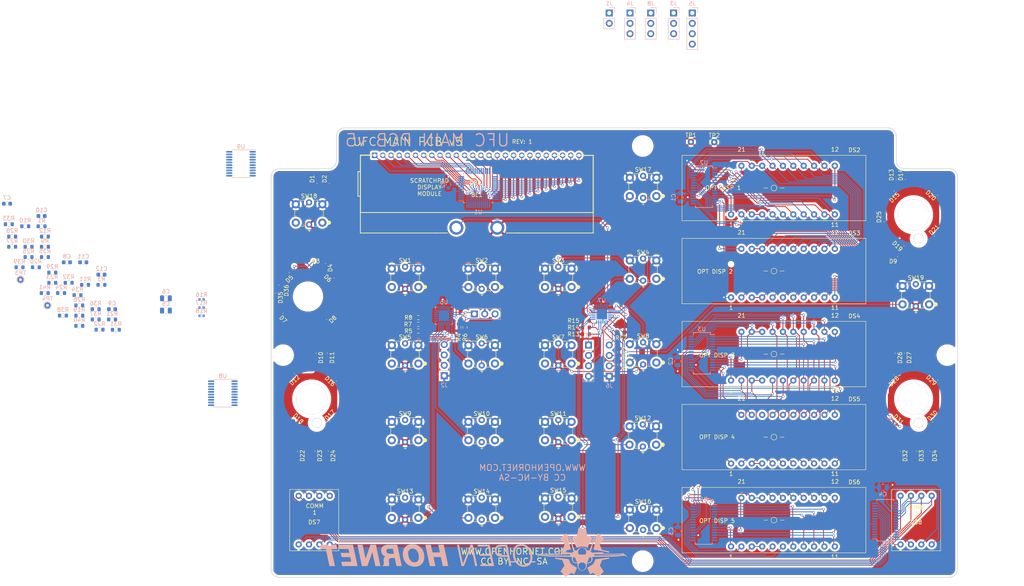
<source format=kicad_pcb>
(kicad_pcb (version 20171130) (host pcbnew "(5.1.9)-1")
  (title_block (date 2020-11-28))
  (layers (0 F.Cu mixed) (31 B.Cu mixed) (34 B.Paste user) (35 F.Paste user) (36 B.SilkS user) (37 F.SilkS user) (38 B.Mask user) (39 F.Mask user) (44 Edge.Cuts user))
  (net 0 "")
  (net 1 GND)
  (net 2 /1-)
  (net 3 /0-)
  (net 4 /4-)
  (net 5 /0+)
  (net 6 /3-)
  (net 7 /6-)
  (net 8 /9-)
  (net 9 /CLR-)
  (net 10 "Net-(R2-Pad2)")
  (net 11 /C_GRID1)
  (net 12 /C_GRID2)
  (net 13 /C_GRID3)
  (net 14 /C_GRID4)
  (net 15 /C_SEG1)
  (net 16 /C_SEG2)
  (net 17 /C_SEG3)
  (net 18 /C_SEG4)
  (net 19 /C_SEG5)
  (net 20 /C_SEG6)
  (net 21 /C_SEG7)
  (net 22 /C_SEG8)
  (net 23 "Net-(U9-Pad8)")
  (net 24 "Net-(U9-Pad7)")
  (net 25 "Net-(U9-Pad6)")
  (net 26 "Net-(U9-Pad5)")
  (net 27 +5V)
  (net 28 /OP1D2)
  (net 29 /1AB)
  (net 30 /1C)
  (net 31 /1M)
  (net 32 /1L)
  (net 33 /1K)
  (net 34 /1J)
  (net 35 /1I)
  (net 36 /OP1D3)
  (net 37 /OP1D4)
  (net 38 /1O)
  (net 39 /1N)
  (net 40 /1DP)
  (net 41 /1P)
  (net 42 /1H)
  (net 43 /1G)
  (net 44 /1EF)
  (net 45 /1D)
  (net 46 /OP1D1)
  (net 47 /OP2D2)
  (net 48 /OP2D3)
  (net 49 /OP2D4)
  (net 50 /OP2D1)
  (net 51 /OP3D2)
  (net 52 /2AB)
  (net 53 /2C)
  (net 54 /2M)
  (net 55 /2L)
  (net 56 /2K)
  (net 57 /2J)
  (net 58 /2I)
  (net 59 /OP3D3)
  (net 60 /OP3D4)
  (net 61 /2O)
  (net 62 /2N)
  (net 63 /2DP)
  (net 64 /2P)
  (net 65 /2H)
  (net 66 /2G)
  (net 67 /2EF)
  (net 68 /2D)
  (net 69 /OP3D1)
  (net 70 /OP4D2)
  (net 71 /OP4D1)
  (net 72 /OP5D2)
  (net 73 /3AB)
  (net 74 /3C)
  (net 75 /3M)
  (net 76 /3L)
  (net 77 /3K)
  (net 78 /3J)
  (net 79 /3I)
  (net 80 /OP5D3)
  (net 81 /OP5D4)
  (net 82 /3O)
  (net 83 /3N)
  (net 84 /3DP)
  (net 85 /3P)
  (net 86 /3H)
  (net 87 /3G)
  (net 88 /3EF)
  (net 89 /3D)
  (net 90 /OP5D1)
  (net 91 OP1_CLK)
  (net 92 DIO)
  (net 93 OP2_CLK)
  (net 94 "Net-(U2-Pad5)")
  (net 95 OP3_CLK)
  (net 96 "Net-(U3-Pad5)")
  (net 97 C_CLK)
  (net 98 "Net-(U4-Pad5)")
  (net 99 "Net-(U5-Pad5)")
  (net 100 "Net-(U5-Pad4)")
  (net 101 /TNLEDPWR)
  (net 102 "Net-(D1-Pad1)")
  (net 103 /IP-)
  (net 104 "Net-(D4-Pad1)")
  (net 105 "Net-(D36-Pad2)")
  (net 106 "Net-(D35-Pad1)")
  (net 107 "Net-(D11-Pad2)")
  (net 108 "Net-(D19-Pad1)")
  (net 109 "Net-(D10-Pad1)")
  (net 110 "Net-(D13-Pad2)")
  (net 111 "Net-(D15-Pad1)")
  (net 112 "Net-(D16-Pad1)")
  (net 113 "Net-(D18-Pad1)")
  (net 114 "Net-(D20-Pad1)")
  (net 115 "Net-(D23-Pad1)")
  (net 116 "Net-(D26-Pad1)")
  (net 117 "Net-(D28-Pad1)")
  (net 118 "Net-(D29-Pad1)")
  (net 119 "Net-(D32-Pad1)")
  (net 120 "Net-(D34-Pad1)")
  (net 121 /COM0)
  (net 122 /COM1)
  (net 123 /COM2)
  (net 124 /COM3)
  (net 125 /SEG0)
  (net 126 /SEG1)
  (net 127 /SEG2)
  (net 128 /SEG3)
  (net 129 /SEG4)
  (net 130 /SEG5)
  (net 131 /SEG6)
  (net 132 /SEG7)
  (net 133 /SEG8)
  (net 134 /SEG9)
  (net 135 /SEG10)
  (net 136 /SEG11)
  (net 137 /SEG12)
  (net 138 /SEG13)
  (net 139 /SEG14)
  (net 140 /SEG15)
  (net 141 /SEG16)
  (net 142 /SEG17)
  (net 143 /SEG18)
  (net 144 /SEG19)
  (net 145 /SEG20)
  (net 146 /SEG21)
  (net 147 /ENC1+)
  (net 148 /ENC1-)
  (net 149 /ENC1PB)
  (net 150 ANALOG1)
  (net 151 ANALOG3)
  (net 152 SCL)
  (net 153 SDA)
  (net 154 /ENC2PB)
  (net 155 /ENC2-)
  (net 156 /ENC2+)
  (net 157 ANALOG2)
  (net 158 /ADF2)
  (net 159 /ADF1)
  (net 160 /SW1)
  (net 161 /SW4)
  (net 162 /OP1+)
  (net 163 /EM-)
  (net 164 /SW7)
  (net 165 /SW11)
  (net 166 /SW13)
  (net 167 /SW2)
  (net 168 /SW5)
  (net 169 /SW8)
  (net 170 /SW12)
  (net 171 /SW19)
  (net 172 /SW3)
  (net 173 /SW6)
  (net 174 /SW9)
  (net 175 /SW10)
  (net 176 /SW14)
  (net 177 /SW15)
  (net 178 /SW16)
  (net 179 /SW17)
  (net 180 /SW18)
  (net 181 /7-)
  (net 182 "Net-(U1-Pad26)")
  (net 183 "Net-(U1-Pad25)")
  (net 184 "Net-(U1-Pad24)")
  (net 185 "Net-(U1-Pad23)")
  (net 186 "Net-(U1-Pad22)")
  (net 187 "Net-(U1-Pad21)")
  (net 188 "Net-(U1-Pad20)")
  (net 189 "Net-(U1-Pad19)")
  (net 190 "Net-(U1-Pad18)")
  (net 191 "Net-(U1-Pad17)")
  (net 192 "Net-(U1-Pad12)")
  (net 193 "Net-(U1-Pad11)")
  (net 194 "Net-(U1-Pad10)")
  (net 195 "Net-(U1-Pad7)")
  (net 196 "Net-(U1-Pad6)")
  (net 197 SCRDATA)
  (net 198 SCRWR)
  (net 199 SCRCS)
  (net 200 "Net-(U4-Pad16)")
  (net 201 "Net-(U4-Pad15)")
  (net 202 "Net-(U4-Pad14)")
  (net 203 "Net-(U4-Pad13)")
  (net 204 "Net-(U5-Pad28)")
  (net 205 "Net-(U5-Pad27)")
  (net 206 "Net-(U5-Pad26)")
  (net 207 "Net-(U5-Pad25)")
  (net 208 "Net-(U5-Pad24)")
  (net 209 "Net-(U5-Pad23)")
  (net 210 "Net-(U5-Pad22)")
  (net 211 "Net-(U5-Pad3)")
  (net 212 "Net-(U5-Pad2)")
  (net 213 "Net-(U5-Pad1)")
  (net 214 "Net-(U6-Pad23)")
  (net 215 "Net-(U6-Pad22)")
  (net 216 "Net-(U7-Pad23)")
  (net 217 "Net-(U7-Pad22)")
  (net 218 +3V3)
  (net 219 /OP4D3)
  (net 220 /OP4D4)
  (net 221 /BIT_SW)
  (net 222 /NOGO_LED)
  (net 223 /GO_LED)
  (net 224 ANALOG1@3.3V)
  (net 225 ANALOG2@3.3V)
  (net 226 ANALOG3@3.3V)
  (net 227 "Net-(R40-Pad1)")
  (net 228 "Net-(R41-Pad1)")
  (net 229 "Net-(R43-Pad1)")
  (net 230 "Net-(R44-Pad1)")
  (net 231 "Net-(U1-Pad2)")
  (net 232 OP2_CLK@3.3V)
  (net 233 OP1_CLK@3.3V)
  (net 234 DIO@3.3V)
  (net 235 OP3_CLK@3.3V)
  (net 236 SCL@3.3V)
  (net 237 SDA@3.3V)
  (net 238 C_CLK@3.3V)
  (net 239 "Net-(U8-Pad12)")
  (net 240 "Net-(U8-Pad9)")
  (net 241 SCRDATA@3.3V)
  (net 242 SCRWR@3.3V)
  (net 243 SCRCS@3.3V)
  (net 244 "Net-(U9-Pad16)")
  (net 245 "Net-(U9-Pad15)")
  (net 246 "Net-(U9-Pad14)")
  (net 247 "Net-(U9-Pad13)")
  (net 248 "Net-(U9-Pad12)")
  (net 249 "Net-(U9-Pad9)")
  (module Package_SO:TSSOP-20_4.4x6.5mm_P0.65mm (layer B.Cu) (at 80.22966 98.70112 180)
    (fp_text reference U9 (at 0 4.2) (layer B.SilkS) (effects (justify mirror)))
    (fp_text value TXS0108EPW)
    (pad 20 smd roundrect (at 2.8625 2.925 180) (size 1.475 0.4) (layers B.Cu B.Paste B.Mask) (net 241 SCRDATA@3.3V))
    (pad 19 smd roundrect (at 2.8625 2.275 180) (size 1.475 0.4) (layers B.Cu B.Paste B.Mask) (net 218 +3V3))
    (pad 18 smd roundrect (at 2.8625 1.625 180) (size 1.475 0.4) (layers B.Cu B.Paste B.Mask) (net 242 SCRWR@3.3V))
    (pad 17 smd roundrect (at 2.8625 0.975 180) (size 1.475 0.4) (layers B.Cu B.Paste B.Mask) (net 243 SCRCS@3.3V))
    (pad 16 smd roundrect (at 2.8625 0.325 180) (size 1.475 0.4) (layers B.Cu B.Paste B.Mask) (net 244 "Net-(U9-Pad16)"))
    (pad 15 smd roundrect (at 2.8625 -0.325 180) (size 1.475 0.4) (layers B.Cu B.Paste B.Mask) (net 245 "Net-(U9-Pad15)"))
    (pad 14 smd roundrect (at 2.8625 -0.975 180) (size 1.475 0.4) (layers B.Cu B.Paste B.Mask) (net 246 "Net-(U9-Pad14)"))
    (pad 13 smd roundrect (at 2.8625 -1.625 180) (size 1.475 0.4) (layers B.Cu B.Paste B.Mask) (net 247 "Net-(U9-Pad13)"))
    (pad 12 smd roundrect (at 2.8625 -2.275 180) (size 1.475 0.4) (layers B.Cu B.Paste B.Mask) (net 248 "Net-(U9-Pad12)"))
    (pad 11 smd roundrect (at 2.8625 -2.925 180) (size 1.475 0.4) (layers B.Cu B.Paste B.Mask) (net 1 GND))
    (pad 10 smd roundrect (at -2.8625 -2.925 180) (size 1.475 0.4) (layers B.Cu B.Paste B.Mask) (net 228 "Net-(R41-Pad1)"))
    (pad 9 smd roundrect (at -2.8625 -2.275 180) (size 1.475 0.4) (layers B.Cu B.Paste B.Mask) (net 249 "Net-(U9-Pad9)"))
    (pad 8 smd roundrect (at -2.8625 -1.625 180) (size 1.475 0.4) (layers B.Cu B.Paste B.Mask) (net 23 "Net-(U9-Pad8)"))
    (pad 7 smd roundrect (at -2.8625 -0.975 180) (size 1.475 0.4) (layers B.Cu B.Paste B.Mask) (net 24 "Net-(U9-Pad7)"))
    (pad 6 smd roundrect (at -2.8625 -0.325 180) (size 1.475 0.4) (layers B.Cu B.Paste B.Mask) (net 25 "Net-(U9-Pad6)"))
    (pad 5 smd roundrect (at -2.8625 0.325 180) (size 1.475 0.4) (layers B.Cu B.Paste B.Mask) (net 26 "Net-(U9-Pad5)"))
    (pad 4 smd roundrect (at -2.8625 0.975 180) (size 1.475 0.4) (layers B.Cu B.Paste B.Mask) (net 199 SCRCS))
    (pad 3 smd roundrect (at -2.8625 1.625 180) (size 1.475 0.4) (layers B.Cu B.Paste B.Mask) (net 198 SCRWR))
    (pad 2 smd roundrect (at -2.8625 2.275 180) (size 1.475 0.4) (layers B.Cu B.Paste B.Mask) (net 27 +5V))
    (pad 1 smd roundrect (at -2.8625 2.925 180) (size 1.475 0.4) (layers B.Cu B.Paste B.Mask) (net 197 SCRDATA))
  )
  (module Package_SO:TSSOP-20_4.4x6.5mm_P0.65mm (layer B.Cu) (at 75.79228 154.86052 180)
    (fp_text reference U8 (at 0 4.2) (layer B.SilkS) (effects (justify mirror)))
    (fp_text value TXS0108EPW)
    (pad 20 smd roundrect (at 2.8625 2.925 180) (size 1.475 0.4) (layers B.Cu B.Paste B.Mask) (net 232 OP2_CLK@3.3V))
    (pad 19 smd roundrect (at 2.8625 2.275 180) (size 1.475 0.4) (layers B.Cu B.Paste B.Mask) (net 218 +3V3))
    (pad 18 smd roundrect (at 2.8625 1.625 180) (size 1.475 0.4) (layers B.Cu B.Paste B.Mask) (net 233 OP1_CLK@3.3V))
    (pad 17 smd roundrect (at 2.8625 0.975 180) (size 1.475 0.4) (layers B.Cu B.Paste B.Mask) (net 234 DIO@3.3V))
    (pad 16 smd roundrect (at 2.8625 0.325 180) (size 1.475 0.4) (layers B.Cu B.Paste B.Mask) (net 235 OP3_CLK@3.3V))
    (pad 15 smd roundrect (at 2.8625 -0.325 180) (size 1.475 0.4) (layers B.Cu B.Paste B.Mask) (net 236 SCL@3.3V))
    (pad 14 smd roundrect (at 2.8625 -0.975 180) (size 1.475 0.4) (layers B.Cu B.Paste B.Mask) (net 237 SDA@3.3V))
    (pad 13 smd roundrect (at 2.8625 -1.625 180) (size 1.475 0.4) (layers B.Cu B.Paste B.Mask) (net 238 C_CLK@3.3V))
    (pad 12 smd roundrect (at 2.8625 -2.275 180) (size 1.475 0.4) (layers B.Cu B.Paste B.Mask) (net 239 "Net-(U8-Pad12)"))
    (pad 11 smd roundrect (at 2.8625 -2.925 180) (size 1.475 0.4) (layers B.Cu B.Paste B.Mask) (net 1 GND))
    (pad 10 smd roundrect (at -2.8625 -2.925 180) (size 1.475 0.4) (layers B.Cu B.Paste B.Mask) (net 227 "Net-(R40-Pad1)"))
    (pad 9 smd roundrect (at -2.8625 -2.275 180) (size 1.475 0.4) (layers B.Cu B.Paste B.Mask) (net 240 "Net-(U8-Pad9)"))
    (pad 8 smd roundrect (at -2.8625 -1.625 180) (size 1.475 0.4) (layers B.Cu B.Paste B.Mask) (net 97 C_CLK))
    (pad 7 smd roundrect (at -2.8625 -0.975 180) (size 1.475 0.4) (layers B.Cu B.Paste B.Mask) (net 153 SDA))
    (pad 6 smd roundrect (at -2.8625 -0.325 180) (size 1.475 0.4) (layers B.Cu B.Paste B.Mask) (net 152 SCL))
    (pad 5 smd roundrect (at -2.8625 0.325 180) (size 1.475 0.4) (layers B.Cu B.Paste B.Mask) (net 95 OP3_CLK))
    (pad 4 smd roundrect (at -2.8625 0.975 180) (size 1.475 0.4) (layers B.Cu B.Paste B.Mask) (net 92 DIO))
    (pad 3 smd roundrect (at -2.8625 1.625 180) (size 1.475 0.4) (layers B.Cu B.Paste B.Mask) (net 91 OP1_CLK))
    (pad 2 smd roundrect (at -2.8625 2.275 180) (size 1.475 0.4) (layers B.Cu B.Paste B.Mask) (net 27 +5V))
    (pad 1 smd roundrect (at -2.8625 2.925 180) (size 1.475 0.4) (layers B.Cu B.Paste B.Mask) (net 93 OP2_CLK))
  )
  (module Package_DFN_QFN:WQFN-24-1EP_4x4mm_P0.5mm_EP2.6x2.6mm (layer B.Cu) (at 168.55562 135.4854 180)
    (fp_text reference U7 (at 0 3.32) (layer B.SilkS) (effects (justify mirror)))
    (fp_text value AW9523BTQR)
    (pad 25 smd rect (at 0 0 180) (size 2.6 2.6) (layers B.Cu B.Mask) (net 1 GND))
    (pad 24 smd roundrect (at -1.25 1.9375 180) (size 0.25 0.875) (layers B.Cu B.Paste B.Mask) (net 1 GND))
    (pad 23 smd roundrect (at -0.75 1.9375 180) (size 0.25 0.875) (layers B.Cu B.Paste B.Mask) (net 216 "Net-(U7-Pad23)"))
    (pad 22 smd roundrect (at -0.25 1.9375 180) (size 0.25 0.875) (layers B.Cu B.Paste B.Mask) (net 217 "Net-(U7-Pad22)"))
    (pad 21 smd roundrect (at 0.25 1.9375 180) (size 0.25 0.875) (layers B.Cu B.Paste B.Mask) (net 27 +5V))
    (pad 20 smd roundrect (at 0.75 1.9375 180) (size 0.25 0.875) (layers B.Cu B.Paste B.Mask) (net 153 SDA))
    (pad 19 smd roundrect (at 1.25 1.9375 180) (size 0.25 0.875) (layers B.Cu B.Paste B.Mask) (net 152 SCL))
    (pad 18 smd roundrect (at 1.9375 1.25 180) (size 0.875 0.25) (layers B.Cu B.Paste B.Mask) (net 27 +5V))
    (pad 17 smd roundrect (at 1.9375 0.75 180) (size 0.875 0.25) (layers B.Cu B.Paste B.Mask) (net 178 /SW16))
    (pad 16 smd roundrect (at 1.9375 0.25 180) (size 0.875 0.25) (layers B.Cu B.Paste B.Mask) (net 176 /SW14))
    (pad 15 smd roundrect (at 1.9375 -0.25 180) (size 0.875 0.25) (layers B.Cu B.Paste B.Mask) (net 177 /SW15))
    (pad 14 smd roundrect (at 1.9375 -0.75 180) (size 0.875 0.25) (layers B.Cu B.Paste B.Mask) (net 179 /SW17))
    (pad 13 smd roundrect (at 1.9375 -1.25 180) (size 0.875 0.25) (layers B.Cu B.Paste B.Mask) (net 180 /SW18))
    (pad 12 smd roundrect (at 1.25 -1.9375 180) (size 0.25 0.875) (layers B.Cu B.Paste B.Mask) (net 156 /ENC2+))
    (pad 11 smd roundrect (at 0.75 -1.9375 180) (size 0.25 0.875) (layers B.Cu B.Paste B.Mask) (net 155 /ENC2-))
    (pad 10 smd roundrect (at 0.25 -1.9375 180) (size 0.25 0.875) (layers B.Cu B.Paste B.Mask) (net 154 /ENC2PB))
    (pad 9 smd roundrect (at -0.25 -1.9375 180) (size 0.25 0.875) (layers B.Cu B.Paste B.Mask) (net 1 GND))
    (pad 8 smd roundrect (at -0.75 -1.9375 180) (size 0.25 0.875) (layers B.Cu B.Paste B.Mask) (net 171 /SW19))
    (pad 7 smd roundrect (at -1.25 -1.9375 180) (size 0.25 0.875) (layers B.Cu B.Paste B.Mask) (net 221 /BIT_SW))
    (pad 6 smd roundrect (at -1.9375 -1.25 180) (size 0.875 0.25) (layers B.Cu B.Paste B.Mask) (net 174 /SW9))
    (pad 5 smd roundrect (at -1.9375 -0.75 180) (size 0.875 0.25) (layers B.Cu B.Paste B.Mask) (net 229 "Net-(R43-Pad1)"))
    (pad 4 smd roundrect (at -1.9375 -0.25 180) (size 0.875 0.25) (layers B.Cu B.Paste B.Mask) (net 230 "Net-(R44-Pad1)"))
    (pad 3 smd roundrect (at -1.9375 0.25 180) (size 0.875 0.25) (layers B.Cu B.Paste B.Mask) (net 101 /TNLEDPWR))
    (pad 2 smd roundrect (at -1.9375 0.75 180) (size 0.875 0.25) (layers B.Cu B.Paste B.Mask) (net 3 /0-))
    (pad 1 smd roundrect (at -1.9375 1.25 180) (size 0.875 0.25) (layers B.Cu B.Paste B.Mask) (net 175 /SW10))
  )
  (module Package_DFN_QFN:WQFN-24-1EP_4x4mm_P0.5mm_EP2.6x2.6mm (layer B.Cu) (at 129.91714 135.89688 180)
    (fp_text reference U6 (at 0 3.32) (layer B.SilkS) (effects (justify mirror)))
    (fp_text value AW9523BTQR)
    (pad 25 smd rect (at 0 0 180) (size 2.6 2.6) (layers B.Cu B.Mask) (net 1 GND))
    (pad 24 smd roundrect (at -1.25 1.9375 180) (size 0.25 0.875) (layers B.Cu B.Paste B.Mask) (net 1 GND))
    (pad 23 smd roundrect (at -0.75 1.9375 180) (size 0.25 0.875) (layers B.Cu B.Paste B.Mask) (net 214 "Net-(U6-Pad23)"))
    (pad 22 smd roundrect (at -0.25 1.9375 180) (size 0.25 0.875) (layers B.Cu B.Paste B.Mask) (net 215 "Net-(U6-Pad22)"))
    (pad 21 smd roundrect (at 0.25 1.9375 180) (size 0.25 0.875) (layers B.Cu B.Paste B.Mask) (net 27 +5V))
    (pad 20 smd roundrect (at 0.75 1.9375 180) (size 0.25 0.875) (layers B.Cu B.Paste B.Mask) (net 153 SDA))
    (pad 19 smd roundrect (at 1.25 1.9375 180) (size 0.25 0.875) (layers B.Cu B.Paste B.Mask) (net 152 SCL))
    (pad 18 smd roundrect (at 1.9375 1.25 180) (size 0.875 0.25) (layers B.Cu B.Paste B.Mask) (net 1 GND))
    (pad 17 smd roundrect (at 1.9375 0.75 180) (size 0.875 0.25) (layers B.Cu B.Paste B.Mask) (net 161 /SW4))
    (pad 16 smd roundrect (at 1.9375 0.25 180) (size 0.875 0.25) (layers B.Cu B.Paste B.Mask) (net 172 /SW3))
    (pad 15 smd roundrect (at 1.9375 -0.25 180) (size 0.875 0.25) (layers B.Cu B.Paste B.Mask) (net 173 /SW6))
    (pad 14 smd roundrect (at 1.9375 -0.75 180) (size 0.875 0.25) (layers B.Cu B.Paste B.Mask) (net 164 /SW7))
    (pad 13 smd roundrect (at 1.9375 -1.25 180) (size 0.875 0.25) (layers B.Cu B.Paste B.Mask) (net 166 /SW13))
    (pad 12 smd roundrect (at 1.25 -1.9375 180) (size 0.25 0.875) (layers B.Cu B.Paste B.Mask) (net 170 /SW12))
    (pad 11 smd roundrect (at 0.75 -1.9375 180) (size 0.25 0.875) (layers B.Cu B.Paste B.Mask) (net 165 /SW11))
    (pad 10 smd roundrect (at 0.25 -1.9375 180) (size 0.25 0.875) (layers B.Cu B.Paste B.Mask) (net 169 /SW8))
    (pad 9 smd roundrect (at -0.25 -1.9375 180) (size 0.25 0.875) (layers B.Cu B.Paste B.Mask) (net 1 GND))
    (pad 8 smd roundrect (at -0.75 -1.9375 180) (size 0.25 0.875) (layers B.Cu B.Paste B.Mask) (net 149 /ENC1PB))
    (pad 7 smd roundrect (at -1.25 -1.9375 180) (size 0.25 0.875) (layers B.Cu B.Paste B.Mask) (net 148 /ENC1-))
    (pad 6 smd roundrect (at -1.9375 -1.25 180) (size 0.875 0.25) (layers B.Cu B.Paste B.Mask) (net 147 /ENC1+))
    (pad 5 smd roundrect (at -1.9375 -0.75 180) (size 0.875 0.25) (layers B.Cu B.Paste B.Mask) (net 168 /SW5))
    (pad 4 smd roundrect (at -1.9375 -0.25 180) (size 0.875 0.25) (layers B.Cu B.Paste B.Mask) (net 167 /SW2))
    (pad 3 smd roundrect (at -1.9375 0.25 180) (size 0.875 0.25) (layers B.Cu B.Paste B.Mask) (net 158 /ADF2))
    (pad 2 smd roundrect (at -1.9375 0.75 180) (size 0.875 0.25) (layers B.Cu B.Paste B.Mask) (net 159 /ADF1))
    (pad 1 smd roundrect (at -1.9375 1.25 180) (size 0.875 0.25) (layers B.Cu B.Paste B.Mask) (net 160 /SW1))
  )
  (module Package_SO:SSOP-28_3.9x9.9mm_P0.635mm (layer B.Cu) (at 237.94588 185.93488)
    (fp_text reference U5 (at 0 5.9) (layer B.SilkS) (effects (justify mirror)))
    (fp_text value GN1640T)
    (pad 28 smd rect (at 2.6 4.1275) (size 1.2 0.4) (layers B.Cu B.Paste B.Mask) (net 204 "Net-(U5-Pad28)"))
    (pad 27 smd rect (at 2.6 3.4925) (size 1.2 0.4) (layers B.Cu B.Paste B.Mask) (net 205 "Net-(U5-Pad27)"))
    (pad 26 smd rect (at 2.6 2.8575) (size 1.2 0.4) (layers B.Cu B.Paste B.Mask) (net 206 "Net-(U5-Pad26)"))
    (pad 25 smd rect (at 2.6 2.2225) (size 1.2 0.4) (layers B.Cu B.Paste B.Mask) (net 207 "Net-(U5-Pad25)"))
    (pad 24 smd rect (at 2.6 1.5875) (size 1.2 0.4) (layers B.Cu B.Paste B.Mask) (net 208 "Net-(U5-Pad24)"))
    (pad 23 smd rect (at 2.6 0.9525) (size 1.2 0.4) (layers B.Cu B.Paste B.Mask) (net 209 "Net-(U5-Pad23)"))
    (pad 22 smd rect (at 2.6 0.3175) (size 1.2 0.4) (layers B.Cu B.Paste B.Mask) (net 210 "Net-(U5-Pad22)"))
    (pad 21 smd rect (at 2.6 -0.3175) (size 1.2 0.4) (layers B.Cu B.Paste B.Mask) (net 14 /C_GRID4))
    (pad 20 smd rect (at 2.6 -0.9525) (size 1.2 0.4) (layers B.Cu B.Paste B.Mask) (net 13 /C_GRID3))
    (pad 19 smd rect (at 2.6 -1.5875) (size 1.2 0.4) (layers B.Cu B.Paste B.Mask) (net 12 /C_GRID2))
    (pad 18 smd rect (at 2.6 -2.2225) (size 1.2 0.4) (layers B.Cu B.Paste B.Mask) (net 11 /C_GRID1))
    (pad 17 smd rect (at 2.6 -2.8575) (size 1.2 0.4) (layers B.Cu B.Paste B.Mask) (net 27 +5V))
    (pad 16 smd rect (at 2.6 -3.4925) (size 1.2 0.4) (layers B.Cu B.Paste B.Mask) (net 22 /C_SEG8))
    (pad 15 smd rect (at 2.6 -4.1275) (size 1.2 0.4) (layers B.Cu B.Paste B.Mask) (net 21 /C_SEG7))
    (pad 14 smd rect (at -2.6 -4.1275) (size 1.2 0.4) (layers B.Cu B.Paste B.Mask) (net 20 /C_SEG6))
    (pad 13 smd rect (at -2.6 -3.4925) (size 1.2 0.4) (layers B.Cu B.Paste B.Mask) (net 19 /C_SEG5))
    (pad 12 smd rect (at -2.6 -2.8575) (size 1.2 0.4) (layers B.Cu B.Paste B.Mask) (net 18 /C_SEG4))
    (pad 11 smd rect (at -2.6 -2.2225) (size 1.2 0.4) (layers B.Cu B.Paste B.Mask) (net 17 /C_SEG3))
    (pad 10 smd rect (at -2.6 -1.5875) (size 1.2 0.4) (layers B.Cu B.Paste B.Mask) (net 16 /C_SEG2))
    (pad 9 smd rect (at -2.6 -0.9525) (size 1.2 0.4) (layers B.Cu B.Paste B.Mask) (net 15 /C_SEG1))
    (pad 8 smd rect (at -2.6 -0.3175) (size 1.2 0.4) (layers B.Cu B.Paste B.Mask) (net 97 C_CLK))
    (pad 7 smd rect (at -2.6 0.3175) (size 1.2 0.4) (layers B.Cu B.Paste B.Mask) (net 92 DIO))
    (pad 6 smd rect (at -2.6 0.9525) (size 1.2 0.4) (layers B.Cu B.Paste B.Mask) (net 1 GND))
    (pad 5 smd rect (at -2.6 1.5875) (size 1.2 0.4) (layers B.Cu B.Paste B.Mask) (net 99 "Net-(U5-Pad5)"))
    (pad 4 smd rect (at -2.6 2.2225) (size 1.2 0.4) (layers B.Cu B.Paste B.Mask) (net 100 "Net-(U5-Pad4)"))
    (pad 3 smd rect (at -2.6 2.8575) (size 1.2 0.4) (layers B.Cu B.Paste B.Mask) (net 211 "Net-(U5-Pad3)"))
    (pad 2 smd rect (at -2.6 3.4925) (size 1.2 0.4) (layers B.Cu B.Paste B.Mask) (net 212 "Net-(U5-Pad2)"))
    (pad 1 smd rect (at -2.6 4.1275) (size 1.2 0.4) (layers B.Cu B.Paste B.Mask) (net 213 "Net-(U5-Pad1)"))
  )
  (module Package_SO:SSOP-28_3.9x9.9mm_P0.635mm (layer B.Cu) (at 193.4908 186.74768 180)
    (fp_text reference U4 (at 0 5.9) (layer B.SilkS) (effects (justify mirror)))
    (fp_text value GN1640T)
    (pad 28 smd rect (at 2.6 4.1275 180) (size 1.2 0.4) (layers B.Cu B.Paste B.Mask) (net 77 /3K))
    (pad 27 smd rect (at 2.6 3.4925 180) (size 1.2 0.4) (layers B.Cu B.Paste B.Mask) (net 76 /3L))
    (pad 26 smd rect (at 2.6 2.8575 180) (size 1.2 0.4) (layers B.Cu B.Paste B.Mask) (net 75 /3M))
    (pad 25 smd rect (at 2.6 2.2225 180) (size 1.2 0.4) (layers B.Cu B.Paste B.Mask) (net 79 /3I))
    (pad 24 smd rect (at 2.6 1.5875 180) (size 1.2 0.4) (layers B.Cu B.Paste B.Mask) (net 78 /3J))
    (pad 23 smd rect (at 2.6 0.9525 180) (size 1.2 0.4) (layers B.Cu B.Paste B.Mask) (net 86 /3H))
    (pad 22 smd rect (at 2.6 0.3175 180) (size 1.2 0.4) (layers B.Cu B.Paste B.Mask) (net 87 /3G))
    (pad 21 smd rect (at 2.6 -0.3175 180) (size 1.2 0.4) (layers B.Cu B.Paste B.Mask) (net 88 /3EF))
    (pad 20 smd rect (at 2.6 -0.9525 180) (size 1.2 0.4) (layers B.Cu B.Paste B.Mask) (net 89 /3D))
    (pad 19 smd rect (at 2.6 -1.5875 180) (size 1.2 0.4) (layers B.Cu B.Paste B.Mask) (net 74 /3C))
    (pad 18 smd rect (at 2.6 -2.2225 180) (size 1.2 0.4) (layers B.Cu B.Paste B.Mask) (net 73 /3AB))
    (pad 17 smd rect (at 2.6 -2.8575 180) (size 1.2 0.4) (layers B.Cu B.Paste B.Mask) (net 27 +5V))
    (pad 16 smd rect (at 2.6 -3.4925 180) (size 1.2 0.4) (layers B.Cu B.Paste B.Mask) (net 200 "Net-(U4-Pad16)"))
    (pad 15 smd rect (at 2.6 -4.1275 180) (size 1.2 0.4) (layers B.Cu B.Paste B.Mask) (net 201 "Net-(U4-Pad15)"))
    (pad 14 smd rect (at -2.6 -4.1275 180) (size 1.2 0.4) (layers B.Cu B.Paste B.Mask) (net 202 "Net-(U4-Pad14)"))
    (pad 13 smd rect (at -2.6 -3.4925 180) (size 1.2 0.4) (layers B.Cu B.Paste B.Mask) (net 203 "Net-(U4-Pad13)"))
    (pad 12 smd rect (at -2.6 -2.8575 180) (size 1.2 0.4) (layers B.Cu B.Paste B.Mask) (net 81 /OP5D4))
    (pad 11 smd rect (at -2.6 -2.2225 180) (size 1.2 0.4) (layers B.Cu B.Paste B.Mask) (net 80 /OP5D3))
    (pad 10 smd rect (at -2.6 -1.5875 180) (size 1.2 0.4) (layers B.Cu B.Paste B.Mask) (net 72 /OP5D2))
    (pad 9 smd rect (at -2.6 -0.9525 180) (size 1.2 0.4) (layers B.Cu B.Paste B.Mask) (net 90 /OP5D1))
    (pad 8 smd rect (at -2.6 -0.3175 180) (size 1.2 0.4) (layers B.Cu B.Paste B.Mask) (net 95 OP3_CLK))
    (pad 7 smd rect (at -2.6 0.3175 180) (size 1.2 0.4) (layers B.Cu B.Paste B.Mask) (net 92 DIO))
    (pad 6 smd rect (at -2.6 0.9525 180) (size 1.2 0.4) (layers B.Cu B.Paste B.Mask) (net 1 GND))
    (pad 5 smd rect (at -2.6 1.5875 180) (size 1.2 0.4) (layers B.Cu B.Paste B.Mask) (net 98 "Net-(U4-Pad5)"))
    (pad 4 smd rect (at -2.6 2.2225 180) (size 1.2 0.4) (layers B.Cu B.Paste B.Mask) (net 84 /3DP))
    (pad 3 smd rect (at -2.6 2.8575 180) (size 1.2 0.4) (layers B.Cu B.Paste B.Mask) (net 83 /3N))
    (pad 2 smd rect (at -2.6 3.4925 180) (size 1.2 0.4) (layers B.Cu B.Paste B.Mask) (net 82 /3O))
    (pad 1 smd rect (at -2.6 4.1275 180) (size 1.2 0.4) (layers B.Cu B.Paste B.Mask) (net 85 /3P))
  )
  (module Package_SO:SSOP-28_3.9x9.9mm_P0.635mm (layer B.Cu) (at 193.01836 145.08152 180)
    (fp_text reference U3 (at 0 5.9) (layer B.SilkS) (effects (justify mirror)))
    (fp_text value GN1640T)
    (pad 28 smd rect (at 2.6 4.1275 180) (size 1.2 0.4) (layers B.Cu B.Paste B.Mask) (net 56 /2K))
    (pad 27 smd rect (at 2.6 3.4925 180) (size 1.2 0.4) (layers B.Cu B.Paste B.Mask) (net 55 /2L))
    (pad 26 smd rect (at 2.6 2.8575 180) (size 1.2 0.4) (layers B.Cu B.Paste B.Mask) (net 54 /2M))
    (pad 25 smd rect (at 2.6 2.2225 180) (size 1.2 0.4) (layers B.Cu B.Paste B.Mask) (net 58 /2I))
    (pad 24 smd rect (at 2.6 1.5875 180) (size 1.2 0.4) (layers B.Cu B.Paste B.Mask) (net 57 /2J))
    (pad 23 smd rect (at 2.6 0.9525 180) (size 1.2 0.4) (layers B.Cu B.Paste B.Mask) (net 65 /2H))
    (pad 22 smd rect (at 2.6 0.3175 180) (size 1.2 0.4) (layers B.Cu B.Paste B.Mask) (net 66 /2G))
    (pad 21 smd rect (at 2.6 -0.3175 180) (size 1.2 0.4) (layers B.Cu B.Paste B.Mask) (net 67 /2EF))
    (pad 20 smd rect (at 2.6 -0.9525 180) (size 1.2 0.4) (layers B.Cu B.Paste B.Mask) (net 68 /2D))
    (pad 19 smd rect (at 2.6 -1.5875 180) (size 1.2 0.4) (layers B.Cu B.Paste B.Mask) (net 53 /2C))
    (pad 18 smd rect (at 2.6 -2.2225 180) (size 1.2 0.4) (layers B.Cu B.Paste B.Mask) (net 52 /2AB))
    (pad 17 smd rect (at 2.6 -2.8575 180) (size 1.2 0.4) (layers B.Cu B.Paste B.Mask) (net 27 +5V))
    (pad 16 smd rect (at 2.6 -3.4925 180) (size 1.2 0.4) (layers B.Cu B.Paste B.Mask) (net 220 /OP4D4))
    (pad 15 smd rect (at 2.6 -4.1275 180) (size 1.2 0.4) (layers B.Cu B.Paste B.Mask) (net 219 /OP4D3))
    (pad 14 smd rect (at -2.6 -4.1275 180) (size 1.2 0.4) (layers B.Cu B.Paste B.Mask) (net 70 /OP4D2))
    (pad 13 smd rect (at -2.6 -3.4925 180) (size 1.2 0.4) (layers B.Cu B.Paste B.Mask) (net 71 /OP4D1))
    (pad 12 smd rect (at -2.6 -2.8575 180) (size 1.2 0.4) (layers B.Cu B.Paste B.Mask) (net 60 /OP3D4))
    (pad 11 smd rect (at -2.6 -2.2225 180) (size 1.2 0.4) (layers B.Cu B.Paste B.Mask) (net 59 /OP3D3))
    (pad 10 smd rect (at -2.6 -1.5875 180) (size 1.2 0.4) (layers B.Cu B.Paste B.Mask) (net 51 /OP3D2))
    (pad 9 smd rect (at -2.6 -0.9525 180) (size 1.2 0.4) (layers B.Cu B.Paste B.Mask) (net 69 /OP3D1))
    (pad 8 smd rect (at -2.6 -0.3175 180) (size 1.2 0.4) (layers B.Cu B.Paste B.Mask) (net 93 OP2_CLK))
    (pad 7 smd rect (at -2.6 0.3175 180) (size 1.2 0.4) (layers B.Cu B.Paste B.Mask) (net 92 DIO))
    (pad 6 smd rect (at -2.6 0.9525 180) (size 1.2 0.4) (layers B.Cu B.Paste B.Mask) (net 1 GND))
    (pad 5 smd rect (at -2.6 1.5875 180) (size 1.2 0.4) (layers B.Cu B.Paste B.Mask) (net 96 "Net-(U3-Pad5)"))
    (pad 4 smd rect (at -2.6 2.2225 180) (size 1.2 0.4) (layers B.Cu B.Paste B.Mask) (net 63 /2DP))
    (pad 3 smd rect (at -2.6 2.8575 180) (size 1.2 0.4) (layers B.Cu B.Paste B.Mask) (net 62 /2N))
    (pad 2 smd rect (at -2.6 3.4925 180) (size 1.2 0.4) (layers B.Cu B.Paste B.Mask) (net 61 /2O))
    (pad 1 smd rect (at -2.6 4.1275 180) (size 1.2 0.4) (layers B.Cu B.Paste B.Mask) (net 64 /2P))
  )
  (module Package_SO:SSOP-28_3.9x9.9mm_P0.635mm (layer B.Cu) (at 193.53906 104.3196 180)
    (fp_text reference U2 (at 0 5.9) (layer B.SilkS) (effects (justify mirror)))
    (fp_text value GN1640T)
    (pad 28 smd rect (at 2.6 4.1275 180) (size 1.2 0.4) (layers B.Cu B.Paste B.Mask) (net 33 /1K))
    (pad 27 smd rect (at 2.6 3.4925 180) (size 1.2 0.4) (layers B.Cu B.Paste B.Mask) (net 32 /1L))
    (pad 26 smd rect (at 2.6 2.8575 180) (size 1.2 0.4) (layers B.Cu B.Paste B.Mask) (net 31 /1M))
    (pad 25 smd rect (at 2.6 2.2225 180) (size 1.2 0.4) (layers B.Cu B.Paste B.Mask) (net 35 /1I))
    (pad 24 smd rect (at 2.6 1.5875 180) (size 1.2 0.4) (layers B.Cu B.Paste B.Mask) (net 34 /1J))
    (pad 23 smd rect (at 2.6 0.9525 180) (size 1.2 0.4) (layers B.Cu B.Paste B.Mask) (net 42 /1H))
    (pad 22 smd rect (at 2.6 0.3175 180) (size 1.2 0.4) (layers B.Cu B.Paste B.Mask) (net 43 /1G))
    (pad 21 smd rect (at 2.6 -0.3175 180) (size 1.2 0.4) (layers B.Cu B.Paste B.Mask) (net 44 /1EF))
    (pad 20 smd rect (at 2.6 -0.9525 180) (size 1.2 0.4) (layers B.Cu B.Paste B.Mask) (net 45 /1D))
    (pad 19 smd rect (at 2.6 -1.5875 180) (size 1.2 0.4) (layers B.Cu B.Paste B.Mask) (net 30 /1C))
    (pad 18 smd rect (at 2.6 -2.2225 180) (size 1.2 0.4) (layers B.Cu B.Paste B.Mask) (net 29 /1AB))
    (pad 17 smd rect (at 2.6 -2.8575 180) (size 1.2 0.4) (layers B.Cu B.Paste B.Mask) (net 27 +5V))
    (pad 16 smd rect (at 2.6 -3.4925 180) (size 1.2 0.4) (layers B.Cu B.Paste B.Mask) (net 49 /OP2D4))
    (pad 15 smd rect (at 2.6 -4.1275 180) (size 1.2 0.4) (layers B.Cu B.Paste B.Mask) (net 48 /OP2D3))
    (pad 14 smd rect (at -2.6 -4.1275 180) (size 1.2 0.4) (layers B.Cu B.Paste B.Mask) (net 47 /OP2D2))
    (pad 13 smd rect (at -2.6 -3.4925 180) (size 1.2 0.4) (layers B.Cu B.Paste B.Mask) (net 50 /OP2D1))
    (pad 12 smd rect (at -2.6 -2.8575 180) (size 1.2 0.4) (layers B.Cu B.Paste B.Mask) (net 37 /OP1D4))
    (pad 11 smd rect (at -2.6 -2.2225 180) (size 1.2 0.4) (layers B.Cu B.Paste B.Mask) (net 36 /OP1D3))
    (pad 10 smd rect (at -2.6 -1.5875 180) (size 1.2 0.4) (layers B.Cu B.Paste B.Mask) (net 28 /OP1D2))
    (pad 9 smd rect (at -2.6 -0.9525 180) (size 1.2 0.4) (layers B.Cu B.Paste B.Mask) (net 46 /OP1D1))
    (pad 8 smd rect (at -2.6 -0.3175 180) (size 1.2 0.4) (layers B.Cu B.Paste B.Mask) (net 91 OP1_CLK))
    (pad 7 smd rect (at -2.6 0.3175 180) (size 1.2 0.4) (layers B.Cu B.Paste B.Mask) (net 92 DIO))
    (pad 6 smd rect (at -2.6 0.9525 180) (size 1.2 0.4) (layers B.Cu B.Paste B.Mask) (net 1 GND))
    (pad 5 smd rect (at -2.6 1.5875 180) (size 1.2 0.4) (layers B.Cu B.Paste B.Mask) (net 94 "Net-(U2-Pad5)"))
    (pad 4 smd rect (at -2.6 2.2225 180) (size 1.2 0.4) (layers B.Cu B.Paste B.Mask) (net 40 /1DP))
    (pad 3 smd rect (at -2.6 2.8575 180) (size 1.2 0.4) (layers B.Cu B.Paste B.Mask) (net 39 /1N))
    (pad 2 smd rect (at -2.6 3.4925 180) (size 1.2 0.4) (layers B.Cu B.Paste B.Mask) (net 38 /1O))
    (pad 1 smd rect (at -2.6 4.1275 180) (size 1.2 0.4) (layers B.Cu B.Paste B.Mask) (net 41 /1P))
  )
  (module Package_QFP:LQFP-48_7x7mm_P0.5mm (layer B.Cu) (at 138.286 104.644)
    (fp_text reference U1 (at 0 5.85) (layer B.SilkS) (effects (justify mirror)))
    (fp_text value HT1621B)
    (pad 48 smd roundrect (at -2.75 4.1625) (size 0.3 1.475) (layers B.Cu B.Paste B.Mask) (net 125 /SEG0))
    (pad 47 smd roundrect (at -2.25 4.1625) (size 0.3 1.475) (layers B.Cu B.Paste B.Mask) (net 126 /SEG1))
    (pad 46 smd roundrect (at -1.75 4.1625) (size 0.3 1.475) (layers B.Cu B.Paste B.Mask) (net 127 /SEG2))
    (pad 45 smd roundrect (at -1.25 4.1625) (size 0.3 1.475) (layers B.Cu B.Paste B.Mask) (net 128 /SEG3))
    (pad 44 smd roundrect (at -0.75 4.1625) (size 0.3 1.475) (layers B.Cu B.Paste B.Mask) (net 129 /SEG4))
    (pad 43 smd roundrect (at -0.25 4.1625) (size 0.3 1.475) (layers B.Cu B.Paste B.Mask) (net 130 /SEG5))
    (pad 42 smd roundrect (at 0.25 4.1625) (size 0.3 1.475) (layers B.Cu B.Paste B.Mask) (net 131 /SEG6))
    (pad 41 smd roundrect (at 0.75 4.1625) (size 0.3 1.475) (layers B.Cu B.Paste B.Mask) (net 132 /SEG7))
    (pad 40 smd roundrect (at 1.25 4.1625) (size 0.3 1.475) (layers B.Cu B.Paste B.Mask) (net 133 /SEG8))
    (pad 39 smd roundrect (at 1.75 4.1625) (size 0.3 1.475) (layers B.Cu B.Paste B.Mask) (net 134 /SEG9))
    (pad 38 smd roundrect (at 2.25 4.1625) (size 0.3 1.475) (layers B.Cu B.Paste B.Mask) (net 135 /SEG10))
    (pad 37 smd roundrect (at 2.75 4.1625) (size 0.3 1.475) (layers B.Cu B.Paste B.Mask) (net 136 /SEG11))
    (pad 36 smd roundrect (at 4.1625 2.75) (size 1.475 0.3) (layers B.Cu B.Paste B.Mask) (net 137 /SEG12))
    (pad 35 smd roundrect (at 4.1625 2.25) (size 1.475 0.3) (layers B.Cu B.Paste B.Mask) (net 138 /SEG13))
    (pad 34 smd roundrect (at 4.1625 1.75) (size 1.475 0.3) (layers B.Cu B.Paste B.Mask) (net 139 /SEG14))
    (pad 33 smd roundrect (at 4.1625 1.25) (size 1.475 0.3) (layers B.Cu B.Paste B.Mask) (net 140 /SEG15))
    (pad 32 smd roundrect (at 4.1625 0.75) (size 1.475 0.3) (layers B.Cu B.Paste B.Mask) (net 141 /SEG16))
    (pad 31 smd roundrect (at 4.1625 0.25) (size 1.475 0.3) (layers B.Cu B.Paste B.Mask) (net 142 /SEG17))
    (pad 30 smd roundrect (at 4.1625 -0.25) (size 1.475 0.3) (layers B.Cu B.Paste B.Mask) (net 143 /SEG18))
    (pad 29 smd roundrect (at 4.1625 -0.75) (size 1.475 0.3) (layers B.Cu B.Paste B.Mask) (net 144 /SEG19))
    (pad 28 smd roundrect (at 4.1625 -1.25) (size 1.475 0.3) (layers B.Cu B.Paste B.Mask) (net 145 /SEG20))
    (pad 27 smd roundrect (at 4.1625 -1.75) (size 1.475 0.3) (layers B.Cu B.Paste B.Mask) (net 146 /SEG21))
    (pad 26 smd roundrect (at 4.1625 -2.25) (size 1.475 0.3) (layers B.Cu B.Paste B.Mask) (net 182 "Net-(U1-Pad26)"))
    (pad 25 smd roundrect (at 4.1625 -2.75) (size 1.475 0.3) (layers B.Cu B.Paste B.Mask) (net 183 "Net-(U1-Pad25)"))
    (pad 24 smd roundrect (at 2.75 -4.1625) (size 0.3 1.475) (layers B.Cu B.Paste B.Mask) (net 184 "Net-(U1-Pad24)"))
    (pad 23 smd roundrect (at 2.25 -4.1625) (size 0.3 1.475) (layers B.Cu B.Paste B.Mask) (net 185 "Net-(U1-Pad23)"))
    (pad 22 smd roundrect (at 1.75 -4.1625) (size 0.3 1.475) (layers B.Cu B.Paste B.Mask) (net 186 "Net-(U1-Pad22)"))
    (pad 21 smd roundrect (at 1.25 -4.1625) (size 0.3 1.475) (layers B.Cu B.Paste B.Mask) (net 187 "Net-(U1-Pad21)"))
    (pad 20 smd roundrect (at 0.75 -4.1625) (size 0.3 1.475) (layers B.Cu B.Paste B.Mask) (net 188 "Net-(U1-Pad20)"))
    (pad 19 smd roundrect (at 0.25 -4.1625) (size 0.3 1.475) (layers B.Cu B.Paste B.Mask) (net 189 "Net-(U1-Pad19)"))
    (pad 18 smd roundrect (at -0.25 -4.1625) (size 0.3 1.475) (layers B.Cu B.Paste B.Mask) (net 190 "Net-(U1-Pad18)"))
    (pad 17 smd roundrect (at -0.75 -4.1625) (size 0.3 1.475) (layers B.Cu B.Paste B.Mask) (net 191 "Net-(U1-Pad17)"))
    (pad 16 smd roundrect (at -1.25 -4.1625) (size 0.3 1.475) (layers B.Cu B.Paste B.Mask) (net 124 /COM3))
    (pad 15 smd roundrect (at -1.75 -4.1625) (size 0.3 1.475) (layers B.Cu B.Paste B.Mask) (net 123 /COM2))
    (pad 14 smd roundrect (at -2.25 -4.1625) (size 0.3 1.475) (layers B.Cu B.Paste B.Mask) (net 122 /COM1))
    (pad 13 smd roundrect (at -2.75 -4.1625) (size 0.3 1.475) (layers B.Cu B.Paste B.Mask) (net 121 /COM0))
    (pad 12 smd roundrect (at -4.1625 -2.75) (size 1.475 0.3) (layers B.Cu B.Paste B.Mask) (net 192 "Net-(U1-Pad12)"))
    (pad 11 smd roundrect (at -4.1625 -2.25) (size 1.475 0.3) (layers B.Cu B.Paste B.Mask) (net 193 "Net-(U1-Pad11)"))
    (pad 10 smd roundrect (at -4.1625 -1.75) (size 1.475 0.3) (layers B.Cu B.Paste B.Mask) (net 194 "Net-(U1-Pad10)"))
    (pad 9 smd roundrect (at -4.1625 -1.25) (size 1.475 0.3) (layers B.Cu B.Paste B.Mask) (net 27 +5V))
    (pad 8 smd roundrect (at -4.1625 -0.75) (size 1.475 0.3) (layers B.Cu B.Paste B.Mask) (net 10 "Net-(R2-Pad2)"))
    (pad 7 smd roundrect (at -4.1625 -0.25) (size 1.475 0.3) (layers B.Cu B.Paste B.Mask) (net 195 "Net-(U1-Pad7)"))
    (pad 6 smd roundrect (at -4.1625 0.25) (size 1.475 0.3) (layers B.Cu B.Paste B.Mask) (net 196 "Net-(U1-Pad6)"))
    (pad 5 smd roundrect (at -4.1625 0.75) (size 1.475 0.3) (layers B.Cu B.Paste B.Mask) (net 1 GND))
    (pad 4 smd roundrect (at -4.1625 1.25) (size 1.475 0.3) (layers B.Cu B.Paste B.Mask) (net 197 SCRDATA))
    (pad 3 smd roundrect (at -4.1625 1.75) (size 1.475 0.3) (layers B.Cu B.Paste B.Mask) (net 198 SCRWR))
    (pad 2 smd roundrect (at -4.1625 2.25) (size 1.475 0.3) (layers B.Cu B.Paste B.Mask) (net 231 "Net-(U1-Pad2)"))
    (pad 1 smd roundrect (at -4.1625 2.75) (size 1.475 0.3) (layers B.Cu B.Paste B.Mask) (net 199 SCRCS))
  )
  (module TestPoint:TestPoint_THTPad_D1.5mm_Drill0.7mm (layer B.Cu) (at 32.87398 133.37736 180)
    (fp_text reference TP4 (at 0 1.648) (layer B.SilkS) (effects (justify mirror)))
    (fp_text value SDA)
    (pad 1 thru_hole circle (at 0 0 180) (size 1.5 1.5) (drill 0.7) (layers *.Cu *.Mask) (net 153 SDA))
  )
  (module TestPoint:TestPoint_THTPad_D1.5mm_Drill0.7mm (layer B.Cu) (at 26.26398 127.06736 180)
    (fp_text reference TP3 (at 0 1.648) (layer B.SilkS) (effects (justify mirror)))
    (fp_text value SCL)
    (pad 1 thru_hole circle (at 0 0 180) (size 1.5 1.5) (drill 0.7) (layers *.Cu *.Mask) (net 152 SCL))
  )
  (module Resistor_SMD:R_0603_1608Metric (layer F.Cu) (at 172.90664 147.906 270)
    (fp_text reference R44 (at 0 -1.43 270) (layer F.SilkS))
    (fp_text value 68)
    (pad 2 smd roundrect (at 0.825 0 270) (size 0.8 0.95) (layers F.Cu F.Paste F.Mask) (net 223 /GO_LED))
    (pad 1 smd roundrect (at -0.825 0 270) (size 0.8 0.95) (layers F.Cu F.Paste F.Mask) (net 230 "Net-(R44-Pad1)"))
  )
  (module Resistor_SMD:R_0603_1608Metric (layer F.Cu) (at 172.90664 144.794 270)
    (fp_text reference R43 (at 0 -1.43 270) (layer F.SilkS))
    (fp_text value 68)
    (pad 2 smd roundrect (at 0.825 0 270) (size 0.8 0.95) (layers F.Cu F.Paste F.Mask) (net 222 /NOGO_LED))
    (pad 1 smd roundrect (at -0.825 0 270) (size 0.8 0.95) (layers F.Cu F.Paste F.Mask) (net 229 "Net-(R43-Pad1)"))
  )
  (module Resistor_SMD:R_0603_1608Metric (layer F.Cu) (at 173.28764 139.905 180)
    (fp_text reference R42 (at 0 -1.43) (layer F.SilkS))
    (fp_text value 4.7k)
    (pad 2 smd roundrect (at 0.825 0 180) (size 0.8 0.95) (layers F.Cu F.Paste F.Mask) (net 221 /BIT_SW))
    (pad 1 smd roundrect (at -0.825 0 180) (size 0.8 0.95) (layers F.Cu F.Paste F.Mask) (net 27 +5V))
  )
  (module Resistor_SMD:R_0603_1608Metric (layer B.Cu) (at 32.20398 130.34736 180)
    (fp_text reference R41 (at 0 1.43) (layer B.SilkS) (effects (justify mirror)))
    (fp_text value 4.7k)
    (pad 2 smd roundrect (at 0.825 0 180) (size 0.8 0.95) (layers B.Cu B.Paste B.Mask) (net 1 GND))
    (pad 1 smd roundrect (at -0.825 0 180) (size 0.8 0.95) (layers B.Cu B.Paste B.Mask) (net 228 "Net-(R41-Pad1)"))
  )
  (module Resistor_SMD:R_0603_1608Metric (layer B.Cu) (at 40.66398 138.37736 180)
    (fp_text reference R40 (at 0 1.43) (layer B.SilkS) (effects (justify mirror)))
    (fp_text value 4.7k)
    (pad 2 smd roundrect (at 0.825 0 180) (size 0.8 0.95) (layers B.Cu B.Paste B.Mask) (net 1 GND))
    (pad 1 smd roundrect (at -0.825 0 180) (size 0.8 0.95) (layers B.Cu B.Paste B.Mask) (net 227 "Net-(R40-Pad1)"))
  )
  (module Resistor_SMD:R_0603_1608Metric (layer B.Cu) (at 26.03398 124.03736 180)
    (fp_text reference R39 (at 0 1.43) (layer B.SilkS) (effects (justify mirror)))
    (fp_text value 2K)
    (pad 2 smd roundrect (at 0.825 0 180) (size 0.8 0.95) (layers B.Cu B.Paste B.Mask) (net 1 GND))
    (pad 1 smd roundrect (at -0.825 0 180) (size 0.8 0.95) (layers B.Cu B.Paste B.Mask) (net 226 ANALOG3@3.3V))
  )
  (module Resistor_SMD:R_0603_1608Metric (layer B.Cu) (at 36.65398 135.86736 180)
    (fp_text reference R38 (at 0 1.43) (layer B.SilkS) (effects (justify mirror)))
    (fp_text value 1k)
    (pad 2 smd roundrect (at 0.825 0 180) (size 0.8 0.95) (layers B.Cu B.Paste B.Mask) (net 226 ANALOG3@3.3V))
    (pad 1 smd roundrect (at -0.825 0 180) (size 0.8 0.95) (layers B.Cu B.Paste B.Mask) (net 151 ANALOG3))
  )
  (module Resistor_SMD:R_0603_1608Metric (layer B.Cu) (at 44.67398 136.79736 180)
    (fp_text reference R37 (at 0 1.43) (layer B.SilkS) (effects (justify mirror)))
    (fp_text value 2K)
    (pad 2 smd roundrect (at 0.825 0 180) (size 0.8 0.95) (layers B.Cu B.Paste B.Mask) (net 1 GND))
    (pad 1 smd roundrect (at -0.825 0 180) (size 0.8 0.95) (layers B.Cu B.Paste B.Mask) (net 225 ANALOG2@3.3V))
  )
  (module Resistor_SMD:R_0603_1608Metric (layer B.Cu) (at 44.67398 134.28736 180)
    (fp_text reference R36 (at 0 1.43) (layer B.SilkS) (effects (justify mirror)))
    (fp_text value 1k)
    (pad 2 smd roundrect (at 0.825 0 180) (size 0.8 0.95) (layers B.Cu B.Paste B.Mask) (net 225 ANALOG2@3.3V))
    (pad 1 smd roundrect (at -0.825 0 180) (size 0.8 0.95) (layers B.Cu B.Paste B.Mask) (net 157 ANALOG2))
  )
  (module Resistor_SMD:R_0603_1608Metric (layer B.Cu) (at 32.25398 121.52736 180)
    (fp_text reference R35 (at 0 1.43) (layer B.SilkS) (effects (justify mirror)))
    (fp_text value 4.7k)
    (pad 2 smd roundrect (at 0.825 0 180) (size 0.8 0.95) (layers B.Cu B.Paste B.Mask) (net 180 /SW18))
    (pad 1 smd roundrect (at -0.825 0 180) (size 0.8 0.95) (layers B.Cu B.Paste B.Mask) (net 27 +5V))
  )
  (module Resistor_SMD:R_0603_1608Metric (layer B.Cu) (at 40.22398 130.84736 180)
    (fp_text reference R34 (at 0 1.43) (layer B.SilkS) (effects (justify mirror)))
    (fp_text value 4.7k)
    (pad 2 smd roundrect (at 0.825 0 180) (size 0.8 0.95) (layers B.Cu B.Paste B.Mask) (net 179 /SW17))
    (pad 1 smd roundrect (at -0.825 0 180) (size 0.8 0.95) (layers B.Cu B.Paste B.Mask) (net 27 +5V))
  )
  (module Resistor_SMD:R_0603_1608Metric (layer B.Cu) (at 23.41398 113.49736 180)
    (fp_text reference R33 (at 0 1.43) (layer B.SilkS) (effects (justify mirror)))
    (fp_text value 4.7k)
    (pad 2 smd roundrect (at 0.825 0 180) (size 0.8 0.95) (layers B.Cu B.Paste B.Mask) (net 178 /SW16))
    (pad 1 smd roundrect (at -0.825 0 180) (size 0.8 0.95) (layers B.Cu B.Paste B.Mask) (net 27 +5V))
  )
  (module Resistor_SMD:R_0603_1608Metric (layer B.Cu) (at 38.06398 127.83736 180)
    (fp_text reference R32 (at 0 1.43) (layer B.SilkS) (effects (justify mirror)))
    (fp_text value 4.7k)
    (pad 2 smd roundrect (at 0.825 0 180) (size 0.8 0.95) (layers B.Cu B.Paste B.Mask) (net 177 /SW15))
    (pad 1 smd roundrect (at -0.825 0 180) (size 0.8 0.95) (layers B.Cu B.Paste B.Mask) (net 27 +5V))
  )
  (module Resistor_SMD:R_0603_1608Metric (layer B.Cu) (at 49.61398 139.32736 180)
    (fp_text reference R31 (at 0 1.43) (layer B.SilkS) (effects (justify mirror)))
    (fp_text value 4.7k)
    (pad 2 smd roundrect (at 0.825 0 180) (size 0.8 0.95) (layers B.Cu B.Paste B.Mask) (net 176 /SW14))
    (pad 1 smd roundrect (at -0.825 0 180) (size 0.8 0.95) (layers B.Cu B.Paste B.Mask) (net 27 +5V))
  )
  (module Resistor_SMD:R_0603_1608Metric (layer B.Cu) (at 28.24398 119.01736 180)
    (fp_text reference R30 (at 0 1.43) (layer B.SilkS) (effects (justify mirror)))
    (fp_text value 4.7k)
    (pad 2 smd roundrect (at 0.825 0 180) (size 0.8 0.95) (layers B.Cu B.Paste B.Mask) (net 175 /SW10))
    (pad 1 smd roundrect (at -0.825 0 180) (size 0.8 0.95) (layers B.Cu B.Paste B.Mask) (net 27 +5V))
  )
  (module Resistor_SMD:R_0603_1608Metric (layer B.Cu) (at 34.05398 125.32736 180)
    (fp_text reference R29 (at 0 1.43) (layer B.SilkS) (effects (justify mirror)))
    (fp_text value 4.7k)
    (pad 2 smd roundrect (at 0.825 0 180) (size 0.8 0.95) (layers B.Cu B.Paste B.Mask) (net 174 /SW9))
    (pad 1 smd roundrect (at -0.825 0 180) (size 0.8 0.95) (layers B.Cu B.Paste B.Mask) (net 27 +5V))
  )
  (module Resistor_SMD:R_0603_1608Metric (layer B.Cu) (at 24.23398 116.50736 180)
    (fp_text reference R28 (at 0 1.43) (layer B.SilkS) (effects (justify mirror)))
    (fp_text value 4.7k)
    (pad 2 smd roundrect (at 0.825 0 180) (size 0.8 0.95) (layers B.Cu B.Paste B.Mask) (net 173 /SW6))
    (pad 1 smd roundrect (at -0.825 0 180) (size 0.8 0.95) (layers B.Cu B.Paste B.Mask) (net 27 +5V))
  )
  (module Resistor_SMD:R_0603_1608Metric (layer B.Cu) (at 24.23398 119.01736 180)
    (fp_text reference R27 (at 0 1.43) (layer B.SilkS) (effects (justify mirror)))
    (fp_text value 4.7k)
    (pad 2 smd roundrect (at 0.825 0 180) (size 0.8 0.95) (layers B.Cu B.Paste B.Mask) (net 172 /SW3))
    (pad 1 smd roundrect (at -0.825 0 180) (size 0.8 0.95) (layers B.Cu B.Paste B.Mask) (net 27 +5V))
  )
  (module Resistor_SMD:R_0603_1608Metric (layer B.Cu) (at 40.66398 133.35736 180)
    (fp_text reference R26 (at 0 1.43) (layer B.SilkS) (effects (justify mirror)))
    (fp_text value 4.7k)
    (pad 2 smd roundrect (at 0.825 0 180) (size 0.8 0.95) (layers B.Cu B.Paste B.Mask) (net 171 /SW19))
    (pad 1 smd roundrect (at -0.825 0 180) (size 0.8 0.95) (layers B.Cu B.Paste B.Mask) (net 27 +5V))
  )
  (module Resistor_SMD:R_0603_1608Metric (layer B.Cu) (at 28.24398 121.52736 180)
    (fp_text reference R25 (at 0 1.43) (layer B.SilkS) (effects (justify mirror)))
    (fp_text value 4.7k)
    (pad 2 smd roundrect (at 0.825 0 180) (size 0.8 0.95) (layers B.Cu B.Paste B.Mask) (net 170 /SW12))
    (pad 1 smd roundrect (at -0.825 0 180) (size 0.8 0.95) (layers B.Cu B.Paste B.Mask) (net 27 +5V))
  )
  (module Resistor_SMD:R_0603_1608Metric (layer B.Cu) (at 36.21398 130.34736 180)
    (fp_text reference R24 (at 0 1.43) (layer B.SilkS) (effects (justify mirror)))
    (fp_text value 4.7k)
    (pad 2 smd roundrect (at 0.825 0 180) (size 0.8 0.95) (layers B.Cu B.Paste B.Mask) (net 169 /SW8))
    (pad 1 smd roundrect (at -0.825 0 180) (size 0.8 0.95) (layers B.Cu B.Paste B.Mask) (net 27 +5V))
  )
  (module Resistor_SMD:R_0603_1608Metric (layer B.Cu) (at 34.05398 127.83736 180)
    (fp_text reference R23 (at 0 1.43) (layer B.SilkS) (effects (justify mirror)))
    (fp_text value 4.7k)
    (pad 2 smd roundrect (at 0.825 0 180) (size 0.8 0.95) (layers B.Cu B.Paste B.Mask) (net 168 /SW5))
    (pad 1 smd roundrect (at -0.825 0 180) (size 0.8 0.95) (layers B.Cu B.Paste B.Mask) (net 27 +5V))
  )
  (module Resistor_SMD:R_0603_1608Metric (layer B.Cu) (at 45.60398 139.30736 180)
    (fp_text reference R22 (at 0 1.43) (layer B.SilkS) (effects (justify mirror)))
    (fp_text value 4.7k)
    (pad 2 smd roundrect (at 0.825 0 180) (size 0.8 0.95) (layers B.Cu B.Paste B.Mask) (net 167 /SW2))
    (pad 1 smd roundrect (at -0.825 0 180) (size 0.8 0.95) (layers B.Cu B.Paste B.Mask) (net 27 +5V))
  )
  (module Resistor_SMD:R_0603_1608Metric (layer B.Cu) (at 48.68398 136.79736 180)
    (fp_text reference R21 (at 0 1.43) (layer B.SilkS) (effects (justify mirror)))
    (fp_text value 4.7k)
    (pad 2 smd roundrect (at 0.825 0 180) (size 0.8 0.95) (layers B.Cu B.Paste B.Mask) (net 166 /SW13))
    (pad 1 smd roundrect (at -0.825 0 180) (size 0.8 0.95) (layers B.Cu B.Paste B.Mask) (net 27 +5V))
  )
  (module Resistor_SMD:R_0603_1608Metric (layer B.Cu) (at 30.04398 124.03736 180)
    (fp_text reference R20 (at 0 1.43) (layer B.SilkS) (effects (justify mirror)))
    (fp_text value 4.7k)
    (pad 2 smd roundrect (at 0.825 0 180) (size 0.8 0.95) (layers B.Cu B.Paste B.Mask) (net 165 /SW11))
    (pad 1 smd roundrect (at -0.825 0 180) (size 0.8 0.95) (layers B.Cu B.Paste B.Mask) (net 27 +5V))
  )
  (module Resistor_SMD:R_0603_1608Metric (layer B.Cu) (at 40.66398 135.86736 180)
    (fp_text reference R19 (at 0 1.43) (layer B.SilkS) (effects (justify mirror)))
    (fp_text value 4.7k)
    (pad 2 smd roundrect (at 0.825 0 180) (size 0.8 0.95) (layers B.Cu B.Paste B.Mask) (net 164 /SW7))
    (pad 1 smd roundrect (at -0.825 0 180) (size 0.8 0.95) (layers B.Cu B.Paste B.Mask) (net 27 +5V))
  )
  (module Resistor_SMD:R_0402_1005Metric (layer B.Cu) (at 70.58398 135.89736 180)
    (fp_text reference R18 (at 0 1.17) (layer B.SilkS) (effects (justify mirror)))
    (fp_text value 33)
    (pad 2 smd roundrect (at 0.51 0 180) (size 0.54 0.64) (layers B.Cu B.Paste B.Mask) (net 3 /0-))
    (pad 1 smd roundrect (at -0.51 0 180) (size 0.54 0.64) (layers B.Cu B.Paste B.Mask) (net 120 "Net-(D34-Pad1)"))
  )
  (module Resistor_SMD:R_0402_1005Metric (layer B.Cu) (at 70.58398 133.90736 180)
    (fp_text reference R17 (at 0 1.17) (layer B.SilkS) (effects (justify mirror)))
    (fp_text value 33)
    (pad 2 smd roundrect (at 0.51 0 180) (size 0.54 0.64) (layers B.Cu B.Paste B.Mask) (net 3 /0-))
    (pad 1 smd roundrect (at -0.51 0 180) (size 0.54 0.64) (layers B.Cu B.Paste B.Mask) (net 163 /EM-))
  )
  (module Resistor_SMD:R_0402_1005Metric (layer B.Cu) (at 70.58398 131.91736 180)
    (fp_text reference R16 (at 0 1.17) (layer B.SilkS) (effects (justify mirror)))
    (fp_text value 33)
    (pad 2 smd roundrect (at 0.51 0 180) (size 0.54 0.64) (layers B.Cu B.Paste B.Mask) (net 162 /OP1+))
    (pad 1 smd roundrect (at -0.51 0 180) (size 0.54 0.64) (layers B.Cu B.Paste B.Mask) (net 27 +5V))
  )
  (module Resistor_SMD:R_0603_1608Metric (layer F.Cu) (at 164.65164 137.111)
    (fp_text reference R15 (at -3.048 0) (layer F.SilkS))
    (fp_text value 4.7k)
    (pad 2 smd roundrect (at 0.825 0) (size 0.8 0.95) (layers F.Cu F.Paste F.Mask) (net 156 /ENC2+))
    (pad 1 smd roundrect (at -0.825 0) (size 0.8 0.95) (layers F.Cu F.Paste F.Mask) (net 27 +5V))
  )
  (module Resistor_SMD:R_0603_1608Metric (layer F.Cu) (at 164.65164 138.762 180)
    (fp_text reference R14 (at 3.048 0) (layer F.SilkS))
    (fp_text value 4.7k)
    (pad 2 smd roundrect (at 0.825 0 180) (size 0.8 0.95) (layers F.Cu F.Paste F.Mask) (net 27 +5V))
    (pad 1 smd roundrect (at -0.825 0 180) (size 0.8 0.95) (layers F.Cu F.Paste F.Mask) (net 155 /ENC2-))
  )
  (module Resistor_SMD:R_0603_1608Metric (layer F.Cu) (at 164.65164 140.413)
    (fp_text reference R13 (at -3.048 0) (layer F.SilkS))
    (fp_text value 4.7k)
    (pad 2 smd roundrect (at 0.825 0) (size 0.8 0.95) (layers F.Cu F.Paste F.Mask) (net 154 /ENC2PB))
    (pad 1 smd roundrect (at -0.825 0) (size 0.8 0.95) (layers F.Cu F.Paste F.Mask) (net 27 +5V))
  )
  (module Resistor_SMD:R_0603_1608Metric (layer B.Cu) (at 32.25398 116.50736 180)
    (fp_text reference R12 (at 0 1.43) (layer B.SilkS) (effects (justify mirror)))
    (fp_text value 4.7k)
    (pad 2 smd roundrect (at 0.825 0 180) (size 0.8 0.95) (layers B.Cu B.Paste B.Mask) (net 161 /SW4))
    (pad 1 smd roundrect (at -0.825 0 180) (size 0.8 0.95) (layers B.Cu B.Paste B.Mask) (net 27 +5V))
  )
  (module Resistor_SMD:R_0603_1608Metric (layer B.Cu) (at 42.07398 128.33736 180)
    (fp_text reference R11 (at 0 1.43) (layer B.SilkS) (effects (justify mirror)))
    (fp_text value 4.7k)
    (pad 2 smd roundrect (at 0.825 0 180) (size 0.8 0.95) (layers B.Cu B.Paste B.Mask) (net 160 /SW1))
    (pad 1 smd roundrect (at -0.825 0 180) (size 0.8 0.95) (layers B.Cu B.Paste B.Mask) (net 27 +5V))
  )
  (module Resistor_SMD:R_0603_1608Metric (layer B.Cu) (at 27.42398 113.99736 180)
    (fp_text reference R10 (at 0 1.43) (layer B.SilkS) (effects (justify mirror)))
    (fp_text value 4.7k)
    (pad 2 smd roundrect (at 0.825 0 180) (size 0.8 0.95) (layers B.Cu B.Paste B.Mask) (net 27 +5V))
    (pad 1 smd roundrect (at -0.825 0 180) (size 0.8 0.95) (layers B.Cu B.Paste B.Mask) (net 153 SDA))
  )
  (module Resistor_SMD:R_0603_1608Metric (layer B.Cu) (at 32.25398 119.01736 180)
    (fp_text reference R9 (at 0 1.43) (layer B.SilkS) (effects (justify mirror)))
    (fp_text value 4.7k)
    (pad 2 smd roundrect (at 0.825 0 180) (size 0.8 0.95) (layers B.Cu B.Paste B.Mask) (net 152 SCL))
    (pad 1 smd roundrect (at -0.825 0 180) (size 0.8 0.95) (layers B.Cu B.Paste B.Mask) (net 27 +5V))
  )
  (module Resistor_SMD:R_0603_1608Metric (layer F.Cu) (at 123.63064 136.349)
    (fp_text reference R8 (at -2.413 0) (layer F.SilkS))
    (fp_text value 4.7k)
    (pad 2 smd roundrect (at 0.825 0) (size 0.8 0.95) (layers F.Cu F.Paste F.Mask) (net 149 /ENC1PB))
    (pad 1 smd roundrect (at -0.825 0) (size 0.8 0.95) (layers F.Cu F.Paste F.Mask) (net 27 +5V))
  )
  (module Resistor_SMD:R_0603_1608Metric (layer F.Cu) (at 123.63064 138 180)
    (fp_text reference R7 (at 2.54 0) (layer F.SilkS))
    (fp_text value 4.7k)
    (pad 2 smd roundrect (at 0.825 0 180) (size 0.8 0.95) (layers F.Cu F.Paste F.Mask) (net 27 +5V))
    (pad 1 smd roundrect (at -0.825 0 180) (size 0.8 0.95) (layers F.Cu F.Paste F.Mask) (net 148 /ENC1-))
  )
  (module Resistor_SMD:R_0603_1608Metric (layer F.Cu) (at 135.06064 138.762 270)
    (fp_text reference R6 (at 2.413 0 270) (layer F.SilkS))
    (fp_text value 4.7k)
    (pad 2 smd roundrect (at 0.825 0 270) (size 0.8 0.95) (layers F.Cu F.Paste F.Mask) (net 27 +5V))
    (pad 1 smd roundrect (at -0.825 0 270) (size 0.8 0.95) (layers F.Cu F.Paste F.Mask) (net 158 /ADF2))
  )
  (module Resistor_SMD:R_0603_1608Metric (layer F.Cu) (at 123.63064 139.651 180)
    (fp_text reference R5 (at 2.413 0) (layer F.SilkS))
    (fp_text value 4.7k)
    (pad 2 smd roundrect (at 0.825 0 180) (size 0.8 0.95) (layers F.Cu F.Paste F.Mask) (net 27 +5V))
    (pad 1 smd roundrect (at -0.825 0 180) (size 0.8 0.95) (layers F.Cu F.Paste F.Mask) (net 147 /ENC1+))
  )
  (module Resistor_SMD:R_0603_1608Metric (layer F.Cu) (at 133.53664 138.762 90)
    (fp_text reference R4 (at -2.413 0 270) (layer F.SilkS))
    (fp_text value 4.7k)
    (pad 2 smd roundrect (at 0.825 0 90) (size 0.8 0.95) (layers F.Cu F.Paste F.Mask) (net 159 /ADF1))
    (pad 1 smd roundrect (at -0.825 0 90) (size 0.8 0.95) (layers F.Cu F.Paste F.Mask) (net 27 +5V))
  )
  (module Resistor_SMD:R_0603_1608Metric (layer B.Cu) (at 46.08398 128.33736 180)
    (fp_text reference R3 (at 0 1.43) (layer B.SilkS) (effects (justify mirror)))
    (fp_text value 2K)
    (pad 2 smd roundrect (at 0.825 0 180) (size 0.8 0.95) (layers B.Cu B.Paste B.Mask) (net 1 GND))
    (pad 1 smd roundrect (at -0.825 0 180) (size 0.8 0.95) (layers B.Cu B.Paste B.Mask) (net 224 ANALOG1@3.3V))
  )
  (module Resistor_SMD:R_0603_1608Metric (layer B.Cu) (at 131.0195 103.773 270)
    (fp_text reference R2 (at 0 1.43 90) (layer B.SilkS) (effects (justify mirror)))
    (fp_text value 10K)
    (pad 2 smd roundrect (at 0.825 0 270) (size 0.8 0.95) (layers B.Cu B.Paste B.Mask) (net 10 "Net-(R2-Pad2)"))
    (pad 1 smd roundrect (at -0.825 0 270) (size 0.8 0.95) (layers B.Cu B.Paste B.Mask) (net 27 +5V))
  )
  (module Resistor_SMD:R_0603_1608Metric (layer B.Cu) (at 31.43398 113.99736 180)
    (fp_text reference R1 (at 0 1.43) (layer B.SilkS) (effects (justify mirror)))
    (fp_text value 1k)
    (pad 2 smd roundrect (at 0.825 0 180) (size 0.8 0.95) (layers B.Cu B.Paste B.Mask) (net 224 ANALOG1@3.3V))
    (pad 1 smd roundrect (at -0.825 0 180) (size 0.8 0.95) (layers B.Cu B.Paste B.Mask) (net 150 ANALOG1))
  )
  (module Connector_PinHeader_2.54mm:PinHeader_1x03_P2.54mm_Vertical (layer B.Cu) (at 137.34664 135.46 270)
    (fp_text reference J9 (at 0 2.33 90) (layer B.SilkS) (effects (justify mirror)))
    (fp_text value "ADF SW")
    (pad 3 thru_hole oval (at 0 -5.08 270) (size 1.7 1.7) (drill 1) (layers *.Cu *.Mask) (net 158 /ADF2))
    (pad 2 thru_hole oval (at 0 -2.54 270) (size 1.7 1.7) (drill 1) (layers *.Cu *.Mask) (net 1 GND))
    (pad 1 thru_hole rect (at 0 0 270) (size 1.7 1.7) (drill 1) (layers *.Cu *.Mask) (net 159 /ADF1))
  )
  (module Connector_PinHeader_2.54mm:PinHeader_1x03_P2.54mm_Vertical (layer B.Cu) (at 180.52664 61.8 180)
    (fp_text reference J8 (at 0 2.33) (layer B.SilkS) (effects (justify mirror)))
    (fp_text value VOL2)
    (pad 3 thru_hole oval (at 0 -5.08 180) (size 1.7 1.7) (drill 1) (layers *.Cu *.Mask) (net 157 ANALOG2))
    (pad 2 thru_hole oval (at 0 -2.54 180) (size 1.7 1.7) (drill 1) (layers *.Cu *.Mask) (net 27 +5V))
    (pad 1 thru_hole rect (at 0 0 180) (size 1.7 1.7) (drill 1) (layers *.Cu *.Mask) (net 1 GND))
  )
  (module Connector_PinHeader_2.54mm:PinHeader_1x04_P2.54mm_Vertical (layer B.Cu) (at 165.28664 143.08 180)
    (fp_text reference J7 (at 0 2.33) (layer B.SilkS) (effects (justify mirror)))
    (fp_text value ENC2)
    (pad 4 thru_hole oval (at 0 -7.62 180) (size 1.7 1.7) (drill 1) (layers *.Cu *.Mask) (net 1 GND))
    (pad 3 thru_hole oval (at 0 -5.08 180) (size 1.7 1.7) (drill 1) (layers *.Cu *.Mask) (net 154 /ENC2PB))
    (pad 2 thru_hole oval (at 0 -2.54 180) (size 1.7 1.7) (drill 1) (layers *.Cu *.Mask) (net 155 /ENC2-))
    (pad 1 thru_hole rect (at 0 0 180) (size 1.7 1.7) (drill 1) (layers *.Cu *.Mask) (net 156 /ENC2+))
  )
  (module Connector_PinHeader_2.54mm:PinHeader_1x04_P2.54mm_Vertical (layer B.Cu) (at 170.36664 150.7)
    (fp_text reference J6 (at 0 2.33) (layer B.SilkS) (effects (justify mirror)))
    (fp_text value "HUD BIT")
    (pad 4 thru_hole oval (at 0 -7.62) (size 1.7 1.7) (drill 1) (layers *.Cu *.Mask) (net 221 /BIT_SW))
    (pad 3 thru_hole oval (at 0 -5.08) (size 1.7 1.7) (drill 1) (layers *.Cu *.Mask) (net 222 /NOGO_LED))
    (pad 2 thru_hole oval (at 0 -2.54) (size 1.7 1.7) (drill 1) (layers *.Cu *.Mask) (net 223 /GO_LED))
    (pad 1 thru_hole rect (at 0 0) (size 1.7 1.7) (drill 1) (layers *.Cu *.Mask) (net 1 GND))
  )
  (module Connector_PinHeader_2.54mm:PinHeader_1x04_P2.54mm_Vertical (layer B.Cu) (at 190.68664 61.8 180)
    (fp_text reference J5 (at 0 2.33) (layer B.SilkS) (effects (justify mirror)))
    (fp_text value "AP KB")
    (pad 4 thru_hole oval (at 0 -7.62 180) (size 1.7 1.7) (drill 1) (layers *.Cu *.Mask) (net 152 SCL))
    (pad 3 thru_hole oval (at 0 -5.08 180) (size 1.7 1.7) (drill 1) (layers *.Cu *.Mask) (net 153 SDA))
    (pad 2 thru_hole oval (at 0 -2.54 180) (size 1.7 1.7) (drill 1) (layers *.Cu *.Mask) (net 27 +5V))
    (pad 1 thru_hole rect (at 0 0 180) (size 1.7 1.7) (drill 1) (layers *.Cu *.Mask) (net 1 GND))
  )
  (module Connector_PinHeader_2.54mm:PinHeader_1x03_P2.54mm_Vertical (layer B.Cu) (at 175.44664 61.8 180)
    (fp_text reference J4 (at 0 2.33) (layer B.SilkS) (effects (justify mirror)))
    (fp_text value BRT)
    (pad 3 thru_hole oval (at 0 -5.08 180) (size 1.7 1.7) (drill 1) (layers *.Cu *.Mask) (net 151 ANALOG3))
    (pad 2 thru_hole oval (at 0 -2.54 180) (size 1.7 1.7) (drill 1) (layers *.Cu *.Mask) (net 27 +5V))
    (pad 1 thru_hole rect (at 0 0 180) (size 1.7 1.7) (drill 1) (layers *.Cu *.Mask) (net 1 GND))
  )
  (module Connector_PinHeader_2.54mm:PinHeader_1x03_P2.54mm_Vertical (layer B.Cu) (at 186.12398 61.8 180)
    (fp_text reference J3 (at 0 2.33) (layer B.SilkS) (effects (justify mirror)))
    (fp_text value VOL1)
    (pad 3 thru_hole oval (at 0 -5.08 180) (size 1.7 1.7) (drill 1) (layers *.Cu *.Mask) (net 150 ANALOG1))
    (pad 2 thru_hole oval (at 0 -2.54 180) (size 1.7 1.7) (drill 1) (layers *.Cu *.Mask) (net 27 +5V))
    (pad 1 thru_hole rect (at 0 0 180) (size 1.7 1.7) (drill 1) (layers *.Cu *.Mask) (net 1 GND))
  )
  (module Connector_PinHeader_2.54mm:PinHeader_1x04_P2.54mm_Vertical (layer B.Cu) (at 129.98064 150.573)
    (fp_text reference J2 (at 0 2.33) (layer B.SilkS) (effects (justify mirror)))
    (fp_text value ENC1)
    (pad 4 thru_hole oval (at 0 -7.62) (size 1.7 1.7) (drill 1) (layers *.Cu *.Mask) (net 147 /ENC1+))
    (pad 3 thru_hole oval (at 0 -5.08) (size 1.7 1.7) (drill 1) (layers *.Cu *.Mask) (net 148 /ENC1-))
    (pad 2 thru_hole oval (at 0 -2.54) (size 1.7 1.7) (drill 1) (layers *.Cu *.Mask) (net 149 /ENC1PB))
    (pad 1 thru_hole rect (at 0 0) (size 1.7 1.7) (drill 1) (layers *.Cu *.Mask) (net 1 GND))
  )
  (module Connector_PinHeader_2.54mm:PinHeader_1x02_P2.54mm_Vertical (layer B.Cu) (at 170.36664 61.8 180)
    (fp_text reference J1 (at 0 2.33) (layer B.SilkS) (effects (justify mirror)))
    (fp_text value +5VIN)
    (pad 2 thru_hole oval (at 0 -2.54 180) (size 1.7 1.7) (drill 1) (layers *.Cu *.Mask) (net 1 GND))
    (pad 1 thru_hole rect (at 0 0 180) (size 1.7 1.7) (drill 1) (layers *.Cu *.Mask) (net 27 +5V))
  )
  (module Capacitor_SMD:C_0603_1608Metric (layer B.Cu) (at 46.08398 125.82736 180)
    (fp_text reference C12 (at 0 1.43) (layer B.SilkS) (effects (justify mirror)))
    (fp_text value .1uF)
    (pad 2 smd roundrect (at 0.775 0 180) (size 0.9 0.95) (layers B.Cu B.Paste B.Mask) (net 218 +3V3))
    (pad 1 smd roundrect (at -0.775 0 180) (size 0.9 0.95) (layers B.Cu B.Paste B.Mask) (net 1 GND))
  )
  (module Capacitor_SMD:C_0603_1608Metric (layer B.Cu) (at 41.63398 122.81736 180)
    (fp_text reference C11 (at 0 1.43) (layer B.SilkS) (effects (justify mirror)))
    (fp_text value .1uF)
    (pad 2 smd roundrect (at 0.775 0 180) (size 0.9 0.95) (layers B.Cu B.Paste B.Mask) (net 27 +5V))
    (pad 1 smd roundrect (at -0.775 0 180) (size 0.9 0.95) (layers B.Cu B.Paste B.Mask) (net 1 GND))
  )
  (module Capacitor_SMD:C_0603_1608Metric (layer B.Cu) (at 31.43398 111.48736 180)
    (fp_text reference C10 (at 0 1.43) (layer B.SilkS) (effects (justify mirror)))
    (fp_text value .1uF)
    (pad 2 smd roundrect (at 0.775 0 180) (size 0.9 0.95) (layers B.Cu B.Paste B.Mask) (net 218 +3V3))
    (pad 1 smd roundrect (at -0.775 0 180) (size 0.9 0.95) (layers B.Cu B.Paste B.Mask) (net 1 GND))
  )
  (module Capacitor_SMD:C_0603_1608Metric (layer B.Cu) (at 48.68398 134.28736 180)
    (fp_text reference C9 (at 0 1.43) (layer B.SilkS) (effects (justify mirror)))
    (fp_text value .1uF)
    (pad 2 smd roundrect (at 0.775 0 180) (size 0.9 0.95) (layers B.Cu B.Paste B.Mask) (net 27 +5V))
    (pad 1 smd roundrect (at -0.775 0 180) (size 0.9 0.95) (layers B.Cu B.Paste B.Mask) (net 1 GND))
  )
  (module Capacitor_SMD:C_0603_1608Metric (layer B.Cu) (at 37.62398 122.81736 180)
    (fp_text reference C8 (at 0 1.43) (layer B.SilkS) (effects (justify mirror)))
    (fp_text value .1uF)
    (pad 2 smd roundrect (at 0.775 0 180) (size 0.9 0.95) (layers B.Cu B.Paste B.Mask) (net 27 +5V))
    (pad 1 smd roundrect (at -0.775 0 180) (size 0.9 0.95) (layers B.Cu B.Paste B.Mask) (net 1 GND))
  )
  (module Capacitor_SMD:C_0603_1608Metric (layer B.Cu) (at 22.97398 108.47736 180)
    (fp_text reference C7 (at 0 1.43) (layer B.SilkS) (effects (justify mirror)))
    (fp_text value .1uF)
    (pad 2 smd roundrect (at 0.775 0 180) (size 0.9 0.95) (layers B.Cu B.Paste B.Mask) (net 27 +5V))
    (pad 1 smd roundrect (at -0.775 0 180) (size 0.9 0.95) (layers B.Cu B.Paste B.Mask) (net 1 GND))
  )
  (module Capacitor_SMD:C_0805_2012Metric (layer B.Cu) (at 61.86398 131.62736 180)
    (fp_text reference C6 (at 0 1.68) (layer B.SilkS) (effects (justify mirror)))
    (fp_text value 10uF)
    (pad 2 smd roundrect (at 0.95 0 180) (size 1 1.45) (layers B.Cu B.Paste B.Mask) (net 27 +5V))
    (pad 1 smd roundrect (at -0.95 0 180) (size 1 1.45) (layers B.Cu B.Paste B.Mask) (net 1 GND))
  )
  (module Capacitor_SMD:C_0805_2012Metric (layer B.Cu) (at 61.86398 134.63736 180)
    (fp_text reference C5 (at 0 1.68) (layer B.SilkS) (effects (justify mirror)))
    (fp_text value 10uF)
    (pad 2 smd roundrect (at 0.95 0 180) (size 1 1.45) (layers B.Cu B.Paste B.Mask) (net 27 +5V))
    (pad 1 smd roundrect (at -0.95 0 180) (size 1 1.45) (layers B.Cu B.Paste B.Mask) (net 1 GND))
  )
  (module Capacitor_SMD:C_0805_2012Metric (layer B.Cu) (at 237.33628 177.88816)
    (fp_text reference C4 (at 0 1.68) (layer B.SilkS) (effects (justify mirror)))
    (fp_text value 10uF)
    (pad 2 smd roundrect (at 0.95 0) (size 1 1.45) (layers B.Cu B.Paste B.Mask) (net 27 +5V))
    (pad 1 smd roundrect (at -0.95 0) (size 1 1.45) (layers B.Cu B.Paste B.Mask) (net 1 GND))
  )
  (module Capacitor_SMD:C_0805_2012Metric (layer B.Cu) (at 187.19922 188.61204 270)
    (fp_text reference C3 (at 0 1.68 90) (layer B.SilkS) (effects (justify mirror)))
    (fp_text value 10uF)
    (pad 2 smd roundrect (at 0.95 0 270) (size 1 1.45) (layers B.Cu B.Paste B.Mask) (net 27 +5V))
    (pad 1 smd roundrect (at -0.95 0 270) (size 1 1.45) (layers B.Cu B.Paste B.Mask) (net 1 GND))
  )
  (module Capacitor_SMD:C_0805_2012Metric (layer B.Cu) (at 187.10778 147.02716 270)
    (fp_text reference C2 (at 0 1.68 90) (layer B.SilkS) (effects (justify mirror)))
    (fp_text value 10uF)
    (pad 2 smd roundrect (at 0.95 0 270) (size 1 1.45) (layers B.Cu B.Paste B.Mask) (net 27 +5V))
    (pad 1 smd roundrect (at -0.95 0 270) (size 1 1.45) (layers B.Cu B.Paste B.Mask) (net 1 GND))
  )
  (module Capacitor_SMD:C_0805_2012Metric (layer B.Cu) (at 187.8012 106.96374 270)
    (fp_text reference C1 (at 0 1.68 90) (layer B.SilkS) (effects (justify mirror)))
    (fp_text value 10uF)
    (pad 2 smd roundrect (at 0.95 0 270) (size 1 1.45) (layers B.Cu B.Paste B.Mask) (net 27 +5V))
    (pad 1 smd roundrect (at -0.95 0 270) (size 1 1.45) (layers B.Cu B.Paste B.Mask) (net 1 GND))
  )
  (module "KiCAD Libraries:SCRATCHPADLCD" (layer F.Cu) (at 112.9495 96.643)
    (fp_text reference DS1 (at 24.7 6.666) (layer F.SilkS))
    (fp_text value UFCScratchpadLCD)
    (pad 1 thru_hole rect (at 0 0) (size 1.337 1.337) (drill 0.78) (layers *.Cu *.Mask) (net 121 /COM0))
    (pad 2 thru_hole circle (at 2 0) (size 1.337 1.337) (drill 0.78) (layers *.Cu *.Mask) (net 122 /COM1))
    (pad 3 thru_hole circle (at 4 0) (size 1.337 1.337) (drill 0.78) (layers *.Cu *.Mask) (net 123 /COM2))
    (pad 4 thru_hole circle (at 6 0) (size 1.337 1.337) (drill 0.78) (layers *.Cu *.Mask) (net 124 /COM3))
    (pad 5 thru_hole circle (at 8 0) (size 1.337 1.337) (drill 0.78) (layers *.Cu *.Mask) (net 125 /SEG0))
    (pad 6 thru_hole circle (at 10 0) (size 1.337 1.337) (drill 0.78) (layers *.Cu *.Mask) (net 126 /SEG1))
    (pad 7 thru_hole circle (at 12 0) (size 1.337 1.337) (drill 0.78) (layers *.Cu *.Mask) (net 127 /SEG2))
    (pad 8 thru_hole circle (at 14 0) (size 1.337 1.337) (drill 0.78) (layers *.Cu *.Mask) (net 128 /SEG3))
    (pad 9 thru_hole circle (at 16 0) (size 1.337 1.337) (drill 0.78) (layers *.Cu *.Mask) (net 129 /SEG4))
    (pad 10 thru_hole circle (at 18 0) (size 1.337 1.337) (drill 0.78) (layers *.Cu *.Mask) (net 130 /SEG5))
    (pad 11 thru_hole circle (at 20 0) (size 1.337 1.337) (drill 0.78) (layers *.Cu *.Mask) (net 131 /SEG6))
    (pad 12 thru_hole circle (at 22 0) (size 1.337 1.337) (drill 0.78) (layers *.Cu *.Mask) (net 132 /SEG7))
    (pad 13 thru_hole circle (at 24 0) (size 1.337 1.337) (drill 0.78) (layers *.Cu *.Mask) (net 133 /SEG8))
    (pad 14 thru_hole circle (at 26 0) (size 1.337 1.337) (drill 0.78) (layers *.Cu *.Mask) (net 134 /SEG9))
    (pad 15 thru_hole circle (at 28 0) (size 1.337 1.337) (drill 0.78) (layers *.Cu *.Mask) (net 135 /SEG10))
    (pad 16 thru_hole circle (at 30 0) (size 1.337 1.337) (drill 0.78) (layers *.Cu *.Mask) (net 136 /SEG11))
    (pad 17 thru_hole circle (at 32 0) (size 1.337 1.337) (drill 0.78) (layers *.Cu *.Mask) (net 137 /SEG12))
    (pad 18 thru_hole circle (at 34 0) (size 1.337 1.337) (drill 0.78) (layers *.Cu *.Mask) (net 138 /SEG13))
    (pad 19 thru_hole circle (at 36 0) (size 1.337 1.337) (drill 0.78) (layers *.Cu *.Mask) (net 139 /SEG14))
    (pad 20 thru_hole circle (at 38 0) (size 1.337 1.337) (drill 0.78) (layers *.Cu *.Mask) (net 140 /SEG15))
    (pad 21 thru_hole circle (at 40 0) (size 1.337 1.337) (drill 0.78) (layers *.Cu *.Mask) (net 141 /SEG16))
    (pad 22 thru_hole circle (at 42 0) (size 1.337 1.337) (drill 0.78) (layers *.Cu *.Mask) (net 142 /SEG17))
    (pad 23 thru_hole circle (at 44 0) (size 1.337 1.337) (drill 0.78) (layers *.Cu *.Mask) (net 143 /SEG18))
    (pad 24 thru_hole circle (at 46 0) (size 1.337 1.337) (drill 0.78) (layers *.Cu *.Mask) (net 144 /SEG19))
    (pad 25 thru_hole circle (at 48 0) (size 1.337 1.337) (drill 0.78) (layers *.Cu *.Mask) (net 145 /SEG20))
    (pad 26 thru_hole circle (at 50 0) (size 1.337 1.337) (drill 0.78) (layers *.Cu *.Mask) (net 146 /SEG21))
  )
  (module "KiCAD Libraries:SCRATCHPADBACKLIGHT" (layer F.Cu) (at 132.952 114.3468)
    (fp_text reference BL1 (at 5 -8.031) (layer F.SilkS))
    (fp_text value UFCScratchPadBacklight)
    (pad 1 thru_hole circle (at 0 0) (size 3.435 3.435) (drill 2.29) (layers *.Cu *.Mask) (net 101 /TNLEDPWR))
    (pad 2 thru_hole circle (at 10 0) (size 3.435 3.435) (drill 2.29) (layers *.Cu *.Mask) (net 27 +5V))
  )
  (module "KiCAD Libraries:UFCOptionDigit" (layer F.Cu) (at 210.671 185.924)
    (fp_text reference DS6 (at 19.685 -9.3) (layer F.SilkS))
    (fp_text value UFCOptionDigit)
    (fp_text user 21 (at -7.94 -9.445) (layer F.SilkS))
    (fp_text user 12 (at 14.92 -9.445) (layer F.SilkS))
    (fp_text user 11 (at 14.92 8.97) (layer F.SilkS))
    (fp_text user 1 (at -10.48 8.97) (layer F.SilkS))
    (pad 21 thru_hole circle (at -7.955 -5.45) (size 1.524 1.524) (drill 0.762) (layers *.Cu *.Mask) (net 72 /OP5D2))
    (pad 20 thru_hole circle (at -5.415 -5.45) (size 1.524 1.524) (drill 0.762) (layers *.Cu *.Mask) (net 73 /3AB))
    (pad 19 thru_hole circle (at -2.875 -5.45) (size 1.524 1.524) (drill 0.762) (layers *.Cu *.Mask) (net 73 /3AB))
    (pad 18 thru_hole circle (at -0.335 -5.45) (size 1.524 1.524) (drill 0.762) (layers *.Cu *.Mask) (net 74 /3C))
    (pad 17 thru_hole circle (at 2.205 -5.45) (size 1.524 1.524) (drill 0.762) (layers *.Cu *.Mask) (net 75 /3M))
    (pad 16 thru_hole circle (at 4.745 -5.45) (size 1.524 1.524) (drill 0.762) (layers *.Cu *.Mask) (net 76 /3L))
    (pad 15 thru_hole circle (at 7.285 -5.45) (size 1.524 1.524) (drill 0.762) (layers *.Cu *.Mask) (net 77 /3K))
    (pad 14 thru_hole circle (at 9.825 -5.45) (size 1.524 1.524) (drill 0.762) (layers *.Cu *.Mask) (net 78 /3J))
    (pad 13 thru_hole circle (at 12.365 -5.45) (size 1.524 1.524) (drill 0.762) (layers *.Cu *.Mask) (net 79 /3I))
    (pad 12 thru_hole circle (at 14.905 -5.45) (size 1.524 1.524) (drill 0.762) (layers *.Cu *.Mask) (net 80 /OP5D3))
    (pad 11 thru_hole circle (at 14.905 6.45) (size 1.524 1.524) (drill 0.762) (layers *.Cu *.Mask) (net 81 /OP5D4))
    (pad 10 thru_hole circle (at 12.365 6.45) (size 1.524 1.524) (drill 0.762) (layers *.Cu *.Mask) (net 82 /3O))
    (pad 9 thru_hole circle (at 9.825 6.45) (size 1.524 1.524) (drill 0.762) (layers *.Cu *.Mask) (net 83 /3N))
    (pad 8 thru_hole circle (at 7.285 6.45) (size 1.524 1.524) (drill 0.762) (layers *.Cu *.Mask) (net 84 /3DP))
    (pad 7 thru_hole circle (at 4.745 6.45) (size 1.524 1.524) (drill 0.762) (layers *.Cu *.Mask) (net 85 /3P))
    (pad 6 thru_hole circle (at 2.205 6.45) (size 1.524 1.524) (drill 0.762) (layers *.Cu *.Mask) (net 86 /3H))
    (pad 5 thru_hole circle (at -0.335 6.45) (size 1.524 1.524) (drill 0.762) (layers *.Cu *.Mask) (net 87 /3G))
    (pad 4 thru_hole circle (at -2.875 6.45) (size 1.524 1.524) (drill 0.762) (layers *.Cu *.Mask) (net 88 /3EF))
    (pad 3 thru_hole circle (at -5.415 6.45) (size 1.524 1.524) (drill 0.762) (layers *.Cu *.Mask) (net 88 /3EF))
    (pad 2 thru_hole circle (at -7.955 6.45) (size 1.524 1.524) (drill 0.762) (layers *.Cu *.Mask) (net 89 /3D))
    (pad 1 thru_hole circle (at -10.495 6.45) (size 1.524 1.524) (drill 0.762) (layers *.Cu *.Mask) (net 90 /OP5D1))
  )
  (module "KiCAD Libraries:UFCOptionDigit" (layer F.Cu) (at 210.671 165.604)
    (fp_text reference DS5 (at 19.685 -9.3) (layer F.SilkS))
    (fp_text value UFCOptionDigit)
    (fp_text user 21 (at -7.94 -9.445) (layer F.SilkS))
    (fp_text user 12 (at 14.92 -9.445) (layer F.SilkS))
    (fp_text user 11 (at 14.92 8.97) (layer F.SilkS))
    (fp_text user 1 (at -10.48 8.97) (layer F.SilkS))
    (pad 21 thru_hole circle (at -7.955 -5.45) (size 1.524 1.524) (drill 0.762) (layers *.Cu *.Mask) (net 70 /OP4D2))
    (pad 20 thru_hole circle (at -5.415 -5.45) (size 1.524 1.524) (drill 0.762) (layers *.Cu *.Mask) (net 52 /2AB))
    (pad 19 thru_hole circle (at -2.875 -5.45) (size 1.524 1.524) (drill 0.762) (layers *.Cu *.Mask) (net 52 /2AB))
    (pad 18 thru_hole circle (at -0.335 -5.45) (size 1.524 1.524) (drill 0.762) (layers *.Cu *.Mask) (net 53 /2C))
    (pad 17 thru_hole circle (at 2.205 -5.45) (size 1.524 1.524) (drill 0.762) (layers *.Cu *.Mask) (net 54 /2M))
    (pad 16 thru_hole circle (at 4.745 -5.45) (size 1.524 1.524) (drill 0.762) (layers *.Cu *.Mask) (net 55 /2L))
    (pad 15 thru_hole circle (at 7.285 -5.45) (size 1.524 1.524) (drill 0.762) (layers *.Cu *.Mask) (net 56 /2K))
    (pad 14 thru_hole circle (at 9.825 -5.45) (size 1.524 1.524) (drill 0.762) (layers *.Cu *.Mask) (net 57 /2J))
    (pad 13 thru_hole circle (at 12.365 -5.45) (size 1.524 1.524) (drill 0.762) (layers *.Cu *.Mask) (net 58 /2I))
    (pad 12 thru_hole circle (at 14.905 -5.45) (size 1.524 1.524) (drill 0.762) (layers *.Cu *.Mask) (net 219 /OP4D3))
    (pad 11 thru_hole circle (at 14.905 6.45) (size 1.524 1.524) (drill 0.762) (layers *.Cu *.Mask) (net 220 /OP4D4))
    (pad 10 thru_hole circle (at 12.365 6.45) (size 1.524 1.524) (drill 0.762) (layers *.Cu *.Mask) (net 61 /2O))
    (pad 9 thru_hole circle (at 9.825 6.45) (size 1.524 1.524) (drill 0.762) (layers *.Cu *.Mask) (net 62 /2N))
    (pad 8 thru_hole circle (at 7.285 6.45) (size 1.524 1.524) (drill 0.762) (layers *.Cu *.Mask) (net 63 /2DP))
    (pad 7 thru_hole circle (at 4.745 6.45) (size 1.524 1.524) (drill 0.762) (layers *.Cu *.Mask) (net 64 /2P))
    (pad 6 thru_hole circle (at 2.205 6.45) (size 1.524 1.524) (drill 0.762) (layers *.Cu *.Mask) (net 65 /2H))
    (pad 5 thru_hole circle (at -0.335 6.45) (size 1.524 1.524) (drill 0.762) (layers *.Cu *.Mask) (net 66 /2G))
    (pad 4 thru_hole circle (at -2.875 6.45) (size 1.524 1.524) (drill 0.762) (layers *.Cu *.Mask) (net 67 /2EF))
    (pad 3 thru_hole circle (at -5.415 6.45) (size 1.524 1.524) (drill 0.762) (layers *.Cu *.Mask) (net 67 /2EF))
    (pad 2 thru_hole circle (at -7.955 6.45) (size 1.524 1.524) (drill 0.762) (layers *.Cu *.Mask) (net 68 /2D))
    (pad 1 thru_hole circle (at -10.495 6.45) (size 1.524 1.524) (drill 0.762) (layers *.Cu *.Mask) (net 71 /OP4D1))
  )
  (module "KiCAD Libraries:UFCOptionDigit" (layer F.Cu) (at 210.671 145.284)
    (fp_text reference DS4 (at 19.685 -9.3) (layer F.SilkS))
    (fp_text value UFCOptionDigit)
    (fp_text user 21 (at -7.94 -9.445) (layer F.SilkS))
    (fp_text user 12 (at 14.92 -9.445) (layer F.SilkS))
    (fp_text user 11 (at 14.92 8.97) (layer F.SilkS))
    (fp_text user 1 (at -10.48 8.97) (layer F.SilkS))
    (pad 21 thru_hole circle (at -7.955 -5.45) (size 1.524 1.524) (drill 0.762) (layers *.Cu *.Mask) (net 51 /OP3D2))
    (pad 20 thru_hole circle (at -5.415 -5.45) (size 1.524 1.524) (drill 0.762) (layers *.Cu *.Mask) (net 52 /2AB))
    (pad 19 thru_hole circle (at -2.875 -5.45) (size 1.524 1.524) (drill 0.762) (layers *.Cu *.Mask) (net 52 /2AB))
    (pad 18 thru_hole circle (at -0.335 -5.45) (size 1.524 1.524) (drill 0.762) (layers *.Cu *.Mask) (net 53 /2C))
    (pad 17 thru_hole circle (at 2.205 -5.45) (size 1.524 1.524) (drill 0.762) (layers *.Cu *.Mask) (net 54 /2M))
    (pad 16 thru_hole circle (at 4.745 -5.45) (size 1.524 1.524) (drill 0.762) (layers *.Cu *.Mask) (net 55 /2L))
    (pad 15 thru_hole circle (at 7.285 -5.45) (size 1.524 1.524) (drill 0.762) (layers *.Cu *.Mask) (net 56 /2K))
    (pad 14 thru_hole circle (at 9.825 -5.45) (size 1.524 1.524) (drill 0.762) (layers *.Cu *.Mask) (net 57 /2J))
    (pad 13 thru_hole circle (at 12.365 -5.45) (size 1.524 1.524) (drill 0.762) (layers *.Cu *.Mask) (net 58 /2I))
    (pad 12 thru_hole circle (at 14.905 -5.45) (size 1.524 1.524) (drill 0.762) (layers *.Cu *.Mask) (net 59 /OP3D3))
    (pad 11 thru_hole circle (at 14.905 6.45) (size 1.524 1.524) (drill 0.762) (layers *.Cu *.Mask) (net 60 /OP3D4))
    (pad 10 thru_hole circle (at 12.365 6.45) (size 1.524 1.524) (drill 0.762) (layers *.Cu *.Mask) (net 61 /2O))
    (pad 9 thru_hole circle (at 9.825 6.45) (size 1.524 1.524) (drill 0.762) (layers *.Cu *.Mask) (net 62 /2N))
    (pad 8 thru_hole circle (at 7.285 6.45) (size 1.524 1.524) (drill 0.762) (layers *.Cu *.Mask) (net 63 /2DP))
    (pad 7 thru_hole circle (at 4.745 6.45) (size 1.524 1.524) (drill 0.762) (layers *.Cu *.Mask) (net 64 /2P))
    (pad 6 thru_hole circle (at 2.205 6.45) (size 1.524 1.524) (drill 0.762) (layers *.Cu *.Mask) (net 65 /2H))
    (pad 5 thru_hole circle (at -0.335 6.45) (size 1.524 1.524) (drill 0.762) (layers *.Cu *.Mask) (net 66 /2G))
    (pad 4 thru_hole circle (at -2.875 6.45) (size 1.524 1.524) (drill 0.762) (layers *.Cu *.Mask) (net 67 /2EF))
    (pad 3 thru_hole circle (at -5.415 6.45) (size 1.524 1.524) (drill 0.762) (layers *.Cu *.Mask) (net 67 /2EF))
    (pad 2 thru_hole circle (at -7.955 6.45) (size 1.524 1.524) (drill 0.762) (layers *.Cu *.Mask) (net 68 /2D))
    (pad 1 thru_hole circle (at -10.495 6.45) (size 1.524 1.524) (drill 0.762) (layers *.Cu *.Mask) (net 69 /OP3D1))
  )
  (module "KiCAD Libraries:UFCOptionDigit" (layer F.Cu) (at 210.671 124.964)
    (fp_text reference DS3 (at 19.685 -9.3) (layer F.SilkS))
    (fp_text value UFCOptionDigit)
    (fp_text user 21 (at -7.94 -9.445) (layer F.SilkS))
    (fp_text user 12 (at 14.92 -9.445) (layer F.SilkS))
    (fp_text user 11 (at 14.92 8.97) (layer F.SilkS))
    (fp_text user 1 (at -10.48 8.97) (layer F.SilkS))
    (pad 21 thru_hole circle (at -7.955 -5.45) (size 1.524 1.524) (drill 0.762) (layers *.Cu *.Mask) (net 47 /OP2D2))
    (pad 20 thru_hole circle (at -5.415 -5.45) (size 1.524 1.524) (drill 0.762) (layers *.Cu *.Mask) (net 29 /1AB))
    (pad 19 thru_hole circle (at -2.875 -5.45) (size 1.524 1.524) (drill 0.762) (layers *.Cu *.Mask) (net 29 /1AB))
    (pad 18 thru_hole circle (at -0.335 -5.45) (size 1.524 1.524) (drill 0.762) (layers *.Cu *.Mask) (net 30 /1C))
    (pad 17 thru_hole circle (at 2.205 -5.45) (size 1.524 1.524) (drill 0.762) (layers *.Cu *.Mask) (net 31 /1M))
    (pad 16 thru_hole circle (at 4.745 -5.45) (size 1.524 1.524) (drill 0.762) (layers *.Cu *.Mask) (net 32 /1L))
    (pad 15 thru_hole circle (at 7.285 -5.45) (size 1.524 1.524) (drill 0.762) (layers *.Cu *.Mask) (net 33 /1K))
    (pad 14 thru_hole circle (at 9.825 -5.45) (size 1.524 1.524) (drill 0.762) (layers *.Cu *.Mask) (net 34 /1J))
    (pad 13 thru_hole circle (at 12.365 -5.45) (size 1.524 1.524) (drill 0.762) (layers *.Cu *.Mask) (net 35 /1I))
    (pad 12 thru_hole circle (at 14.905 -5.45) (size 1.524 1.524) (drill 0.762) (layers *.Cu *.Mask) (net 48 /OP2D3))
    (pad 11 thru_hole circle (at 14.905 6.45) (size 1.524 1.524) (drill 0.762) (layers *.Cu *.Mask) (net 49 /OP2D4))
    (pad 10 thru_hole circle (at 12.365 6.45) (size 1.524 1.524) (drill 0.762) (layers *.Cu *.Mask) (net 38 /1O))
    (pad 9 thru_hole circle (at 9.825 6.45) (size 1.524 1.524) (drill 0.762) (layers *.Cu *.Mask) (net 39 /1N))
    (pad 8 thru_hole circle (at 7.285 6.45) (size 1.524 1.524) (drill 0.762) (layers *.Cu *.Mask) (net 40 /1DP))
    (pad 7 thru_hole circle (at 4.745 6.45) (size 1.524 1.524) (drill 0.762) (layers *.Cu *.Mask) (net 41 /1P))
    (pad 6 thru_hole circle (at 2.205 6.45) (size 1.524 1.524) (drill 0.762) (layers *.Cu *.Mask) (net 42 /1H))
    (pad 5 thru_hole circle (at -0.335 6.45) (size 1.524 1.524) (drill 0.762) (layers *.Cu *.Mask) (net 43 /1G))
    (pad 4 thru_hole circle (at -2.875 6.45) (size 1.524 1.524) (drill 0.762) (layers *.Cu *.Mask) (net 44 /1EF))
    (pad 3 thru_hole circle (at -5.415 6.45) (size 1.524 1.524) (drill 0.762) (layers *.Cu *.Mask) (net 44 /1EF))
    (pad 2 thru_hole circle (at -7.955 6.45) (size 1.524 1.524) (drill 0.762) (layers *.Cu *.Mask) (net 45 /1D))
    (pad 1 thru_hole circle (at -10.495 6.45) (size 1.524 1.524) (drill 0.762) (layers *.Cu *.Mask) (net 50 /OP2D1))
  )
  (module "KiCAD Libraries:UFCOptionDigit" (layer F.Cu) (at 210.671 104.644)
    (fp_text reference DS2 (at 19.685 -9.3) (layer F.SilkS))
    (fp_text value UFCOptionDigit)
    (fp_text user 21 (at -7.94 -9.445) (layer F.SilkS))
    (fp_text user 12 (at 14.92 -9.445) (layer F.SilkS))
    (fp_text user 11 (at 14.92 8.97) (layer F.SilkS))
    (fp_text user 1 (at -10.48 8.97) (layer F.SilkS))
    (pad 21 thru_hole circle (at -7.955 -5.45) (size 1.524 1.524) (drill 0.762) (layers *.Cu *.Mask) (net 28 /OP1D2))
    (pad 20 thru_hole circle (at -5.415 -5.45) (size 1.524 1.524) (drill 0.762) (layers *.Cu *.Mask) (net 29 /1AB))
    (pad 19 thru_hole circle (at -2.875 -5.45) (size 1.524 1.524) (drill 0.762) (layers *.Cu *.Mask) (net 29 /1AB))
    (pad 18 thru_hole circle (at -0.335 -5.45) (size 1.524 1.524) (drill 0.762) (layers *.Cu *.Mask) (net 30 /1C))
    (pad 17 thru_hole circle (at 2.205 -5.45) (size 1.524 1.524) (drill 0.762) (layers *.Cu *.Mask) (net 31 /1M))
    (pad 16 thru_hole circle (at 4.745 -5.45) (size 1.524 1.524) (drill 0.762) (layers *.Cu *.Mask) (net 32 /1L))
    (pad 15 thru_hole circle (at 7.285 -5.45) (size 1.524 1.524) (drill 0.762) (layers *.Cu *.Mask) (net 33 /1K))
    (pad 14 thru_hole circle (at 9.825 -5.45) (size 1.524 1.524) (drill 0.762) (layers *.Cu *.Mask) (net 34 /1J))
    (pad 13 thru_hole circle (at 12.365 -5.45) (size 1.524 1.524) (drill 0.762) (layers *.Cu *.Mask) (net 35 /1I))
    (pad 12 thru_hole circle (at 14.905 -5.45) (size 1.524 1.524) (drill 0.762) (layers *.Cu *.Mask) (net 36 /OP1D3))
    (pad 11 thru_hole circle (at 14.905 6.45) (size 1.524 1.524) (drill 0.762) (layers *.Cu *.Mask) (net 37 /OP1D4))
    (pad 10 thru_hole circle (at 12.365 6.45) (size 1.524 1.524) (drill 0.762) (layers *.Cu *.Mask) (net 38 /1O))
    (pad 9 thru_hole circle (at 9.825 6.45) (size 1.524 1.524) (drill 0.762) (layers *.Cu *.Mask) (net 39 /1N))
    (pad 8 thru_hole circle (at 7.285 6.45) (size 1.524 1.524) (drill 0.762) (layers *.Cu *.Mask) (net 40 /1DP))
    (pad 7 thru_hole circle (at 4.745 6.45) (size 1.524 1.524) (drill 0.762) (layers *.Cu *.Mask) (net 41 /1P))
    (pad 6 thru_hole circle (at 2.205 6.45) (size 1.524 1.524) (drill 0.762) (layers *.Cu *.Mask) (net 42 /1H))
    (pad 5 thru_hole circle (at -0.335 6.45) (size 1.524 1.524) (drill 0.762) (layers *.Cu *.Mask) (net 43 /1G))
    (pad 4 thru_hole circle (at -2.875 6.45) (size 1.524 1.524) (drill 0.762) (layers *.Cu *.Mask) (net 44 /1EF))
    (pad 3 thru_hole circle (at -5.415 6.45) (size 1.524 1.524) (drill 0.762) (layers *.Cu *.Mask) (net 44 /1EF))
    (pad 2 thru_hole circle (at -7.955 6.45) (size 1.524 1.524) (drill 0.762) (layers *.Cu *.Mask) (net 45 /1D))
    (pad 1 thru_hole circle (at -10.495 6.45) (size 1.524 1.524) (drill 0.762) (layers *.Cu *.Mask) (net 46 /OP1D1))
  )
  (module "KiCAD Libraries:UFCSingleDigit" (layer F.Cu) (at 245.469 185.924)
    (fp_text reference DS8 (at 0 0.5) (layer F.SilkS))
    (fp_text value UFCSingleDigit)
    (pad 8 thru_hole circle (at -3.81 -5.95) (size 1.524 1.524) (drill 0.762) (layers *.Cu *.Mask) (net 11 /C_GRID1))
    (pad 7 thru_hole circle (at -1.27 -5.95) (size 1.524 1.524) (drill 0.762) (layers *.Cu *.Mask) (net 12 /C_GRID2))
    (pad 6 thru_hole circle (at 1.27 -5.95) (size 1.524 1.524) (drill 0.762) (layers *.Cu *.Mask) (net 13 /C_GRID3))
    (pad 5 thru_hole circle (at 3.81 -5.95) (size 1.524 1.524) (drill 0.762) (layers *.Cu *.Mask) (net 14 /C_GRID4))
    (pad 1 thru_hole circle (at -3.81 5.95) (size 1.524 1.524) (drill 0.762) (layers *.Cu *.Mask) (net 19 /C_SEG5))
    (pad 2 thru_hole circle (at -1.27 5.95) (size 1.524 1.524) (drill 0.762) (layers *.Cu *.Mask) (net 20 /C_SEG6))
    (pad 3 thru_hole circle (at 1.27 5.95) (size 1.524 1.524) (drill 0.762) (layers *.Cu *.Mask) (net 21 /C_SEG7))
    (pad 4 thru_hole circle (at 3.81 5.95) (size 1.524 1.524) (drill 0.762) (layers *.Cu *.Mask) (net 22 /C_SEG8))
  )
  (module "KiCAD Libraries:UFCSingleDigit" (layer F.Cu) (at 98.149 185.924)
    (fp_text reference DS7 (at 0 0.5) (layer F.SilkS))
    (fp_text value UFCSingleDigit)
    (pad 8 thru_hole circle (at -3.81 -5.95) (size 1.524 1.524) (drill 0.762) (layers *.Cu *.Mask) (net 11 /C_GRID1))
    (pad 7 thru_hole circle (at -1.27 -5.95) (size 1.524 1.524) (drill 0.762) (layers *.Cu *.Mask) (net 12 /C_GRID2))
    (pad 6 thru_hole circle (at 1.27 -5.95) (size 1.524 1.524) (drill 0.762) (layers *.Cu *.Mask) (net 13 /C_GRID3))
    (pad 5 thru_hole circle (at 3.81 -5.95) (size 1.524 1.524) (drill 0.762) (layers *.Cu *.Mask) (net 14 /C_GRID4))
    (pad 1 thru_hole circle (at -3.81 5.95) (size 1.524 1.524) (drill 0.762) (layers *.Cu *.Mask) (net 15 /C_SEG1))
    (pad 2 thru_hole circle (at -1.27 5.95) (size 1.524 1.524) (drill 0.762) (layers *.Cu *.Mask) (net 16 /C_SEG2))
    (pad 3 thru_hole circle (at 1.27 5.95) (size 1.524 1.524) (drill 0.762) (layers *.Cu *.Mask) (net 17 /C_SEG3))
    (pad 4 thru_hole circle (at 3.81 5.95) (size 1.524 1.524) (drill 0.762) (layers *.Cu *.Mask) (net 18 /C_SEG4))
  )
  (module OHSwitches:BR10K_Pot_11mm_x_11mm (layer F.Cu) (at 244.853 156.268 12)
    (fp_text reference POT2 hide)
    (fp_text value VOL2 hide)
    (pad "" np_thru_hole circle (at 0 0 12) (size 7.540752 7.540752) (drill 7.54) (layers B.Cu B.Mask) (clearance 3))
    (pad "" np_thru_hole circle (at 0 6 12) (size 2.38125 2.38125) (drill 2.38) (layers *.Cu *.Mask) (clearance 1))
    (pad "" np_thru_hole circle (at 0 0 12) (size 7.540752 7.540752) (drill 7.54) (layers F.Cu F.Mask) (clearance 1))
  )
  (module OHSwitches:BR10K_Pot_11mm_x_11mm (layer F.Cu) (at 244.853 111.184 12)
    (fp_text reference POT3 hide)
    (fp_text value BRT hide)
    (pad "" np_thru_hole circle (at 0 0 12) (size 7.540752 7.540752) (drill 7.54) (layers B.Cu B.Mask) (clearance 3))
    (pad "" np_thru_hole circle (at 0 6 12) (size 2.38125 2.38125) (drill 2.38) (layers *.Cu *.Mask) (clearance 1))
    (pad "" np_thru_hole circle (at 0 0 12) (size 7.540752 7.540752) (drill 7.54) (layers F.Cu F.Mask) (clearance 1))
  )
  (module OHSwitches:BR10K_Pot_11mm_x_11mm (layer F.Cu) (at 97.533 156.268 12)
    (fp_text reference POT1 hide)
    (fp_text value VOL1 hide)
    (pad "" np_thru_hole circle (at 0 0 12) (size 7.540752 7.540752) (drill 7.54) (layers B.Cu B.Mask) (clearance 3))
    (pad "" np_thru_hole circle (at 0 6 12) (size 2.38125 2.38125) (drill 2.38) (layers *.Cu *.Mask) (clearance 1))
    (pad "" np_thru_hole circle (at 0 0 12) (size 7.540752 7.540752) (drill 7.54) (layers F.Cu F.Mask) (clearance 1))
  )
  (module MountingHole:MountingHole_6.4mm_M6 (layer F.Cu) (at 96.644 131.186)
    (fp_text reference MK5 hide)
    (fp_text value SW_ADF)
    (pad 1 np_thru_hole circle (at 0 0) (size 6.4 6.4) (drill 6.4) (layers *.Cu *.Mask))
  )
  (module LED_SMD:LED_0402_1005Metric (layer F.Cu) (at 98.8529 102.416 90)
    (fp_text reference D1 (at 0 -1.17 90) (layer F.SilkS))
    (fp_text value ~)
    (pad 2 smd roundrect (at 0.485 0 90) (size 0.59 0.64) (layers F.Cu F.Paste F.Mask) (net 27 +5V))
    (pad 1 smd roundrect (at -0.485 0 90) (size 0.59 0.64) (layers F.Cu F.Paste F.Mask) (net 102 "Net-(D1-Pad1)"))
  )
  (module LED_SMD:LED_0402_1005Metric (layer F.Cu) (at 101.853 102.416 90)
    (fp_text reference D2 (at 0 -1.17 90) (layer F.SilkS))
    (fp_text value ~)
    (pad 2 smd roundrect (at 0.485 0 90) (size 0.59 0.64) (layers F.Cu F.Paste F.Mask) (net 102 "Net-(D1-Pad1)"))
    (pad 1 smd roundrect (at -0.485 0 90) (size 0.59 0.64) (layers F.Cu F.Paste F.Mask) (net 3 /0-))
  )
  (module LED_SMD:LED_0402_1005Metric (layer F.Cu) (at 98.5729 123.726)
    (fp_text reference D3 (at 0 -1.17) (layer F.SilkS))
    (fp_text value ~)
    (pad 2 smd roundrect (at 0.485 0) (size 0.59 0.64) (layers F.Cu F.Paste F.Mask) (net 103 /IP-))
    (pad 1 smd roundrect (at -0.485 0) (size 0.59 0.64) (layers F.Cu F.Paste F.Mask) (net 3 /0-))
  )
  (module LED_SMD:LED_0402_1005Metric (layer F.Cu) (at 100.913 124.206 270)
    (fp_text reference D4 (at 0 -1.17 90) (layer F.SilkS))
    (fp_text value ~)
    (pad 2 smd roundrect (at 0.485 0 270) (size 0.59 0.64) (layers F.Cu F.Paste F.Mask) (net 27 +5V))
    (pad 1 smd roundrect (at -0.485 0 270) (size 0.59 0.64) (layers F.Cu F.Paste F.Mask) (net 104 "Net-(D4-Pad1)"))
  )
  (module LED_SMD:LED_0402_1005Metric (layer F.Cu) (at 91.2689 126.09 225)
    (fp_text reference D5 (at 0 -1.17 45) (layer F.SilkS))
    (fp_text value ~)
    (pad 2 smd roundrect (at 0.485 0 225) (size 0.59 0.64) (layers F.Cu F.Paste F.Mask) (net 27 +5V))
    (pad 1 smd roundrect (at -0.485 0 225) (size 0.59 0.64) (layers F.Cu F.Paste F.Mask) (net 105 "Net-(D36-Pad2)"))
  )
  (module LED_SMD:LED_0402_1005Metric (layer F.Cu) (at 102.293 125.916 135)
    (fp_text reference D6 (at 0 -1.17 135) (layer F.SilkS))
    (fp_text value ~)
    (pad 2 smd roundrect (at 0.485 0 135) (size 0.59 0.64) (layers F.Cu F.Paste F.Mask) (net 104 "Net-(D4-Pad1)"))
    (pad 1 smd roundrect (at -0.485 0 135) (size 0.59 0.64) (layers F.Cu F.Paste F.Mask) (net 3 /0-))
  )
  (module LED_SMD:LED_0402_1005Metric (layer F.Cu) (at 91.298 136.017 315)
    (fp_text reference D7 (at 0 1.06066 135) (layer F.SilkS))
    (fp_text value ~)
    (pad 2 smd roundrect (at 0.485 0 315) (size 0.59 0.64) (layers F.Cu F.Paste F.Mask) (net 106 "Net-(D35-Pad1)"))
    (pad 1 smd roundrect (at -0.485 0 315) (size 0.59 0.64) (layers F.Cu F.Paste F.Mask) (net 3 /0-))
  )
  (module LED_SMD:LED_0402_1005Metric (layer F.Cu) (at 101.958 136.047 45)
    (fp_text reference D8 (at 0 1.06066 45) (layer F.SilkS))
    (fp_text value ~)
    (pad 2 smd roundrect (at 0.485 0 45) (size 0.59 0.64) (layers F.Cu F.Paste F.Mask) (net 27 +5V))
    (pad 1 smd roundrect (at -0.485 0 45) (size 0.59 0.64) (layers F.Cu F.Paste F.Mask) (net 107 "Net-(D11-Pad2)"))
  )
  (module LED_SMD:LED_0402_1005Metric (layer F.Cu) (at 239.853 121.416 180)
    (fp_text reference D9 (at 0 -1.17) (layer F.SilkS))
    (fp_text value ~)
    (pad 2 smd roundrect (at 0.485 0 180) (size 0.59 0.64) (layers F.Cu F.Paste F.Mask) (net 108 "Net-(D19-Pad1)"))
    (pad 1 smd roundrect (at -0.485 0 180) (size 0.59 0.64) (layers F.Cu F.Paste F.Mask) (net 3 /0-))
  )
  (module LED_SMD:LED_0402_1005Metric (layer F.Cu) (at 98.6029 146.166 270)
    (fp_text reference D10 (at 0 -1.17 90) (layer F.SilkS))
    (fp_text value ~)
    (pad 2 smd roundrect (at 0.485 0 270) (size 0.59 0.64) (layers F.Cu F.Paste F.Mask) (net 27 +5V))
    (pad 1 smd roundrect (at -0.485 0 270) (size 0.59 0.64) (layers F.Cu F.Paste F.Mask) (net 109 "Net-(D10-Pad1)"))
  )
  (module LED_SMD:LED_0402_1005Metric (layer F.Cu) (at 101.353 146.151 270)
    (fp_text reference D11 (at 0 -1.17 90) (layer F.SilkS))
    (fp_text value ~)
    (pad 2 smd roundrect (at 0.485 0 270) (size 0.59 0.64) (layers F.Cu F.Paste F.Mask) (net 107 "Net-(D11-Pad2)"))
    (pad 1 smd roundrect (at -0.485 0 270) (size 0.59 0.64) (layers F.Cu F.Paste F.Mask) (net 3 /0-))
  )
  (module LED_SMD:LED_0402_1005Metric (layer F.Cu) (at 92.5389 150.855 225)
    (fp_text reference D12 (at 0 -1.17 45) (layer F.SilkS))
    (fp_text value ~)
    (pad 2 smd roundrect (at 0.485 0 225) (size 0.59 0.64) (layers F.Cu F.Paste F.Mask) (net 109 "Net-(D10-Pad1)"))
    (pad 1 smd roundrect (at -0.485 0 225) (size 0.59 0.64) (layers F.Cu F.Paste F.Mask) (net 3 /0-))
  )
  (module LED_SMD:LED_0402_1005Metric (layer F.Cu) (at 240.603 101.416 90)
    (fp_text reference D13 (at 0 -1.17 90) (layer F.SilkS))
    (fp_text value ~)
    (pad 2 smd roundrect (at 0.485 0 90) (size 0.59 0.64) (layers F.Cu F.Paste F.Mask) (net 110 "Net-(D13-Pad2)"))
    (pad 1 smd roundrect (at -0.485 0 90) (size 0.59 0.64) (layers F.Cu F.Paste F.Mask) (net 3 /0-))
  )
  (module LED_SMD:LED_0402_1005Metric (layer F.Cu) (at 242.853 101.416 90)
    (fp_text reference D14 (at 0 -1.17 90) (layer F.SilkS))
    (fp_text value ~)
    (pad 2 smd roundrect (at 0.485 0 90) (size 0.59 0.64) (layers F.Cu F.Paste F.Mask) (net 27 +5V))
    (pad 1 smd roundrect (at -0.485 0 90) (size 0.59 0.64) (layers F.Cu F.Paste F.Mask) (net 110 "Net-(D13-Pad2)"))
  )
  (module LED_SMD:LED_0402_1005Metric (layer F.Cu) (at 239.351 106.151 225)
    (fp_text reference D15 (at 0 -1.17 45) (layer F.SilkS))
    (fp_text value ~)
    (pad 2 smd roundrect (at 0.485 0 225) (size 0.59 0.64) (layers F.Cu F.Paste F.Mask) (net 27 +5V))
    (pad 1 smd roundrect (at -0.485 0 225) (size 0.59 0.64) (layers F.Cu F.Paste F.Mask) (net 111 "Net-(D15-Pad1)"))
  )
  (module LED_SMD:LED_0402_1005Metric (layer F.Cu) (at 102.826 151.109 135)
    (fp_text reference D16 (at 0 -1.17 135) (layer F.SilkS))
    (fp_text value ~)
    (pad 2 smd roundrect (at 0.485 0 135) (size 0.59 0.64) (layers F.Cu F.Paste F.Mask) (net 27 +5V))
    (pad 1 smd roundrect (at -0.485 0 135) (size 0.59 0.64) (layers F.Cu F.Paste F.Mask) (net 112 "Net-(D16-Pad1)"))
  )
  (module LED_SMD:LED_0402_1005Metric (layer F.Cu) (at 102.826 161.015 45)
    (fp_text reference D17 (at 0 -1.17 45) (layer F.SilkS))
    (fp_text value ~)
    (pad 2 smd roundrect (at 0.485 0 45) (size 0.59 0.64) (layers F.Cu F.Paste F.Mask) (net 112 "Net-(D16-Pad1)"))
    (pad 1 smd roundrect (at -0.485 0 45) (size 0.59 0.64) (layers F.Cu F.Paste F.Mask) (net 3 /0-))
  )
  (module LED_SMD:LED_0402_1005Metric (layer F.Cu) (at 93.4279 161.904 315)
    (fp_text reference D18 (at 0 -1.17 135) (layer F.SilkS))
    (fp_text value ~)
    (pad 2 smd roundrect (at 0.485 0 315) (size 0.59 0.64) (layers F.Cu F.Paste F.Mask) (net 27 +5V))
    (pad 1 smd roundrect (at -0.485 0 315) (size 0.59 0.64) (layers F.Cu F.Paste F.Mask) (net 113 "Net-(D18-Pad1)"))
  )
  (module LED_SMD:LED_0402_1005Metric (layer F.Cu) (at 241.708 118.037 135)
    (fp_text reference D19 (at 0 -1.17 135) (layer F.SilkS))
    (fp_text value ~)
    (pad 2 smd roundrect (at 0.485 0 135) (size 0.59 0.64) (layers F.Cu F.Paste F.Mask) (net 27 +5V))
    (pad 1 smd roundrect (at -0.485 0 135) (size 0.59 0.64) (layers F.Cu F.Paste F.Mask) (net 108 "Net-(D19-Pad1)"))
  )
  (module LED_SMD:LED_0402_1005Metric (layer F.Cu) (at 249.892 105.643 135)
    (fp_text reference D20 (at 0 -1.17 135) (layer F.SilkS))
    (fp_text value ~)
    (pad 2 smd roundrect (at 0.485 0 135) (size 0.59 0.64) (layers F.Cu F.Paste F.Mask) (net 27 +5V))
    (pad 1 smd roundrect (at -0.485 0 135) (size 0.59 0.64) (layers F.Cu F.Paste F.Mask) (net 114 "Net-(D20-Pad1)"))
  )
  (module LED_SMD:LED_0402_1005Metric (layer F.Cu) (at 250.698 115.677 45)
    (fp_text reference D21 (at 0 -1.17 45) (layer F.SilkS))
    (fp_text value ~)
    (pad 2 smd roundrect (at 0.485 0 45) (size 0.59 0.64) (layers F.Cu F.Paste F.Mask) (net 114 "Net-(D20-Pad1)"))
    (pad 1 smd roundrect (at -0.485 0 45) (size 0.59 0.64) (layers F.Cu F.Paste F.Mask) (net 3 /0-))
  )
  (module LED_SMD:LED_0402_1005Metric (layer F.Cu) (at 94.1029 170.166 270)
    (fp_text reference D22 (at 0 -1.17 90) (layer F.SilkS))
    (fp_text value ~)
    (pad 2 smd roundrect (at 0.485 0 270) (size 0.59 0.64) (layers F.Cu F.Paste F.Mask) (net 113 "Net-(D18-Pad1)"))
    (pad 1 smd roundrect (at -0.485 0 270) (size 0.59 0.64) (layers F.Cu F.Paste F.Mask) (net 3 /0-))
  )
  (module LED_SMD:LED_0402_1005Metric (layer F.Cu) (at 98.3529 170.166 270)
    (fp_text reference D23 (at 0 -1.17 90) (layer F.SilkS))
    (fp_text value ~)
    (pad 2 smd roundrect (at 0.485 0 270) (size 0.59 0.64) (layers F.Cu F.Paste F.Mask) (net 27 +5V))
    (pad 1 smd roundrect (at -0.485 0 270) (size 0.59 0.64) (layers F.Cu F.Paste F.Mask) (net 115 "Net-(D23-Pad1)"))
  )
  (module LED_SMD:LED_0402_1005Metric (layer F.Cu) (at 101.603 170.166 270)
    (fp_text reference D24 (at 0 -1.17 90) (layer F.SilkS))
    (fp_text value ~)
    (pad 2 smd roundrect (at 0.485 0 270) (size 0.59 0.64) (layers F.Cu F.Paste F.Mask) (net 115 "Net-(D23-Pad1)"))
    (pad 1 smd roundrect (at -0.485 0 270) (size 0.59 0.64) (layers F.Cu F.Paste F.Mask) (net 3 /0-))
  )
  (module LED_SMD:LED_0402_1005Metric (layer F.Cu) (at 237.573 111.739 90)
    (fp_text reference D25 (at 0 -1.17 90) (layer F.SilkS))
    (fp_text value ~)
    (pad 2 smd roundrect (at 0.485 0 90) (size 0.59 0.64) (layers F.Cu F.Paste F.Mask) (net 111 "Net-(D15-Pad1)"))
    (pad 1 smd roundrect (at -0.485 0 90) (size 0.59 0.64) (layers F.Cu F.Paste F.Mask) (net 3 /0-))
  )
  (module LED_SMD:LED_0402_1005Metric (layer F.Cu) (at 240.353 146.166 270)
    (fp_text reference D26 (at 0 -1.17 90) (layer F.SilkS))
    (fp_text value ~)
    (pad 2 smd roundrect (at 0.485 0 270) (size 0.59 0.64) (layers F.Cu F.Paste F.Mask) (net 27 +5V))
    (pad 1 smd roundrect (at -0.485 0 270) (size 0.59 0.64) (layers F.Cu F.Paste F.Mask) (net 116 "Net-(D26-Pad1)"))
  )
  (module LED_SMD:LED_0402_1005Metric (layer F.Cu) (at 242.603 146.166 270)
    (fp_text reference D27 (at 0 -1.17 90) (layer F.SilkS))
    (fp_text value ~)
    (pad 2 smd roundrect (at 0.485 0 270) (size 0.59 0.64) (layers F.Cu F.Paste F.Mask) (net 116 "Net-(D26-Pad1)"))
    (pad 1 smd roundrect (at -0.485 0 270) (size 0.59 0.64) (layers F.Cu F.Paste F.Mask) (net 3 /0-))
  )
  (module LED_SMD:LED_0402_1005Metric (layer F.Cu) (at 239.224 151.109 225)
    (fp_text reference D28 (at 0 -1.17 45) (layer F.SilkS))
    (fp_text value ~)
    (pad 2 smd roundrect (at 0.485 0 225) (size 0.59 0.64) (layers F.Cu F.Paste F.Mask) (net 27 +5V))
    (pad 1 smd roundrect (at -0.485 0 225) (size 0.59 0.64) (layers F.Cu F.Paste F.Mask) (net 117 "Net-(D28-Pad1)"))
  )
  (module LED_SMD:LED_0402_1005Metric (layer F.Cu) (at 250.019 150.855 135)
    (fp_text reference D29 (at 0 -1.17 135) (layer F.SilkS))
    (fp_text value ~)
    (pad 2 smd roundrect (at 0.485 0 135) (size 0.59 0.64) (layers F.Cu F.Paste F.Mask) (net 27 +5V))
    (pad 1 smd roundrect (at -0.485 0 135) (size 0.59 0.64) (layers F.Cu F.Paste F.Mask) (net 118 "Net-(D29-Pad1)"))
  )
  (module LED_SMD:LED_0402_1005Metric (layer F.Cu) (at 250.318 161.167 45)
    (fp_text reference D30 (at 0 -1.17 45) (layer F.SilkS))
    (fp_text value ~)
    (pad 2 smd roundrect (at 0.485 0 45) (size 0.59 0.64) (layers F.Cu F.Paste F.Mask) (net 118 "Net-(D29-Pad1)"))
    (pad 1 smd roundrect (at -0.485 0 45) (size 0.59 0.64) (layers F.Cu F.Paste F.Mask) (net 3 /0-))
  )
  (module LED_SMD:LED_0402_1005Metric (layer F.Cu) (at 240.348 162.117 315)
    (fp_text reference D31 (at 0 -1.17 135) (layer F.SilkS))
    (fp_text value ~)
    (pad 2 smd roundrect (at 0.485 0 315) (size 0.59 0.64) (layers F.Cu F.Paste F.Mask) (net 117 "Net-(D28-Pad1)"))
    (pad 1 smd roundrect (at -0.485 0 315) (size 0.59 0.64) (layers F.Cu F.Paste F.Mask) (net 3 /0-))
  )
  (module LED_SMD:LED_0402_1005Metric (layer F.Cu) (at 241.603 170.166 270)
    (fp_text reference D32 (at 0 -1.17 90) (layer F.SilkS))
    (fp_text value ~)
    (pad 2 smd roundrect (at 0.485 0 270) (size 0.59 0.64) (layers F.Cu F.Paste F.Mask) (net 27 +5V))
    (pad 1 smd roundrect (at -0.485 0 270) (size 0.59 0.64) (layers F.Cu F.Paste F.Mask) (net 119 "Net-(D32-Pad1)"))
  )
  (module LED_SMD:LED_0402_1005Metric (layer F.Cu) (at 245.603 170.166 270)
    (fp_text reference D33 (at 0 -1.17 90) (layer F.SilkS))
    (fp_text value ~)
    (pad 2 smd roundrect (at 0.485 0 270) (size 0.59 0.64) (layers F.Cu F.Paste F.Mask) (net 119 "Net-(D32-Pad1)"))
    (pad 1 smd roundrect (at -0.485 0 270) (size 0.59 0.64) (layers F.Cu F.Paste F.Mask) (net 3 /0-))
  )
  (module LED_SMD:LED_0402_1005Metric (layer F.Cu) (at 248.853 170.166 270)
    (fp_text reference D34 (at 0 -1.17 90) (layer F.SilkS))
    (fp_text value ~)
    (pad 2 smd roundrect (at 0.485 0 270) (size 0.59 0.64) (layers F.Cu F.Paste F.Mask) (net 27 +5V))
    (pad 1 smd roundrect (at -0.485 0 270) (size 0.59 0.64) (layers F.Cu F.Paste F.Mask) (net 120 "Net-(D34-Pad1)"))
  )
  (module LED_SMD:LED_0402_1005Metric (layer F.Cu) (at 88.7429 131.456 270)
    (fp_text reference D35 (at 0 -1.17 90) (layer F.SilkS))
    (fp_text value ~)
    (pad 2 smd roundrect (at 0.485 0 270) (size 0.59 0.64) (layers F.Cu F.Paste F.Mask) (net 27 +5V))
    (pad 1 smd roundrect (at -0.485 0 270) (size 0.59 0.64) (layers F.Cu F.Paste F.Mask) (net 106 "Net-(D35-Pad1)"))
  )
  (module LED_SMD:LED_0402_1005Metric (layer F.Cu) (at 89.498 129.517 270)
    (fp_text reference D36 (at 0.2095 -1.8565 90) (layer F.SilkS))
    (fp_text value ~)
    (pad 2 smd roundrect (at 0.485 0 270) (size 0.59 0.64) (layers F.Cu F.Paste F.Mask) (net 105 "Net-(D36-Pad2)"))
    (pad 1 smd roundrect (at -0.485 0 270) (size 0.59 0.64) (layers F.Cu F.Paste F.Mask) (net 3 /0-))
  )
  (module MountingHole:MountingHole_4.3mm_M4 (layer F.Cu) (at 178.559 94.356)
    (fp_text reference MK1 hide)
    (fp_text value MH)
    (pad 1 np_thru_hole circle (at 0 0) (size 4.3 4.3) (drill 4.3) (layers *.Cu *.Mask))
  )
  (module MountingHole:MountingHole_4.3mm_M4 (layer F.Cu) (at 253.108 145.537)
    (fp_text reference MK2 hide)
    (fp_text value MH)
    (pad 1 np_thru_hole circle (at 0 0) (size 4.3 4.3) (drill 4.3) (layers *.Cu *.Mask))
  )
  (module MountingHole:MountingHole_4.3mm_M4 (layer F.Cu) (at 178.559 195.956)
    (fp_text reference MK3 hide)
    (fp_text value MH)
    (pad 1 np_thru_hole circle (at 0 0) (size 4.3 4.3) (drill 4.3) (layers *.Cu *.Mask))
  )
  (module MountingHole:MountingHole_4.3mm_M4 (layer F.Cu) (at 90.548 145.537)
    (fp_text reference MK4 hide)
    (fp_text value MH)
    (pad 1 np_thru_hole circle (at 0 0) (size 4.3 4.3) (drill 4.3) (layers *.Cu *.Mask))
  )
  (module TestPoint:TestPoint_THTPad_D1.5mm_Drill0.7mm (layer F.Cu) (at 190.351 93.341)
    (fp_text reference TP1 (at 0 -1.648) (layer F.SilkS))
    (fp_text value 5V)
    (pad 1 thru_hole circle (at 0 0) (size 1.5 1.5) (drill 0.7) (layers *.Cu *.Mask) (net 27 +5V))
  )
  (module TestPoint:TestPoint_THTPad_D1.5mm_Drill0.7mm (layer F.Cu) (at 196.066 93.4045)
    (fp_text reference TP2 (at 0 -1.648) (layer F.SilkS))
    (fp_text value GND)
    (pad 1 thru_hole circle (at 0 0) (size 1.5 1.5) (drill 0.7) (layers *.Cu *.Mask) (net 1 GND))
  )
  (module KiCAD_Libraries:OH_LOGO_75.4mm_11.9mm (layer B.Cu) (at 137.0629 193.806 180)
    (fp_text reference G*** hide)
    (fp_text value LOGO hide)
  )
  (module KiCAD_Libraries:TL1240GQ (layer F.Cu) (at 117.148 124.366)
    (fp_text reference SW1 (at 3.25 -2) (layer F.SilkS))
    (fp_text value TL1240GQ)
    (fp_text user + (at 3.3 6.4) (layer F.SilkS) (effects (font (size 0.8 0.8) (thickness 0.12))))
    (pad 1 thru_hole circle (at 0 4.5 90) (size 2 2) (drill 1.1) (layers *.Cu *.Mask) (net 160 /SW1))
    (pad 2 thru_hole circle (at 0 0 90) (size 2 2) (drill 1.1) (layers *.Cu *.Mask) (net 1 GND))
    (pad 1 thru_hole circle (at 6.5 4.5 90) (size 2 2) (drill 1.1) (layers *.Cu *.Mask) (net 160 /SW1))
    (pad 2 thru_hole circle (at 6.5 0 90) (size 2 2) (drill 1.1) (layers *.Cu *.Mask) (net 1 GND))
    (pad 6 thru_hole circle (at 3.25 -0.45) (size 1.524 1.524) (drill 0.762) (layers *.Cu *.Mask) (net 2 /1-))
    (pad 5 thru_hole circle (at 3.25 4.95) (size 1.524 1.524) (drill 0.762) (layers *.Cu *.Mask) (net 27 +5V))
  )
  (module KiCAD_Libraries:TL1240GQ (layer F.Cu) (at 135.898 124.366)
    (fp_text reference SW2 (at 3.25 -2) (layer F.SilkS))
    (fp_text value TL1240GQ)
    (fp_text user + (at 3.3 6.4) (layer F.SilkS) (effects (font (size 0.8 0.8) (thickness 0.12))))
    (pad 5 thru_hole circle (at 3.25 4.95) (size 1.524 1.524) (drill 0.762) (layers *.Cu *.Mask) (net 2 /1-))
    (pad 6 thru_hole circle (at 3.25 -0.45) (size 1.524 1.524) (drill 0.762) (layers *.Cu *.Mask) (net 3 /0-))
    (pad 2 thru_hole circle (at 6.5 0 90) (size 2 2) (drill 1.1) (layers *.Cu *.Mask) (net 1 GND))
    (pad 1 thru_hole circle (at 6.5 4.5 90) (size 2 2) (drill 1.1) (layers *.Cu *.Mask) (net 167 /SW2))
    (pad 2 thru_hole circle (at 0 0 90) (size 2 2) (drill 1.1) (layers *.Cu *.Mask) (net 1 GND))
    (pad 1 thru_hole circle (at 0 4.5 90) (size 2 2) (drill 1.1) (layers *.Cu *.Mask) (net 167 /SW2))
  )
  (module KiCAD_Libraries:TL1240GQ (layer F.Cu) (at 154.648 124.366)
    (fp_text reference SW3 (at 3.25 -2) (layer F.SilkS))
    (fp_text value TL1240GQ)
    (fp_text user + (at 3.3 6.4) (layer F.SilkS) (effects (font (size 0.8 0.8) (thickness 0.12))))
    (pad 1 thru_hole circle (at 0 4.5 90) (size 2 2) (drill 1.1) (layers *.Cu *.Mask) (net 172 /SW3))
    (pad 2 thru_hole circle (at 0 0 90) (size 2 2) (drill 1.1) (layers *.Cu *.Mask) (net 1 GND))
    (pad 1 thru_hole circle (at 6.5 4.5 90) (size 2 2) (drill 1.1) (layers *.Cu *.Mask) (net 172 /SW3))
    (pad 2 thru_hole circle (at 6.5 0 90) (size 2 2) (drill 1.1) (layers *.Cu *.Mask) (net 1 GND))
    (pad 6 thru_hole circle (at 3.25 -0.45) (size 1.524 1.524) (drill 0.762) (layers *.Cu *.Mask) (net 6 /3-))
    (pad 5 thru_hole circle (at 3.25 4.95) (size 1.524 1.524) (drill 0.762) (layers *.Cu *.Mask) (net 27 +5V))
  )
  (module KiCAD_Libraries:TL1240GQ (layer F.Cu) (at 175.398 122.366)
    (fp_text reference SW4 (at 3.25 -2) (layer F.SilkS))
    (fp_text value TL1240GQ)
    (fp_text user + (at 3.3 6.4) (layer F.SilkS) (effects (font (size 0.8 0.8) (thickness 0.12))))
    (pad 1 thru_hole circle (at 0 4.5 90) (size 2 2) (drill 1.1) (layers *.Cu *.Mask) (net 177 /SW15))
    (pad 2 thru_hole circle (at 0 0 90) (size 2 2) (drill 1.1) (layers *.Cu *.Mask) (net 1 GND))
    (pad 1 thru_hole circle (at 6.5 4.5 90) (size 2 2) (drill 1.1) (layers *.Cu *.Mask) (net 177 /SW15))
    (pad 2 thru_hole circle (at 6.5 0 90) (size 2 2) (drill 1.1) (layers *.Cu *.Mask) (net 1 GND))
    (pad 6 thru_hole circle (at 3.25 -0.45) (size 1.524 1.524) (drill 0.762) (layers *.Cu *.Mask) (net 3 /0-))
    (pad 5 thru_hole circle (at 3.25 4.95) (size 1.524 1.524) (drill 0.762) (layers *.Cu *.Mask) (net 6 /3-))
  )
  (module KiCAD_Libraries:TL1240GQ (layer F.Cu) (at 117.148 143.116)
    (fp_text reference SW5 (at 3.25 -2) (layer F.SilkS))
    (fp_text value TL1240GQ)
    (fp_text user + (at 3.3 6.4) (layer F.SilkS) (effects (font (size 0.8 0.8) (thickness 0.12))))
    (pad 5 thru_hole circle (at 3.25 4.95) (size 1.524 1.524) (drill 0.762) (layers *.Cu *.Mask) (net 27 +5V))
    (pad 6 thru_hole circle (at 3.25 -0.45) (size 1.524 1.524) (drill 0.762) (layers *.Cu *.Mask) (net 4 /4-))
    (pad 2 thru_hole circle (at 6.5 0 90) (size 2 2) (drill 1.1) (layers *.Cu *.Mask) (net 1 GND))
    (pad 1 thru_hole circle (at 6.5 4.5 90) (size 2 2) (drill 1.1) (layers *.Cu *.Mask) (net 161 /SW4))
    (pad 2 thru_hole circle (at 0 0 90) (size 2 2) (drill 1.1) (layers *.Cu *.Mask) (net 1 GND))
    (pad 1 thru_hole circle (at 0 4.5 90) (size 2 2) (drill 1.1) (layers *.Cu *.Mask) (net 161 /SW4))
  )
  (module KiCAD_Libraries:TL1240GQ (layer F.Cu) (at 135.898 143.116)
    (fp_text reference SW6 (at 3.25 -2) (layer F.SilkS))
    (fp_text value TL1240GQ)
    (fp_text user + (at 3.3 6.4) (layer F.SilkS) (effects (font (size 0.8 0.8) (thickness 0.12))))
    (pad 1 thru_hole circle (at 0 4.5 90) (size 2 2) (drill 1.1) (layers *.Cu *.Mask) (net 168 /SW5))
    (pad 2 thru_hole circle (at 0 0 90) (size 2 2) (drill 1.1) (layers *.Cu *.Mask) (net 1 GND))
    (pad 1 thru_hole circle (at 6.5 4.5 90) (size 2 2) (drill 1.1) (layers *.Cu *.Mask) (net 168 /SW5))
    (pad 2 thru_hole circle (at 6.5 0 90) (size 2 2) (drill 1.1) (layers *.Cu *.Mask) (net 1 GND))
    (pad 6 thru_hole circle (at 3.25 -0.45) (size 1.524 1.524) (drill 0.762) (layers *.Cu *.Mask) (net 3 /0-))
    (pad 5 thru_hole circle (at 3.25 4.95) (size 1.524 1.524) (drill 0.762) (layers *.Cu *.Mask) (net 4 /4-))
  )
  (module KiCAD_Libraries:TL1240GQ (layer F.Cu) (at 154.648 143.116)
    (fp_text reference SW7 (at 3.25 -2) (layer F.SilkS))
    (fp_text value TL1240GQ)
    (fp_text user + (at 3.3 6.4) (layer F.SilkS) (effects (font (size 0.8 0.8) (thickness 0.12))))
    (pad 5 thru_hole circle (at 3.25 4.95) (size 1.524 1.524) (drill 0.762) (layers *.Cu *.Mask) (net 27 +5V))
    (pad 6 thru_hole circle (at 3.25 -0.45) (size 1.524 1.524) (drill 0.762) (layers *.Cu *.Mask) (net 7 /6-))
    (pad 2 thru_hole circle (at 6.5 0 90) (size 2 2) (drill 1.1) (layers *.Cu *.Mask) (net 1 GND))
    (pad 1 thru_hole circle (at 6.5 4.5 90) (size 2 2) (drill 1.1) (layers *.Cu *.Mask) (net 173 /SW6))
    (pad 2 thru_hole circle (at 0 0 90) (size 2 2) (drill 1.1) (layers *.Cu *.Mask) (net 1 GND))
    (pad 1 thru_hole circle (at 0 4.5 90) (size 2 2) (drill 1.1) (layers *.Cu *.Mask) (net 173 /SW6))
  )
  (module KiCAD_Libraries:TL1240GQ (layer F.Cu) (at 175.398 142.866)
    (fp_text reference SW8 (at 3.25 -2) (layer F.SilkS))
    (fp_text value TL1240GQ)
    (fp_text user + (at 3.3 6.4) (layer F.SilkS) (effects (font (size 0.8 0.8) (thickness 0.12))))
    (pad 1 thru_hole circle (at 0 4.5 90) (size 2 2) (drill 1.1) (layers *.Cu *.Mask) (net 178 /SW16))
    (pad 2 thru_hole circle (at 0 0 90) (size 2 2) (drill 1.1) (layers *.Cu *.Mask) (net 1 GND))
    (pad 1 thru_hole circle (at 6.5 4.5 90) (size 2 2) (drill 1.1) (layers *.Cu *.Mask) (net 178 /SW16))
    (pad 2 thru_hole circle (at 6.5 0 90) (size 2 2) (drill 1.1) (layers *.Cu *.Mask) (net 1 GND))
    (pad 6 thru_hole circle (at 3.25 -0.45) (size 1.524 1.524) (drill 0.762) (layers *.Cu *.Mask) (net 3 /0-))
    (pad 5 thru_hole circle (at 3.25 4.95) (size 1.524 1.524) (drill 0.762) (layers *.Cu *.Mask) (net 7 /6-))
  )
  (module KiCAD_Libraries:TL1240GQ (layer F.Cu) (at 117.148 161.866)
    (fp_text reference SW9 (at 3.25 -2) (layer F.SilkS))
    (fp_text value TL1240GQ)
    (fp_text user + (at 3.3 6.4) (layer F.SilkS) (effects (font (size 0.8 0.8) (thickness 0.12))))
    (pad 1 thru_hole circle (at 0 4.5 90) (size 2 2) (drill 1.1) (layers *.Cu *.Mask) (net 164 /SW7))
    (pad 2 thru_hole circle (at 0 0 90) (size 2 2) (drill 1.1) (layers *.Cu *.Mask) (net 1 GND))
    (pad 1 thru_hole circle (at 6.5 4.5 90) (size 2 2) (drill 1.1) (layers *.Cu *.Mask) (net 164 /SW7))
    (pad 2 thru_hole circle (at 6.5 0 90) (size 2 2) (drill 1.1) (layers *.Cu *.Mask) (net 1 GND))
    (pad 6 thru_hole circle (at 3.25 -0.45) (size 1.524 1.524) (drill 0.762) (layers *.Cu *.Mask) (net 181 /7-))
    (pad 5 thru_hole circle (at 3.25 4.95) (size 1.524 1.524) (drill 0.762) (layers *.Cu *.Mask) (net 27 +5V))
  )
  (module KiCAD_Libraries:TL1240GQ (layer F.Cu) (at 135.898 161.866)
    (fp_text reference SW10 (at 3.25 -2) (layer F.SilkS))
    (fp_text value TL1240GQ)
    (fp_text user + (at 3.3 6.4) (layer F.SilkS) (effects (font (size 0.8 0.8) (thickness 0.12))))
    (pad 5 thru_hole circle (at 3.25 4.95) (size 1.524 1.524) (drill 0.762) (layers *.Cu *.Mask) (net 181 /7-))
    (pad 6 thru_hole circle (at 3.25 -0.45) (size 1.524 1.524) (drill 0.762) (layers *.Cu *.Mask) (net 3 /0-))
    (pad 2 thru_hole circle (at 6.5 0 90) (size 2 2) (drill 1.1) (layers *.Cu *.Mask) (net 1 GND))
    (pad 1 thru_hole circle (at 6.5 4.5 90) (size 2 2) (drill 1.1) (layers *.Cu *.Mask) (net 169 /SW8))
    (pad 2 thru_hole circle (at 0 0 90) (size 2 2) (drill 1.1) (layers *.Cu *.Mask) (net 1 GND))
    (pad 1 thru_hole circle (at 0 4.5 90) (size 2 2) (drill 1.1) (layers *.Cu *.Mask) (net 169 /SW8))
  )
  (module KiCAD_Libraries:TL1240GQ (layer F.Cu) (at 154.648 161.866)
    (fp_text reference SW11 (at 3.25 -2) (layer F.SilkS))
    (fp_text value TL1240GQ)
    (fp_text user + (at 3.3 6.4) (layer F.SilkS) (effects (font (size 0.8 0.8) (thickness 0.12))))
    (pad 1 thru_hole circle (at 0 4.5 90) (size 2 2) (drill 1.1) (layers *.Cu *.Mask) (net 174 /SW9))
    (pad 2 thru_hole circle (at 0 0 90) (size 2 2) (drill 1.1) (layers *.Cu *.Mask) (net 1 GND))
    (pad 1 thru_hole circle (at 6.5 4.5 90) (size 2 2) (drill 1.1) (layers *.Cu *.Mask) (net 174 /SW9))
    (pad 2 thru_hole circle (at 6.5 0 90) (size 2 2) (drill 1.1) (layers *.Cu *.Mask) (net 1 GND))
    (pad 6 thru_hole circle (at 3.25 -0.45) (size 1.524 1.524) (drill 0.762) (layers *.Cu *.Mask) (net 8 /9-))
    (pad 5 thru_hole circle (at 3.25 4.95) (size 1.524 1.524) (drill 0.762) (layers *.Cu *.Mask) (net 27 +5V))
  )
  (module KiCAD_Libraries:TL1240GQ (layer F.Cu) (at 175.33 162.956)
    (fp_text reference SW12 (at 3.25 -2) (layer F.SilkS))
    (fp_text value TL1240GQ)
    (fp_text user + (at 3.3 6.4) (layer F.SilkS) (effects (font (size 0.8 0.8) (thickness 0.12))))
    (pad 1 thru_hole circle (at 0 4.5 90) (size 2 2) (drill 1.1) (layers *.Cu *.Mask) (net 179 /SW17))
    (pad 2 thru_hole circle (at 0 0 90) (size 2 2) (drill 1.1) (layers *.Cu *.Mask) (net 1 GND))
    (pad 1 thru_hole circle (at 6.5 4.5 90) (size 2 2) (drill 1.1) (layers *.Cu *.Mask) (net 179 /SW17))
    (pad 2 thru_hole circle (at 6.5 0 90) (size 2 2) (drill 1.1) (layers *.Cu *.Mask) (net 1 GND))
    (pad 6 thru_hole circle (at 3.25 -0.45) (size 1.524 1.524) (drill 0.762) (layers *.Cu *.Mask) (net 3 /0-))
    (pad 5 thru_hole circle (at 3.25 4.95) (size 1.524 1.524) (drill 0.762) (layers *.Cu *.Mask) (net 8 /9-))
  )
  (module KiCAD_Libraries:TL1240GQ (layer F.Cu) (at 117.148 180.866)
    (fp_text reference SW13 (at 3.25 -2) (layer F.SilkS))
    (fp_text value TL1240GQ)
    (fp_text user + (at 3.3 6.4) (layer F.SilkS) (effects (font (size 0.8 0.8) (thickness 0.12))))
    (pad 5 thru_hole circle (at 3.25 4.95) (size 1.524 1.524) (drill 0.762) (layers *.Cu *.Mask) (net 27 +5V))
    (pad 6 thru_hole circle (at 3.25 -0.45) (size 1.524 1.524) (drill 0.762) (layers *.Cu *.Mask) (net 5 /0+))
    (pad 2 thru_hole circle (at 6.5 0 90) (size 2 2) (drill 1.1) (layers *.Cu *.Mask) (net 1 GND))
    (pad 1 thru_hole circle (at 6.5 4.5 90) (size 2 2) (drill 1.1) (layers *.Cu *.Mask) (net 165 /SW11))
    (pad 2 thru_hole circle (at 0 0 90) (size 2 2) (drill 1.1) (layers *.Cu *.Mask) (net 1 GND))
    (pad 1 thru_hole circle (at 0 4.5 90) (size 2 2) (drill 1.1) (layers *.Cu *.Mask) (net 165 /SW11))
  )
  (module KiCAD_Libraries:TL1240GQ (layer F.Cu) (at 135.898 180.866)
    (fp_text reference SW14 (at 3.25 -2) (layer F.SilkS))
    (fp_text value TL1240GQ)
    (fp_text user + (at 3.3 6.4) (layer F.SilkS) (effects (font (size 0.8 0.8) (thickness 0.12))))
    (pad 5 thru_hole circle (at 3.25 4.95) (size 1.524 1.524) (drill 0.762) (layers *.Cu *.Mask) (net 5 /0+))
    (pad 6 thru_hole circle (at 3.25 -0.45) (size 1.524 1.524) (drill 0.762) (layers *.Cu *.Mask) (net 3 /0-))
    (pad 2 thru_hole circle (at 6.5 0 90) (size 2 2) (drill 1.1) (layers *.Cu *.Mask) (net 1 GND))
    (pad 1 thru_hole circle (at 6.5 4.5 90) (size 2 2) (drill 1.1) (layers *.Cu *.Mask) (net 170 /SW12))
    (pad 2 thru_hole circle (at 0 0 90) (size 2 2) (drill 1.1) (layers *.Cu *.Mask) (net 1 GND))
    (pad 1 thru_hole circle (at 0 4.5 90) (size 2 2) (drill 1.1) (layers *.Cu *.Mask) (net 170 /SW12))
  )
  (module KiCAD_Libraries:TL1240GQ (layer F.Cu) (at 154.648 180.616)
    (fp_text reference SW15 (at 3.25 -2) (layer F.SilkS))
    (fp_text value TL1240GQ)
    (fp_text user + (at 3.3 6.4) (layer F.SilkS) (effects (font (size 0.8 0.8) (thickness 0.12))))
    (pad 5 thru_hole circle (at 3.25 4.95) (size 1.524 1.524) (drill 0.762) (layers *.Cu *.Mask) (net 27 +5V))
    (pad 6 thru_hole circle (at 3.25 -0.45) (size 1.524 1.524) (drill 0.762) (layers *.Cu *.Mask) (net 9 /CLR-))
    (pad 2 thru_hole circle (at 6.5 0 90) (size 2 2) (drill 1.1) (layers *.Cu *.Mask) (net 1 GND))
    (pad 1 thru_hole circle (at 6.5 4.5 90) (size 2 2) (drill 1.1) (layers *.Cu *.Mask) (net 175 /SW10))
    (pad 2 thru_hole circle (at 0 0 90) (size 2 2) (drill 1.1) (layers *.Cu *.Mask) (net 1 GND))
    (pad 1 thru_hole circle (at 0 4.5 90) (size 2 2) (drill 1.1) (layers *.Cu *.Mask) (net 175 /SW10))
  )
  (module KiCAD_Libraries:TL1240GQ (layer F.Cu) (at 175.398 183.366)
    (fp_text reference SW16 (at 3.25 -2) (layer F.SilkS))
    (fp_text value TL1240GQ)
    (fp_text user + (at 3.3 6.4) (layer F.SilkS) (effects (font (size 0.8 0.8) (thickness 0.12))))
    (pad 1 thru_hole circle (at 0 4.5 90) (size 2 2) (drill 1.1) (layers *.Cu *.Mask) (net 180 /SW18))
    (pad 2 thru_hole circle (at 0 0 90) (size 2 2) (drill 1.1) (layers *.Cu *.Mask) (net 1 GND))
    (pad 1 thru_hole circle (at 6.5 4.5 90) (size 2 2) (drill 1.1) (layers *.Cu *.Mask) (net 180 /SW18))
    (pad 2 thru_hole circle (at 6.5 0 90) (size 2 2) (drill 1.1) (layers *.Cu *.Mask) (net 1 GND))
    (pad 6 thru_hole circle (at 3.25 -0.45) (size 1.524 1.524) (drill 0.762) (layers *.Cu *.Mask) (net 3 /0-))
    (pad 5 thru_hole circle (at 3.25 4.95) (size 1.524 1.524) (drill 0.762) (layers *.Cu *.Mask) (net 9 /CLR-))
  )
  (module KiCAD_Libraries:TL1240GQ (layer F.Cu) (at 175.398 102.116)
    (fp_text reference SW17 (at 3.25 -2) (layer F.SilkS))
    (fp_text value TL1240GQ)
    (fp_text user + (at 3.3 6.4) (layer F.SilkS) (effects (font (size 0.8 0.8) (thickness 0.12))))
    (pad 5 thru_hole circle (at 3.25 4.95) (size 1.524 1.524) (drill 0.762) (layers *.Cu *.Mask) (net 162 /OP1+))
    (pad 6 thru_hole circle (at 3.25 -0.45) (size 1.524 1.524) (drill 0.762) (layers *.Cu *.Mask) (net 3 /0-))
    (pad 2 thru_hole circle (at 6.5 0 90) (size 2 2) (drill 1.1) (layers *.Cu *.Mask) (net 1 GND))
    (pad 1 thru_hole circle (at 6.5 4.5 90) (size 2 2) (drill 1.1) (layers *.Cu *.Mask) (net 176 /SW14))
    (pad 2 thru_hole circle (at 0 0 90) (size 2 2) (drill 1.1) (layers *.Cu *.Mask) (net 1 GND))
    (pad 1 thru_hole circle (at 0 4.5 90) (size 2 2) (drill 1.1) (layers *.Cu *.Mask) (net 176 /SW14))
  )
  (module KiCAD_Libraries:TL1240GQ (layer F.Cu) (at 93.648 108.616)
    (fp_text reference SW18 (at 3.25 -2) (layer F.SilkS))
    (fp_text value TL1240GQ)
    (fp_text user + (at 3.3 6.4) (layer F.SilkS) (effects (font (size 0.8 0.8) (thickness 0.12))))
    (pad 5 thru_hole circle (at 3.25 4.95) (size 1.524 1.524) (drill 0.762) (layers *.Cu *.Mask) (net 27 +5V))
    (pad 6 thru_hole circle (at 3.25 -0.45) (size 1.524 1.524) (drill 0.762) (layers *.Cu *.Mask) (net 103 /IP-))
    (pad 2 thru_hole circle (at 6.5 0 90) (size 2 2) (drill 1.1) (layers *.Cu *.Mask) (net 1 GND))
    (pad 1 thru_hole circle (at 6.5 4.5 90) (size 2 2) (drill 1.1) (layers *.Cu *.Mask) (net 166 /SW13))
    (pad 2 thru_hole circle (at 0 0 90) (size 2 2) (drill 1.1) (layers *.Cu *.Mask) (net 1 GND))
    (pad 1 thru_hole circle (at 0 4.5 90) (size 2 2) (drill 1.1) (layers *.Cu *.Mask) (net 166 /SW13))
  )
  (module KiCAD_Libraries:TL1240GQ (layer F.Cu) (at 242.148 128.616)
    (fp_text reference SW19 (at 3.25 -2) (layer F.SilkS))
    (fp_text value TL1240GQ)
    (fp_text user + (at 3.3 6.4) (layer F.SilkS) (effects (font (size 0.8 0.8) (thickness 0.12))))
    (pad 1 thru_hole circle (at 0 4.5 90) (size 2 2) (drill 1.1) (layers *.Cu *.Mask) (net 171 /SW19))
    (pad 2 thru_hole circle (at 0 0 90) (size 2 2) (drill 1.1) (layers *.Cu *.Mask) (net 1 GND))
    (pad 1 thru_hole circle (at 6.5 4.5 90) (size 2 2) (drill 1.1) (layers *.Cu *.Mask) (net 171 /SW19))
    (pad 2 thru_hole circle (at 6.5 0 90) (size 2 2) (drill 1.1) (layers *.Cu *.Mask) (net 1 GND))
    (pad 6 thru_hole circle (at 3.25 -0.45) (size 1.524 1.524) (drill 0.762) (layers *.Cu *.Mask) (net 163 /EM-))
    (pad 5 thru_hole circle (at 3.25 4.95) (size 1.524 1.524) (drill 0.762) (layers *.Cu *.Mask) (net 27 +5V))
  )
  (gr_line (start 240.602872 97.916398) (end 240.602872 91.916398) (layer Edge.Cuts) (width 0.15))
  (gr_line (start 253.602872 99.916398) (end 242.602872 99.916398) (layer Edge.Cuts) (width 0.15))
  (gr_line (start 255.602872 197.916398) (end 255.602872 101.916398) (layer Edge.Cuts) (width 0.15))
  (gr_line (start 89.602872 199.916398) (end 253.602872 199.916398) (layer Edge.Cuts) (width 0.15))
  (gr_line (start 87.602872 101.916398) (end 87.602872 197.916398) (layer Edge.Cuts) (width 0.15))
  (gr_line (start 101.602872 99.916398) (end 89.602872 99.916398) (layer Edge.Cuts) (width 0.15))
  (gr_line (start 103.602872 91.916398) (end 103.602872 97.916398) (layer Edge.Cuts) (width 0.15))
  (gr_line (start 238.602872 89.916398) (end 105.602872 89.916398) (layer Edge.Cuts) (width 0.15))
  (gr_text "UFC MAIN PCB v5\n" (at 125.84 92.96) (layer B.SilkS) (effects (font (size 3 3) (thickness 0.3)) (justify mirror)))
  (gr_text "WWW.OPENHORNET.COM\nCC BY-NC-SA" (at 151.5629 174.306) (layer B.SilkS) (effects (font (size 1.5 1.5) (thickness 0.2)) (justify mirror)))
  (gr_text "WWW.OPENHORNET.COM\nCC BY-NC-SA" (at 147.0629 194.806) (layer F.SilkS) (effects (font (size 1.5 1.5) (thickness 0.2))))
  (gr_text "REV: 1" (at 149.0629 93.306) (layer F.SilkS) (effects (font (size 1 1))))
  (gr_text "UFC MAIN PCB v5\n" (at 121.0629 93.306) (layer F.SilkS) (effects (font (size 2 2) (thickness 0.2))))
  (gr_text "COMM\n2" (at 245.469 183.638) (layer F.SilkS) (effects (font (size 1 1))))
  (gr_text "COMM\n1" (at 98.276 183.257) (layer F.SilkS) (effects (font (size 1 1))))
  (gr_text "OPT DISP 5" (at 196.757 186.083) (layer F.SilkS) (effects (font (size 1 1))))
  (gr_text "OPT DISP 4" (at 196.757 165.583) (layer F.SilkS) (effects (font (size 1 1))))
  (gr_text "OPT DISP 3" (at 196.757 145.583) (layer F.SilkS) (effects (font (size 1 1))))
  (gr_text "OPT DISP 2" (at 196.257 125.083) (layer F.SilkS) (effects (font (size 1 1))))
  (gr_text "OPT DISP 1" (at 198.257 104.583) (layer F.SilkS) (effects (font (size 1 1))))
  (gr_text "SCRATCHPAD\nDISPLAY\nMODULE" (at 126.366272 104.436898) (layer F.SilkS) (effects (font (size 1 1))))
  (gr_arc (start 105.602872 91.916398) (end 105.602872 89.916398) (angle -90) (layer Edge.Cuts) (width 0.15))
  (gr_arc (start 238.602872 91.916398) (end 240.602872 91.916398) (angle -90) (layer Edge.Cuts) (width 0.15))
  (gr_arc (start 253.602872 101.916398) (end 255.602872 101.916398) (angle -90) (layer Edge.Cuts) (width 0.15))
  (gr_arc (start 253.602872 197.916398) (end 253.602872 199.916398) (angle -90) (layer Edge.Cuts) (width 0.15))
  (gr_arc (start 89.602872 197.916398) (end 87.602872 197.916398) (angle -90) (layer Edge.Cuts) (width 0.15))
  (gr_arc (start 89.602872 101.916398) (end 89.602872 99.916398) (angle -90) (layer Edge.Cuts) (width 0.15))
  (gr_arc (start 242.602872 97.916398) (end 240.602872 97.916398) (angle -90) (layer Edge.Cuts) (width 0.15))
  (gr_arc (start 101.602872 97.916398) (end 101.602872 99.916398) (angle -90) (layer Edge.Cuts) (width 0.15))
  (segment (start 134.1235 105.394) (end 132.77974 105.394) (width 0.2032) (layer B.Cu) (net 1))
  (via (at 193.87434 100.1921) (size 0.6) (drill 0.4) (layers F.Cu B.Cu) (net 1))
  (segment (start 195.33586 103.3671) (end 193.87434 101.90558) (width 0.2032) (layer B.Cu) (net 1))
  (segment (start 196.13906 103.3671) (end 195.33586 103.3671) (width 0.2032) (layer B.Cu) (net 1))
  (segment (start 193.87434 101.90558) (end 193.87434 100.1921) (width 0.2032) (layer B.Cu) (net 1))
  (segment (start 193.87434 100.1921) (end 191.67216 100.1921) (width 0.2032) (layer F.Cu) (net 1))
  (segment (start 191.67216 100.1921) (end 189.41156 97.9315) (width 0.2032) (layer F.Cu) (net 1))
  (via (at 189.41156 97.9315) (size 0.6) (drill 0.4) (layers F.Cu B.Cu) (net 1))
  (segment (start 196.13906 103.3671) (end 195.28404 103.3671) (width 0.2032) (layer B.Cu) (net 1))
  (segment (start 195.28404 103.3671) (end 195.02496 103.62618) (width 0.2032) (layer B.Cu) (net 1))
  (segment (start 195.02496 103.62618) (end 194.72778 103.329) (width 0.2032) (layer B.Cu) (net 1))
  (via (at 187.11794 144.25348) (size 0.6) (drill 0.4) (layers F.Cu B.Cu) (net 1))
  (segment (start 187.10778 144.26364) (end 187.11794 144.25348) (width 0.2032) (layer B.Cu) (net 1))
  (segment (start 187.10778 146.07716) (end 187.10778 144.26364) (width 0.2032) (layer B.Cu) (net 1))
  (via (at 194.41282 144.86562) (size 0.6) (drill 0.4) (layers F.Cu B.Cu) (net 1))
  (segment (start 187.11794 144.25348) (end 187.73008 144.86562) (width 0.2032) (layer F.Cu) (net 1))
  (segment (start 187.73008 144.86562) (end 194.41282 144.86562) (width 0.2032) (layer F.Cu) (net 1))
  (segment (start 194.910478 144.12902) (end 195.61836 144.12902) (width 0.2032) (layer B.Cu) (net 1))
  (segment (start 194.41282 144.626678) (end 194.910478 144.12902) (width 0.2032) (layer B.Cu) (net 1))
  (segment (start 194.41282 144.86562) (end 194.41282 144.626678) (width 0.2032) (layer B.Cu) (net 1))
  (segment (start 196.0908 185.79518) (end 197.5929 185.79518) (width 0.2032) (layer B.Cu) (net 1))
  (segment (start 235.34588 186.88738) (end 233.91236 186.88738) (width 0.2032) (layer B.Cu) (net 1))
  (segment (start 195.61836 144.12902) (end 197.16618 144.12902) (width 0.2032) (layer B.Cu) (net 1))
  (segment (start 196.13906 103.3671) (end 197.35668 103.3671) (width 0.2032) (layer B.Cu) (net 1))
  (segment (start 197.42018 103.3036) (end 197.42018 103.28582) (width 0.2032) (layer B.Cu) (net 1))
  (segment (start 197.35668 103.3671) (end 197.42018 103.3036) (width 0.2032) (layer B.Cu) (net 1))
  (segment (start 169.80562 133.5479) (end 169.80562 133.97047) (width 0.2032) (layer B.Cu) (net 1))
  (segment (start 169.75401 134.28701) (end 168.55562 135.4854) (width 0.2032) (layer B.Cu) (net 1))
  (segment (start 169.75401 134.02208) (end 169.75401 134.28701) (width 0.2032) (layer B.Cu) (net 1))
  (segment (start 169.80562 133.97047) (end 169.75401 134.02208) (width 0.2032) (layer B.Cu) (net 1))
  (segment (start 168.80562 135.7354) (end 168.55562 135.4854) (width 0.2032) (layer B.Cu) (net 1))
  (segment (start 168.80562 137.4229) (end 168.80562 135.7354) (width 0.2032) (layer B.Cu) (net 1))
  (segment (start 131.11553 134.69849) (end 129.91714 135.89688) (width 0.2032) (layer B.Cu) (net 1))
  (segment (start 131.11553 134.01099) (end 131.11553 134.69849) (width 0.2032) (layer B.Cu) (net 1))
  (segment (start 131.16714 133.95938) (end 131.11553 134.01099) (width 0.2032) (layer B.Cu) (net 1))
  (segment (start 130.16714 136.14688) (end 129.91714 135.89688) (width 0.2032) (layer B.Cu) (net 1))
  (segment (start 130.16714 137.83438) (end 130.16714 136.14688) (width 0.2032) (layer B.Cu) (net 1))
  (segment (start 128.71875 134.69849) (end 129.91714 135.89688) (width 0.2032) (layer B.Cu) (net 1))
  (segment (start 128.03125 134.69849) (end 128.71875 134.69849) (width 0.2032) (layer B.Cu) (net 1))
  (segment (start 127.97964 134.64688) (end 128.03125 134.69849) (width 0.2032) (layer B.Cu) (net 1))
  (segment (start 169.80562 133.5479) (end 169.80562 132.08402) (width 0.2032) (layer B.Cu) (net 1))
  (segment (start 120.398 123.916) (end 121.249601 123.064399) (width 0.2032) (layer F.Cu) (net 2))
  (segment (start 121.249601 123.064399) (end 136.522769 123.064399) (width 0.2032) (layer F.Cu) (net 2))
  (segment (start 136.522769 123.064399) (end 138.386001 124.927631) (width 0.2032) (layer F.Cu) (net 2))
  (segment (start 138.386001 128.554001) (end 139.148 129.316) (width 0.2032) (layer F.Cu) (net 2))
  (segment (start 138.386001 124.927631) (end 138.386001 128.554001) (width 0.2032) (layer F.Cu) (net 2))
  (segment (start 249.975053 165.308947) (end 245.603 169.681) (width 0.2032) (layer F.Cu) (net 3))
  (segment (start 249.975053 161.509947) (end 249.975053 165.308947) (width 0.2032) (layer F.Cu) (net 3))
  (segment (start 240.005053 164.083053) (end 240.005053 161.774053) (width 0.2032) (layer F.Cu) (net 3))
  (segment (start 245.603 169.681) (end 240.005053 164.083053) (width 0.2032) (layer F.Cu) (net 3))
  (segment (start 242.603 145.69586) (end 242.603 145.681) (width 0.2032) (layer F.Cu) (net 3))
  (segment (start 241.13866 147.1602) (end 242.603 145.69586) (width 0.2032) (layer F.Cu) (net 3))
  (segment (start 241.13866 150.07343) (end 241.13866 147.1602) (width 0.2032) (layer F.Cu) (net 3))
  (segment (start 239.73139 122.02261) (end 240.338 121.416) (width 0.2032) (layer F.Cu) (net 3))
  (segment (start 239.73139 146.98453) (end 239.73139 122.02261) (width 0.2032) (layer F.Cu) (net 3))
  (segment (start 239.99447 147.24761) (end 239.73139 146.98453) (width 0.2032) (layer F.Cu) (net 3))
  (segment (start 241.03639 147.24761) (end 239.99447 147.24761) (width 0.2032) (layer F.Cu) (net 3))
  (segment (start 242.603 145.681) (end 241.03639 147.24761) (width 0.2032) (layer F.Cu) (net 3))
  (segment (start 250.355053 116.190798) (end 250.355053 116.019947) (width 0.2032) (layer F.Cu) (net 3))
  (segment (start 245.129851 121.416) (end 250.355053 116.190798) (width 0.2032) (layer F.Cu) (net 3))
  (segment (start 240.338 121.416) (end 245.129851 121.416) (width 0.2032) (layer F.Cu) (net 3))
  (segment (start 237.573 120.57614) (end 237.573 112.224) (width 0.2032) (layer F.Cu) (net 3))
  (segment (start 239.03447 122.03761) (end 237.573 120.57614) (width 0.2032) (layer F.Cu) (net 3))
  (segment (start 239.71639 122.03761) (end 239.03447 122.03761) (width 0.2032) (layer F.Cu) (net 3))
  (segment (start 240.338 121.416) (end 239.71639 122.03761) (width 0.2032) (layer F.Cu) (net 3))
  (segment (start 236.95139 105.55261) (end 240.603 101.901) (width 0.2032) (layer F.Cu) (net 3))
  (segment (start 236.95139 111.60239) (end 236.95139 105.55261) (width 0.2032) (layer F.Cu) (net 3))
  (segment (start 237.573 112.224) (end 236.95139 111.60239) (width 0.2032) (layer F.Cu) (net 3))
  (segment (start 239.38048 150.07343) (end 237.76808 151.68583) (width 0.2032) (layer F.Cu) (net 3))
  (segment (start 241.13866 150.07343) (end 239.38048 150.07343) (width 0.2032) (layer F.Cu) (net 3))
  (segment (start 237.54013 159.95524) (end 238.833131 161.248241) (width 0.2032) (layer F.Cu) (net 3))
  (segment (start 237.54013 154.707471) (end 237.54013 159.95524) (width 0.2032) (layer F.Cu) (net 3))
  (segment (start 237.76808 154.479521) (end 237.54013 154.707471) (width 0.2032) (layer F.Cu) (net 3))
  (segment (start 237.76808 151.68583) (end 237.76808 154.479521) (width 0.2032) (layer F.Cu) (net 3))
  (segment (start 239.479241 161.248241) (end 240.005053 161.774053) (width 0.2032) (layer F.Cu) (net 3))
  (segment (start 238.833131 161.248241) (end 239.479241 161.248241) (width 0.2032) (layer F.Cu) (net 3))
  (segment (start 179.711601 161.374399) (end 178.58 162.506) (width 0.2032) (layer F.Cu) (net 3))
  (segment (start 179.711601 143.479601) (end 179.711601 161.374399) (width 0.2032) (layer F.Cu) (net 3))
  (segment (start 178.648 142.416) (end 179.711601 143.479601) (width 0.2032) (layer F.Cu) (net 3))
  (segment (start 179.711601 102.729601) (end 178.648 101.666) (width 0.2032) (layer F.Cu) (net 3))
  (segment (start 179.711601 120.852399) (end 179.711601 102.729601) (width 0.2032) (layer F.Cu) (net 3))
  (segment (start 178.648 121.916) (end 179.711601 120.852399) (width 0.2032) (layer F.Cu) (net 3))
  (segment (start 101.853 119.9609) (end 98.0879 123.726) (width 0.2032) (layer F.Cu) (net 3))
  (segment (start 101.853 102.901) (end 101.853 119.9609) (width 0.2032) (layer F.Cu) (net 3))
  (segment (start 102.635947 124.488807) (end 102.635947 126.258947) (width 0.2032) (layer F.Cu) (net 3))
  (segment (start 101.25153 123.10439) (end 102.635947 124.488807) (width 0.2032) (layer F.Cu) (net 3))
  (segment (start 98.70951 123.10439) (end 101.25153 123.10439) (width 0.2032) (layer F.Cu) (net 3))
  (segment (start 98.0879 123.726) (end 98.70951 123.10439) (width 0.2032) (layer F.Cu) (net 3))
  (via (at 93.27764 123.776) (size 0.6) (drill 0.4) (layers F.Cu B.Cu) (net 3))
  (via (at 97.97664 122.506) (size 0.6) (drill 0.4) (layers F.Cu B.Cu) (net 3))
  (segment (start 96.70664 123.776) (end 97.97664 122.506) (width 0.2032) (layer B.Cu) (net 3))
  (segment (start 93.27764 123.776) (end 96.70664 123.776) (width 0.2032) (layer B.Cu) (net 3))
  (segment (start 97.97664 123.61474) (end 98.0879 123.726) (width 0.2032) (layer F.Cu) (net 3))
  (segment (start 97.97664 122.506) (end 97.97664 123.61474) (width 0.2032) (layer F.Cu) (net 3))
  (segment (start 92.316331 136.528299) (end 92.316331 131.196691) (width 0.2032) (layer F.Cu) (net 3))
  (segment (start 91.809299 137.035331) (end 92.316331 136.528299) (width 0.2032) (layer F.Cu) (net 3))
  (segment (start 91.437241 137.035331) (end 91.809299 137.035331) (width 0.2032) (layer F.Cu) (net 3))
  (segment (start 90.955053 136.553143) (end 91.437241 137.035331) (width 0.2032) (layer F.Cu) (net 3))
  (segment (start 90.955053 135.674053) (end 90.955053 136.553143) (width 0.2032) (layer F.Cu) (net 3))
  (segment (start 92.316331 131.196691) (end 90.61064 129.491) (width 0.2032) (layer F.Cu) (net 3))
  (segment (start 89.957 129.491) (end 89.498 129.032) (width 0.2032) (layer F.Cu) (net 3))
  (segment (start 90.61064 129.491) (end 89.957 129.491) (width 0.2032) (layer F.Cu) (net 3))
  (segment (start 89.498 129.032) (end 93.27764 125.25236) (width 0.2032) (layer F.Cu) (net 3))
  (segment (start 93.27764 125.25236) (end 93.27764 123.776) (width 0.2032) (layer F.Cu) (net 3))
  (segment (start 101.353 145.564968) (end 92.316331 136.528299) (width 0.2032) (layer F.Cu) (net 3))
  (segment (start 101.353 145.666) (end 101.353 145.564968) (width 0.2032) (layer F.Cu) (net 3))
  (segment (start 93.997877 149.396023) (end 97.622977 149.396023) (width 0.2032) (layer F.Cu) (net 3))
  (segment (start 92.881847 150.512053) (end 93.997877 149.396023) (width 0.2032) (layer F.Cu) (net 3))
  (segment (start 103.362143 161.357947) (end 104.83464 159.88545) (width 0.2032) (layer F.Cu) (net 3))
  (segment (start 102.483053 161.357947) (end 103.362143 161.357947) (width 0.2032) (layer F.Cu) (net 3))
  (segment (start 100.83904 147.07718) (end 99.94182 147.07718) (width 0.2032) (layer F.Cu) (net 3))
  (segment (start 104.83464 151.07278) (end 100.83904 147.07718) (width 0.2032) (layer F.Cu) (net 3))
  (segment (start 104.83464 159.88545) (end 104.83464 151.07278) (width 0.2032) (layer F.Cu) (net 3))
  (segment (start 99.94182 147.07718) (end 101.353 145.666) (width 0.2032) (layer F.Cu) (net 3))
  (segment (start 97.622977 149.396023) (end 99.94182 147.07718) (width 0.2032) (layer F.Cu) (net 3))
  (segment (start 101.00639 169.08439) (end 101.603 169.681) (width 0.2032) (layer F.Cu) (net 3))
  (segment (start 94.69951 169.08439) (end 101.00639 169.08439) (width 0.2032) (layer F.Cu) (net 3))
  (segment (start 94.1029 169.681) (end 94.69951 169.08439) (width 0.2032) (layer F.Cu) (net 3))
  (segment (start 101.00639 162.83461) (end 102.483053 161.357947) (width 0.2032) (layer F.Cu) (net 3))
  (segment (start 101.00639 169.08439) (end 101.00639 162.83461) (width 0.2032) (layer F.Cu) (net 3))
  (segment (start 178.58 162.506) (end 180.046811 163.972811) (width 0.2032) (layer F.Cu) (net 3))
  (segment (start 180.046811 163.972811) (end 180.046811 181.517189) (width 0.2032) (layer F.Cu) (net 3))
  (segment (start 180.046811 181.517189) (end 178.648 182.916) (width 0.2032) (layer F.Cu) (net 3))
  (segment (start 139.148 127.54237) (end 139.148 123.916) (width 0.2032) (layer F.Cu) (net 3))
  (segment (start 144.07764 132.47201) (end 139.148 127.54237) (width 0.2032) (layer F.Cu) (net 3))
  (segment (start 144.07764 139.143) (end 144.07764 132.47201) (width 0.2032) (layer F.Cu) (net 3))
  (segment (start 140.55464 142.666) (end 144.07764 139.143) (width 0.2032) (layer F.Cu) (net 3))
  (segment (start 139.148 142.666) (end 140.55464 142.666) (width 0.2032) (layer F.Cu) (net 3))
  (segment (start 170.49312 134.7354) (end 173.121868 134.7354) (width 0.2032) (layer B.Cu) (net 3))
  (segment (start 178.648 137.897988) (end 178.648 142.416) (width 0.2032) (layer B.Cu) (net 3))
  (segment (start 174.59241 133.842398) (end 178.648 137.897988) (width 0.2032) (layer B.Cu) (net 3))
  (segment (start 173.121868 134.7354) (end 174.01487 133.842398) (width 0.2032) (layer B.Cu) (net 3))
  (segment (start 174.01487 133.842398) (end 174.59241 133.842398) (width 0.2032) (layer B.Cu) (net 3))
  (segment (start 179.711601 128.147039) (end 173.12324 134.7354) (width 0.2032) (layer B.Cu) (net 3))
  (segment (start 179.711601 122.979601) (end 179.711601 128.147039) (width 0.2032) (layer B.Cu) (net 3))
  (segment (start 173.12324 134.7354) (end 170.49312 134.7354) (width 0.2032) (layer B.Cu) (net 3))
  (segment (start 178.648 121.916) (end 179.711601 122.979601) (width 0.2032) (layer B.Cu) (net 3))
  (segment (start 139.148 144.43963) (end 139.148 148.066) (width 0.2032) (layer F.Cu) (net 4))
  (segment (start 121.262601 141.801399) (end 136.509769 141.801399) (width 0.2032) (layer F.Cu) (net 4))
  (segment (start 120.398 142.666) (end 121.262601 141.801399) (width 0.2032) (layer F.Cu) (net 4))
  (segment (start 136.509769 141.801399) (end 139.148 144.43963) (width 0.2032) (layer F.Cu) (net 4))
  (via (at 157.92064 121.744) (size 0.6) (drill 0.4) (layers F.Cu B.Cu) (net 6))
  (segment (start 157.898 121.76664) (end 157.92064 121.744) (width 0.2032) (layer F.Cu) (net 6))
  (segment (start 157.898 123.916) (end 157.898 121.76664) (width 0.2032) (layer F.Cu) (net 6))
  (segment (start 177.77437 127.316) (end 178.648 127.316) (width 0.2032) (layer B.Cu) (net 6))
  (segment (start 172.20237 121.744) (end 177.77437 127.316) (width 0.2032) (layer B.Cu) (net 6))
  (segment (start 157.92064 121.744) (end 172.20237 121.744) (width 0.2032) (layer B.Cu) (net 6))
  (segment (start 161.154029 149.548399) (end 157.898 146.29237) (width 0.2032) (layer B.Cu) (net 7))
  (segment (start 157.898 146.29237) (end 157.898 142.666) (width 0.2032) (layer B.Cu) (net 7))
  (segment (start 176.915601 149.548399) (end 161.231241 149.548399) (width 0.2032) (layer F.Cu) (net 7))
  (segment (start 178.648 147.816) (end 176.93882 149.52518) (width 0.2032) (layer B.Cu) (net 7))
  (segment (start 176.93882 149.52518) (end 176.915601 149.548399) (width 0.2032) (layer B.Cu) (net 7))
  (via (at 176.93882 149.52518) (size 0.6) (drill 0.4) (layers F.Cu B.Cu) (net 7))
  (segment (start 161.231241 149.548399) (end 161.154029 149.548399) (width 0.2032) (layer B.Cu) (net 7))
  (via (at 161.231241 149.548399) (size 0.6) (drill 0.4) (layers F.Cu B.Cu) (net 7))
  (segment (start 177.625 168.861) (end 178.58 167.906) (width 0.2032) (layer F.Cu) (net 8))
  (segment (start 161.71663 168.861) (end 177.625 168.861) (width 0.2032) (layer F.Cu) (net 8))
  (segment (start 157.898 165.04237) (end 161.71663 168.861) (width 0.2032) (layer F.Cu) (net 8))
  (segment (start 157.898 161.416) (end 157.898 165.04237) (width 0.2032) (layer F.Cu) (net 8))
  (segment (start 131.7235 103.894) (end 131.0195 104.598) (width 0.2032) (layer B.Cu) (net 10))
  (segment (start 134.1235 103.894) (end 131.7235 103.894) (width 0.2032) (layer B.Cu) (net 10))
  (segment (start 240.54588 183.71238) (end 241.338054 183.71238) (width 0.2032) (layer B.Cu) (net 11))
  (segment (start 241.338054 183.71238) (end 241.659 183.391434) (width 0.2032) (layer B.Cu) (net 11))
  (segment (start 241.659 183.391434) (end 241.659 179.974) (width 0.2032) (layer B.Cu) (net 11))
  (segment (start 94.391918 179.974) (end 94.339 179.974) (width 0.2032) (layer F.Cu) (net 11))
  (segment (start 182.578359 190.003367) (end 104.421285 190.003367) (width 0.2032) (layer F.Cu) (net 11))
  (segment (start 241.659 179.974) (end 241.659 188.04344) (width 0.2032) (layer F.Cu) (net 11))
  (segment (start 188.309192 195.7342) (end 182.578359 190.003367) (width 0.2032) (layer F.Cu) (net 11))
  (segment (start 104.421285 190.003367) (end 94.391918 179.974) (width 0.2032) (layer F.Cu) (net 11))
  (segment (start 241.659 188.04344) (end 233.96824 195.7342) (width 0.2032) (layer F.Cu) (net 11))
  (segment (start 233.96824 195.7342) (end 188.309192 195.7342) (width 0.2032) (layer F.Cu) (net 11))
  (segment (start 242.081 182.092) (end 244.199 179.974) (width 0.2032) (layer B.Cu) (net 12))
  (segment (start 242.081 183.53966) (end 242.081 182.092) (width 0.2032) (layer B.Cu) (net 12))
  (segment (start 241.27328 184.34738) (end 242.081 183.53966) (width 0.2032) (layer B.Cu) (net 12))
  (segment (start 240.54588 184.34738) (end 241.27328 184.34738) (width 0.2032) (layer B.Cu) (net 12))
  (segment (start 100.93286 188.133278) (end 93.11254 180.312958) (width 0.2032) (layer F.Cu) (net 12))
  (segment (start 95.3418 178.4368) (end 96.879 179.974) (width 0.2032) (layer F.Cu) (net 12))
  (segment (start 244.199 186.073666) (end 234.135255 196.137411) (width 0.2032) (layer F.Cu) (net 12))
  (segment (start 234.135255 196.137411) (end 188.142176 196.13741) (width 0.2032) (layer F.Cu) (net 12))
  (segment (start 93.11254 179.148) (end 93.82374 178.4368) (width 0.2032) (layer F.Cu) (net 12))
  (segment (start 104.254269 190.406577) (end 101.98097 188.133278) (width 0.2032) (layer F.Cu) (net 12))
  (segment (start 188.142176 196.13741) (end 182.411344 190.406578) (width 0.2032) (layer F.Cu) (net 12))
  (segment (start 93.82374 178.4368) (end 95.3418 178.4368) (width 0.2032) (layer F.Cu) (net 12))
  (segment (start 93.11254 180.312958) (end 93.11254 179.148) (width 0.2032) (layer F.Cu) (net 12))
  (segment (start 101.98097 188.133278) (end 100.93286 188.133278) (width 0.2032) (layer F.Cu) (net 12))
  (segment (start 244.199 179.974) (end 244.199 186.073666) (width 0.2032) (layer F.Cu) (net 12))
  (segment (start 182.411344 190.406578) (end 104.254269 190.406577) (width 0.2032) (layer F.Cu) (net 12))
  (segment (start 245.32218 181.39082) (end 246.739 179.974) (width 0.2032) (layer B.Cu) (net 13))
  (segment (start 243.38402 181.39082) (end 245.32218 181.39082) (width 0.2032) (layer B.Cu) (net 13))
  (segment (start 242.48421 182.29063) (end 243.38402 181.39082) (width 0.2032) (layer B.Cu) (net 13))
  (segment (start 242.48421 183.706675) (end 242.48421 182.29063) (width 0.2032) (layer B.Cu) (net 13))
  (segment (start 241.447481 184.788661) (end 241.447481 184.743404) (width 0.2032) (layer B.Cu) (net 13))
  (segment (start 241.447481 184.743404) (end 242.48421 183.706675) (width 0.2032) (layer B.Cu) (net 13))
  (segment (start 241.387161 184.848981) (end 241.447481 184.788661) (width 0.2032) (layer B.Cu) (net 13))
  (segment (start 240.54588 184.848981) (end 241.387161 184.848981) (width 0.2032) (layer B.Cu) (net 13))
  (segment (start 240.54588 184.98238) (end 240.54588 184.848981) (width 0.2032) (layer B.Cu) (net 13))
  (segment (start 187.975162 196.54062) (end 234.302271 196.540621) (width 0.2032) (layer F.Cu) (net 13))
  (segment (start 92.709329 178.980985) (end 92.709329 180.479973) (width 0.2032) (layer F.Cu) (net 13))
  (segment (start 101.813955 188.536489) (end 104.087255 190.809789) (width 0.2032) (layer F.Cu) (net 13))
  (segment (start 246.739 184.103892) (end 246.739 179.974) (width 0.2032) (layer F.Cu) (net 13))
  (segment (start 182.244329 190.809789) (end 187.975162 196.54062) (width 0.2032) (layer F.Cu) (net 13))
  (segment (start 234.302271 196.540621) (end 246.739 184.103892) (width 0.2032) (layer F.Cu) (net 13))
  (segment (start 100.765845 188.536489) (end 101.813955 188.536489) (width 0.2032) (layer F.Cu) (net 13))
  (segment (start 92.709329 180.479973) (end 100.765845 188.536489) (width 0.2032) (layer F.Cu) (net 13))
  (segment (start 93.656725 178.033589) (end 92.709329 178.980985) (width 0.2032) (layer F.Cu) (net 13))
  (segment (start 97.478589 178.033589) (end 93.656725 178.033589) (width 0.2032) (layer F.Cu) (net 13))
  (segment (start 104.087255 190.809789) (end 182.244329 190.809789) (width 0.2032) (layer F.Cu) (net 13))
  (segment (start 99.419 179.974) (end 97.478589 178.033589) (width 0.2032) (layer F.Cu) (net 13))
  (segment (start 249.279 181.0559) (end 249.279 179.974) (width 0.2032) (layer B.Cu) (net 14))
  (segment (start 248.54087 181.79403) (end 249.279 181.0559) (width 0.2032) (layer B.Cu) (net 14))
  (segment (start 241.0777 185.63008) (end 241.37996 185.63008) (width 0.2032) (layer B.Cu) (net 14))
  (segment (start 242.88742 184.12262) (end 242.88742 182.79674) (width 0.2032) (layer B.Cu) (net 14))
  (segment (start 241.05738 185.60976) (end 241.0777 185.63008) (width 0.2032) (layer B.Cu) (net 14))
  (segment (start 243.89013 181.79403) (end 248.54087 181.79403) (width 0.2032) (layer B.Cu) (net 14))
  (segment (start 241.04976 185.61738) (end 241.05738 185.60976) (width 0.2032) (layer B.Cu) (net 14))
  (segment (start 242.88742 182.79674) (end 243.89013 181.79403) (width 0.2032) (layer B.Cu) (net 14))
  (segment (start 241.37996 185.63008) (end 242.88742 184.12262) (width 0.2032) (layer B.Cu) (net 14))
  (segment (start 240.54588 185.61738) (end 241.04976 185.61738) (width 0.2032) (layer B.Cu) (net 14))
  (segment (start 187.743371 196.943831) (end 182.01254 191.213) (width 0.2032) (layer F.Cu) (net 14))
  (segment (start 249.279 182.134118) (end 234.469287 196.943831) (width 0.2032) (layer F.Cu) (net 14))
  (segment (start 182.01254 191.213) (end 103.92024 191.213) (width 0.2032) (layer F.Cu) (net 14))
  (segment (start 103.92024 191.213) (end 101.64694 188.9397) (width 0.2032) (layer F.Cu) (net 14))
  (segment (start 92.306118 178.81397) (end 93.48971 177.630378) (width 0.2032) (layer F.Cu) (net 14))
  (segment (start 101.64694 188.9397) (end 99.960388 188.9397) (width 0.2032) (layer F.Cu) (net 14))
  (segment (start 99.960388 188.9397) (end 92.306118 181.28543) (width 0.2032) (layer F.Cu) (net 14))
  (segment (start 234.469287 196.943831) (end 187.743371 196.943831) (width 0.2032) (layer F.Cu) (net 14))
  (segment (start 93.48971 177.630378) (end 99.615378 177.630378) (width 0.2032) (layer F.Cu) (net 14))
  (segment (start 99.615378 177.630378) (end 101.959 179.974) (width 0.2032) (layer F.Cu) (net 14))
  (segment (start 249.279 179.974) (end 249.279 182.134118) (width 0.2032) (layer F.Cu) (net 14))
  (segment (start 92.306118 181.28543) (end 92.306118 178.81397) (width 0.2032) (layer F.Cu) (net 14))
  (segment (start 236.14908 184.98238) (end 236.83844 185.67174) (width 0.2032) (layer B.Cu) (net 15))
  (segment (start 235.34588 184.98238) (end 236.14908 184.98238) (width 0.2032) (layer B.Cu) (net 15))
  (segment (start 236.83844 195.0738) (end 236.84801 195.08337) (width 0.2032) (layer B.Cu) (net 15))
  (segment (start 236.83844 185.67174) (end 236.83844 195.0738) (width 0.2032) (layer B.Cu) (net 15))
  (segment (start 96.209021 190.003979) (end 94.339 191.874) (width 0.2032) (layer B.Cu) (net 15))
  (segment (start 184.903071 190.003979) (end 96.209021 190.003979) (width 0.2032) (layer B.Cu) (net 15))
  (segment (start 236.83844 195.0738) (end 236.168473 195.743767) (width 0.2032) (layer B.Cu) (net 15))
  (segment (start 236.168473 195.743767) (end 190.642859 195.743767) (width 0.2032) (layer B.Cu) (net 15))
  (segment (start 190.642859 195.743767) (end 184.903071 190.003979) (width 0.2032) (layer B.Cu) (net 15))
  (segment (start 235.34588 184.34738) (end 236.14908 184.34738) (width 0.2032) (layer B.Cu) (net 16))
  (segment (start 236.14908 184.34738) (end 237.251212 185.449512) (width 0.2032) (layer B.Cu) (net 16))
  (segment (start 98.345811 190.407189) (end 96.879 191.874) (width 0.2032) (layer B.Cu) (net 16))
  (segment (start 184.736054 190.407188) (end 98.345811 190.407189) (width 0.2032) (layer B.Cu) (net 16))
  (segment (start 236.363435 196.146978) (end 190.475844 196.146978) (width 0.2032) (layer B.Cu) (net 16))
  (segment (start 237.251212 195.259201) (end 236.363435 196.146978) (width 0.2032) (layer B.Cu) (net 16))
  (segment (start 190.475844 196.146978) (end 184.736054 190.407188) (width 0.2032) (layer B.Cu) (net 16))
  (segment (start 237.251212 185.449512) (end 237.251212 195.259201) (width 0.2032) (layer B.Cu) (net 16))
  (segment (start 236.53045 196.550189) (end 190.308829 196.550189) (width 0.2032) (layer B.Cu) (net 17))
  (segment (start 184.569039 190.810399) (end 100.482601 190.810399) (width 0.2032) (layer B.Cu) (net 17))
  (segment (start 235.34588 183.71238) (end 236.14908 183.71238) (width 0.2032) (layer B.Cu) (net 17))
  (segment (start 236.14908 183.71238) (end 237.654423 185.217723) (width 0.2032) (layer B.Cu) (net 17))
  (segment (start 237.654423 185.217723) (end 237.654423 195.426216) (width 0.2032) (layer B.Cu) (net 17))
  (segment (start 237.654423 195.426216) (end 236.53045 196.550189) (width 0.2032) (layer B.Cu) (net 17))
  (segment (start 100.482601 190.810399) (end 99.419 191.874) (width 0.2032) (layer B.Cu) (net 17))
  (segment (start 190.308829 196.550189) (end 184.569039 190.810399) (width 0.2032) (layer B.Cu) (net 17))
  (segment (start 236.14908 183.07738) (end 238.05764 184.98594) (width 0.2032) (layer B.Cu) (net 18))
  (segment (start 235.34588 183.07738) (end 236.14908 183.07738) (width 0.2032) (layer B.Cu) (net 18))
  (segment (start 238.05764 184.98594) (end 238.05764 195.15) (width 0.2032) (layer B.Cu) (net 18))
  (segment (start 101.959 191.874) (end 184.92144 191.874) (width 0.2032) (layer B.Cu) (net 18))
  (segment (start 184.92144 191.874) (end 190.00084 196.9534) (width 0.2032) (layer B.Cu) (net 18))
  (segment (start 236.697465 196.953399) (end 238.057633 195.593231) (width 0.2032) (layer B.Cu) (net 18))
  (segment (start 190.00084 196.9534) (end 236.697465 196.953399) (width 0.2032) (layer B.Cu) (net 18))
  (segment (start 238.057633 195.150007) (end 238.05764 195.15) (width 0.2032) (layer B.Cu) (net 18))
  (segment (start 238.057633 195.593231) (end 238.057633 195.150007) (width 0.2032) (layer B.Cu) (net 18))
  (segment (start 235.34588 182.44238) (end 236.14908 182.44238) (width 0.2032) (layer B.Cu) (net 19))
  (segment (start 236.14908 182.44238) (end 238.548509 184.841809) (width 0.2032) (layer B.Cu) (net 19))
  (segment (start 238.548509 184.841809) (end 238.548509 190.282735) (width 0.2032) (layer B.Cu) (net 19))
  (segment (start 238.548509 190.282735) (end 240.139774 191.874) (width 0.2032) (layer B.Cu) (net 19))
  (segment (start 240.139774 191.874) (end 241.659 191.874) (width 0.2032) (layer B.Cu) (net 19))
  (segment (start 235.34588 181.80738) (end 236.14908 181.80738) (width 0.2032) (layer B.Cu) (net 20))
  (segment (start 236.14908 181.80738) (end 238.95172 184.61002) (width 0.2032) (layer B.Cu) (net 20))
  (segment (start 238.95172 189.811102) (end 239.835458 190.69484) (width 0.2032) (layer B.Cu) (net 20))
  (segment (start 238.95172 184.61002) (end 238.95172 189.811102) (width 0.2032) (layer B.Cu) (net 20))
  (segment (start 243.01984 190.69484) (end 244.199 191.874) (width 0.2032) (layer B.Cu) (net 20))
  (segment (start 239.835458 190.69484) (end 243.01984 190.69484) (width 0.2032) (layer B.Cu) (net 20))
  (segment (start 249.968974 178.43426) (end 250.565249 179.030535) (width 0.2032) (layer B.Cu) (net 21))
  (segment (start 250.565249 179.030535) (end 250.565249 188.047751) (width 0.2032) (layer B.Cu) (net 21))
  (segment (start 240.54588 181.80738) (end 240.54588 178.58) (width 0.2032) (layer B.Cu) (net 21))
  (segment (start 240.54588 178.58) (end 240.69162 178.43426) (width 0.2032) (layer B.Cu) (net 21))
  (segment (start 240.69162 178.43426) (end 249.968974 178.43426) (width 0.2032) (layer B.Cu) (net 21))
  (segment (start 250.565249 188.047751) (end 246.739 191.874) (width 0.2032) (layer B.Cu) (net 21))
  (segment (start 239.74268 182.44238) (end 239.3632 182.0629) (width 0.2032) (layer B.Cu) (net 22))
  (segment (start 240.54588 182.44238) (end 239.74268 182.44238) (width 0.2032) (layer B.Cu) (net 22))
  (segment (start 239.3632 182.0629) (end 239.3632 178.73398) (width 0.2032) (layer B.Cu) (net 22))
  (segment (start 239.3632 178.73398) (end 240.0744 178.02278) (width 0.2032) (layer B.Cu) (net 22))
  (segment (start 240.0744 178.02278) (end 250.12772 178.02278) (width 0.2032) (layer B.Cu) (net 22))
  (segment (start 250.12772 178.02278) (end 250.96846 178.86352) (width 0.2032) (layer B.Cu) (net 22))
  (segment (start 250.96846 190.18454) (end 249.279 191.874) (width 0.2032) (layer B.Cu) (net 22))
  (segment (start 250.96846 178.86352) (end 250.96846 190.18454) (width 0.2032) (layer B.Cu) (net 22))
  (segment (start 131.4655 103.394) (end 134.1235 103.394) (width 0.2032) (layer B.Cu) (net 27))
  (segment (start 131.0195 102.948) (end 131.4655 103.394) (width 0.2032) (layer B.Cu) (net 27))
  (via (at 131.0195 101.87104) (size 0.6) (drill 0.4) (layers F.Cu B.Cu) (net 27))
  (segment (start 131.0195 102.948) (end 131.0195 101.87104) (width 0.2032) (layer B.Cu) (net 27))
  (via (at 189.58936 106.89008) (size 0.6) (drill 0.4) (layers F.Cu B.Cu) (net 27))
  (segment (start 189.87638 107.1771) (end 189.58936 106.89008) (width 0.2032) (layer B.Cu) (net 27))
  (segment (start 190.93906 107.1771) (end 189.87638 107.1771) (width 0.2032) (layer B.Cu) (net 27))
  (segment (start 188.5657 107.91374) (end 189.58936 106.89008) (width 0.2032) (layer B.Cu) (net 27))
  (segment (start 187.8012 107.91374) (end 188.5657 107.91374) (width 0.2032) (layer B.Cu) (net 27))
  (via (at 191.59596 147.92632) (size 0.6) (drill 0.4) (layers F.Cu B.Cu) (net 27))
  (segment (start 191.58326 147.93902) (end 191.59596 147.92632) (width 0.2032) (layer B.Cu) (net 27))
  (segment (start 190.41836 147.93902) (end 191.58326 147.93902) (width 0.2032) (layer B.Cu) (net 27))
  (via (at 187.1281 149.46048) (size 0.6) (drill 0.4) (layers F.Cu B.Cu) (net 27))
  (segment (start 190.0618 149.46048) (end 187.1281 149.46048) (width 0.2032) (layer F.Cu) (net 27))
  (segment (start 191.59596 147.92632) (end 190.0618 149.46048) (width 0.2032) (layer F.Cu) (net 27))
  (segment (start 187.1281 147.99748) (end 187.10778 147.97716) (width 0.2032) (layer B.Cu) (net 27))
  (segment (start 187.1281 149.46048) (end 187.1281 147.99748) (width 0.2032) (layer B.Cu) (net 27))
  (via (at 192.14206 189.61026) (size 0.6) (drill 0.4) (layers F.Cu B.Cu) (net 27))
  (segment (start 192.13698 189.60518) (end 192.14206 189.61026) (width 0.2032) (layer B.Cu) (net 27))
  (segment (start 190.8908 189.60518) (end 192.13698 189.60518) (width 0.2032) (layer B.Cu) (net 27))
  (segment (start 191.03462 190.7177) (end 187.31352 190.7177) (width 0.2032) (layer F.Cu) (net 27))
  (via (at 187.31352 190.7177) (size 0.6) (drill 0.4) (layers F.Cu B.Cu) (net 27))
  (segment (start 192.14206 189.61026) (end 191.03462 190.7177) (width 0.2032) (layer F.Cu) (net 27))
  (segment (start 187.31352 189.67634) (end 187.19922 189.56204) (width 0.2032) (layer B.Cu) (net 27))
  (segment (start 187.31352 190.7177) (end 187.31352 189.67634) (width 0.2032) (layer B.Cu) (net 27))
  (segment (start 239.74268 183.07738) (end 240.54588 183.07738) (width 0.2032) (layer B.Cu) (net 27))
  (segment (start 238.28628 181.62098) (end 239.74268 183.07738) (width 0.2032) (layer B.Cu) (net 27))
  (segment (start 238.28628 177.88816) (end 238.28628 181.62098) (width 0.2032) (layer B.Cu) (net 27))
  (via (at 239.70356 177.27602) (size 0.6) (drill 0.4) (layers F.Cu B.Cu) (net 27))
  (segment (start 239.09142 177.88816) (end 239.70356 177.27602) (width 0.2032) (layer B.Cu) (net 27))
  (segment (start 238.28628 177.88816) (end 239.09142 177.88816) (width 0.2032) (layer B.Cu) (net 27))
  (via (at 129.59964 131.904) (size 0.6) (drill 0.4) (layers F.Cu B.Cu) (net 27))
  (segment (start 129.66714 131.9715) (end 129.59964 131.904) (width 0.2032) (layer B.Cu) (net 27))
  (segment (start 129.66714 133.95938) (end 129.66714 131.9715) (width 0.2032) (layer B.Cu) (net 27))
  (via (at 168.84264 132.412) (size 0.6) (drill 0.4) (layers F.Cu B.Cu) (net 27))
  (segment (start 168.30562 132.94902) (end 168.84264 132.412) (width 0.2032) (layer B.Cu) (net 27))
  (segment (start 168.30562 133.5479) (end 168.30562 132.94902) (width 0.2032) (layer B.Cu) (net 27))
  (via (at 166.42964 133.301) (size 0.6) (drill 0.4) (layers F.Cu B.Cu) (net 27))
  (segment (start 166.61812 133.48948) (end 166.42964 133.301) (width 0.2032) (layer B.Cu) (net 27))
  (segment (start 166.61812 134.2354) (end 166.61812 133.48948) (width 0.2032) (layer B.Cu) (net 27))
  (segment (start 202.716 101.171346) (end 202.716 99.194) (width 0.2032) (layer B.Cu) (net 28))
  (segment (start 196.13906 105.9071) (end 197.980246 105.9071) (width 0.2032) (layer B.Cu) (net 28))
  (segment (start 197.980246 105.9071) (end 202.716 101.171346) (width 0.2032) (layer B.Cu) (net 28))
  (segment (start 207.796 99.194) (end 205.256 99.194) (width 0.2032) (layer B.Cu) (net 29))
  (via (at 192.30208 106.54464) (size 0.6) (drill 0.4) (layers F.Cu B.Cu) (net 29))
  (segment (start 192.29954 106.5421) (end 192.30208 106.54464) (width 0.2032) (layer B.Cu) (net 29))
  (segment (start 190.93906 106.5421) (end 192.29954 106.5421) (width 0.2032) (layer B.Cu) (net 29))
  (segment (start 200.716321 98.130399) (end 204.192399 98.130399) (width 0.2032) (layer F.Cu) (net 29))
  (segment (start 204.192399 98.130399) (end 205.256 99.194) (width 0.2032) (layer F.Cu) (net 29))
  (segment (start 192.30208 106.54464) (end 200.716321 98.130399) (width 0.2032) (layer F.Cu) (net 29))
  (segment (start 211.55278 115.75722) (end 207.796 119.514) (width 0.2032) (layer B.Cu) (net 29))
  (segment (start 229.508 115.75722) (end 211.55278 115.75722) (width 0.2032) (layer B.Cu) (net 29))
  (segment (start 229.508 106.33636) (end 229.508 115.75722) (width 0.2032) (layer B.Cu) (net 29))
  (segment (start 226.74956 103.57792) (end 229.508 106.33636) (width 0.2032) (layer B.Cu) (net 29))
  (segment (start 212.17992 103.57792) (end 226.74956 103.57792) (width 0.2032) (layer B.Cu) (net 29))
  (segment (start 207.796 99.194) (end 212.17992 103.57792) (width 0.2032) (layer B.Cu) (net 29))
  (segment (start 205.256 119.514) (end 207.796 119.514) (width 0.2032) (layer F.Cu) (net 29))
  (via (at 207.6132 95.17052) (size 0.6) (drill 0.4) (layers F.Cu B.Cu) (net 30))
  (segment (start 207.6132 96.4712) (end 210.336 99.194) (width 0.2032) (layer F.Cu) (net 30))
  (segment (start 207.6132 95.17052) (end 207.6132 96.4712) (width 0.2032) (layer F.Cu) (net 30))
  (segment (start 213.590509 116.259491) (end 210.336 119.514) (width 0.2032) (layer B.Cu) (net 30))
  (segment (start 229.911211 106.169345) (end 229.911211 115.924235) (width 0.2032) (layer B.Cu) (net 30))
  (segment (start 229.911211 115.924235) (end 229.575955 116.259491) (width 0.2032) (layer B.Cu) (net 30))
  (segment (start 210.336 99.194) (end 214.31671 103.17471) (width 0.2032) (layer B.Cu) (net 30))
  (segment (start 229.575955 116.259491) (end 213.590509 116.259491) (width 0.2032) (layer B.Cu) (net 30))
  (segment (start 226.916576 103.17471) (end 229.911211 106.169345) (width 0.2032) (layer B.Cu) (net 30))
  (segment (start 214.31671 103.17471) (end 226.916576 103.17471) (width 0.2032) (layer B.Cu) (net 30))
  (segment (start 190.097779 105.773701) (end 189.634249 105.310171) (width 0.2032) (layer B.Cu) (net 30))
  (segment (start 189.634249 105.310171) (end 189.634249 99.583804) (width 0.2032) (layer B.Cu) (net 30))
  (segment (start 190.93906 105.9071) (end 190.13586 105.9071) (width 0.2032) (layer B.Cu) (net 30))
  (segment (start 190.13586 105.9071) (end 190.097779 105.869019) (width 0.2032) (layer B.Cu) (net 30))
  (segment (start 190.097779 105.869019) (end 190.097779 105.773701) (width 0.2032) (layer B.Cu) (net 30))
  (segment (start 189.634249 99.583804) (end 194.047533 95.17052) (width 0.2032) (layer B.Cu) (net 30))
  (segment (start 194.047533 95.17052) (end 207.6132 95.17052) (width 0.2032) (layer B.Cu) (net 30))
  (segment (start 227.083592 102.7715) (end 230.314422 106.00233) (width 0.2032) (layer B.Cu) (net 31))
  (segment (start 216.4535 102.7715) (end 227.083592 102.7715) (width 0.2032) (layer B.Cu) (net 31))
  (segment (start 230.314422 106.00233) (end 230.314421 116.091251) (width 0.2032) (layer B.Cu) (net 31))
  (segment (start 215.727298 116.662702) (end 212.876 119.514) (width 0.2032) (layer B.Cu) (net 31))
  (segment (start 229.74297 116.662702) (end 215.727298 116.662702) (width 0.2032) (layer B.Cu) (net 31))
  (segment (start 212.876 99.194) (end 216.4535 102.7715) (width 0.2032) (layer B.Cu) (net 31))
  (segment (start 230.314421 116.091251) (end 229.74297 116.662702) (width 0.2032) (layer B.Cu) (net 31))
  (segment (start 192.869528 99.736314) (end 195.613764 96.992078) (width 0.2032) (layer B.Cu) (net 31))
  (segment (start 195.613764 96.992078) (end 210.674078 96.992078) (width 0.2032) (layer B.Cu) (net 31))
  (segment (start 210.674078 96.992078) (end 212.876 99.194) (width 0.2032) (layer B.Cu) (net 31))
  (segment (start 192.869527 100.334833) (end 192.869528 99.736314) (width 0.2032) (layer B.Cu) (net 31))
  (segment (start 191.74226 101.4621) (end 192.869527 100.334833) (width 0.2032) (layer B.Cu) (net 31))
  (segment (start 190.93906 101.4621) (end 191.74226 101.4621) (width 0.2032) (layer B.Cu) (net 31))
  (segment (start 215.416 99.194) (end 218.590289 102.368289) (width 0.2032) (layer B.Cu) (net 32))
  (segment (start 227.250608 102.36829) (end 230.717632 105.835316) (width 0.2032) (layer B.Cu) (net 32))
  (segment (start 217.864087 117.065913) (end 215.416 119.514) (width 0.2032) (layer B.Cu) (net 32))
  (segment (start 229.909985 117.065913) (end 217.864087 117.065913) (width 0.2032) (layer B.Cu) (net 32))
  (segment (start 230.717631 116.258267) (end 229.909985 117.065913) (width 0.2032) (layer B.Cu) (net 32))
  (segment (start 230.717632 105.835316) (end 230.717631 116.258267) (width 0.2032) (layer B.Cu) (net 32))
  (segment (start 218.590289 102.368289) (end 227.250608 102.36829) (width 0.2032) (layer B.Cu) (net 32))
  (segment (start 212.810868 96.588868) (end 215.416 99.194) (width 0.2032) (layer B.Cu) (net 32))
  (segment (start 195.446748 96.588868) (end 212.810868 96.588868) (width 0.2032) (layer B.Cu) (net 32))
  (segment (start 191.807034 100.8271) (end 192.466317 100.167817) (width 0.2032) (layer B.Cu) (net 32))
  (segment (start 190.93906 100.8271) (end 191.807034 100.8271) (width 0.2032) (layer B.Cu) (net 32))
  (segment (start 192.466317 100.167817) (end 192.466318 99.569298) (width 0.2032) (layer B.Cu) (net 32))
  (segment (start 192.466318 99.569298) (end 195.446748 96.588868) (width 0.2032) (layer B.Cu) (net 32))
  (segment (start 227.417624 101.96508) (end 231.120842 105.668302) (width 0.2032) (layer B.Cu) (net 33))
  (segment (start 231.120841 116.425283) (end 230.077 117.469124) (width 0.2032) (layer B.Cu) (net 33))
  (segment (start 220.000876 117.469124) (end 217.956 119.514) (width 0.2032) (layer B.Cu) (net 33))
  (segment (start 230.077 117.469124) (end 220.000876 117.469124) (width 0.2032) (layer B.Cu) (net 33))
  (segment (start 220.727079 101.965079) (end 227.417624 101.96508) (width 0.2032) (layer B.Cu) (net 33))
  (segment (start 217.956 99.194) (end 220.727079 101.965079) (width 0.2032) (layer B.Cu) (net 33))
  (segment (start 231.120842 105.668302) (end 231.120841 116.425283) (width 0.2032) (layer B.Cu) (net 33))
  (segment (start 190.93906 100.1921) (end 194.945502 96.185658) (width 0.2032) (layer B.Cu) (net 33))
  (segment (start 214.947658 96.185658) (end 217.956 99.194) (width 0.2032) (layer B.Cu) (net 33))
  (segment (start 194.945502 96.185658) (end 214.947658 96.185658) (width 0.2032) (layer B.Cu) (net 33))
  (via (at 210.1278 97.59368) (size 0.6) (drill 0.4) (layers F.Cu B.Cu) (net 34))
  (segment (start 218.89568 97.59368) (end 220.496 99.194) (width 0.2032) (layer F.Cu) (net 34))
  (segment (start 210.1278 97.59368) (end 218.89568 97.59368) (width 0.2032) (layer F.Cu) (net 34))
  (segment (start 231.524052 105.501288) (end 231.524051 116.592299) (width 0.2032) (layer B.Cu) (net 34))
  (segment (start 220.496 99.194) (end 222.863869 101.561869) (width 0.2032) (layer B.Cu) (net 34))
  (segment (start 231.524051 116.592299) (end 230.244015 117.872335) (width 0.2032) (layer B.Cu) (net 34))
  (segment (start 222.137665 117.872335) (end 220.496 119.514) (width 0.2032) (layer B.Cu) (net 34))
  (segment (start 227.58464 101.56187) (end 231.524052 105.501288) (width 0.2032) (layer B.Cu) (net 34))
  (segment (start 230.244015 117.872335) (end 222.137665 117.872335) (width 0.2032) (layer B.Cu) (net 34))
  (segment (start 222.863869 101.561869) (end 227.58464 101.56187) (width 0.2032) (layer B.Cu) (net 34))
  (segment (start 190.93906 102.7321) (end 192.256178 102.7321) (width 0.2032) (layer B.Cu) (net 34))
  (segment (start 192.256178 102.7321) (end 193.272738 101.71554) (width 0.2032) (layer B.Cu) (net 34))
  (segment (start 193.272738 101.71554) (end 193.272738 99.90333) (width 0.2032) (layer B.Cu) (net 34))
  (segment (start 193.272738 99.90333) (end 195.582388 97.59368) (width 0.2032) (layer B.Cu) (net 34))
  (segment (start 195.582388 97.59368) (end 210.1278 97.59368) (width 0.2032) (layer B.Cu) (net 34))
  (segment (start 227.751656 101.15866) (end 231.927262 105.334274) (width 0.2032) (layer B.Cu) (net 35))
  (segment (start 223.036 99.194) (end 225.000659 101.158659) (width 0.2032) (layer B.Cu) (net 35))
  (segment (start 225.000659 101.158659) (end 227.751656 101.15866) (width 0.2032) (layer B.Cu) (net 35))
  (segment (start 231.927262 105.334274) (end 231.927261 116.759315) (width 0.2032) (layer B.Cu) (net 35))
  (segment (start 231.927261 116.759315) (end 230.41103 118.275546) (width 0.2032) (layer B.Cu) (net 35))
  (segment (start 224.274454 118.275546) (end 223.036 119.514) (width 0.2032) (layer B.Cu) (net 35))
  (segment (start 230.41103 118.275546) (end 224.274454 118.275546) (width 0.2032) (layer B.Cu) (net 35))
  (segment (start 190.93906 102.0971) (end 190.13586 102.0971) (width 0.2032) (layer B.Cu) (net 35))
  (segment (start 190.13586 102.0971) (end 190.037459 101.998699) (width 0.2032) (layer B.Cu) (net 35))
  (segment (start 190.037459 101.998699) (end 190.037459 99.750819) (width 0.2032) (layer B.Cu) (net 35))
  (segment (start 190.037459 99.750819) (end 194.00583 95.782448) (width 0.2032) (layer B.Cu) (net 35))
  (segment (start 194.00583 95.782448) (end 219.624448 95.782448) (width 0.2032) (layer B.Cu) (net 35))
  (segment (start 219.624448 95.782448) (end 223.036 99.194) (width 0.2032) (layer B.Cu) (net 35))
  (via (at 225.5075 107.55302) (size 0.6) (drill 0.4) (layers F.Cu B.Cu) (net 36))
  (segment (start 225.576 99.194) (end 225.576 107.48452) (width 0.2032) (layer F.Cu) (net 36))
  (segment (start 225.576 107.48452) (end 225.5075 107.55302) (width 0.2032) (layer F.Cu) (net 36))
  (segment (start 196.13906 106.5421) (end 224.49658 106.5421) (width 0.2032) (layer B.Cu) (net 36))
  (segment (start 224.49658 106.5421) (end 225.5075 107.55302) (width 0.2032) (layer B.Cu) (net 36))
  (segment (start 196.13906 107.1771) (end 196.22047 107.09569) (width 0.2032) (layer B.Cu) (net 37))
  (segment (start 196.22047 107.09569) (end 221.57769 107.09569) (width 0.2032) (layer B.Cu) (net 37))
  (segment (start 221.57769 107.09569) (end 225.576 111.094) (width 0.2032) (layer B.Cu) (net 37))
  (via (at 201.40036 100.65184) (size 0.6) (drill 0.4) (layers F.Cu B.Cu) (net 38))
  (segment (start 201.40036 100.65184) (end 209.50042 108.7519) (width 0.2032) (layer F.Cu) (net 38))
  (segment (start 220.6939 108.7519) (end 223.036 111.094) (width 0.2032) (layer F.Cu) (net 38))
  (segment (start 209.50042 108.7519) (end 220.6939 108.7519) (width 0.2032) (layer F.Cu) (net 38))
  (segment (start 196.13906 100.8271) (end 199.50806 100.8271) (width 0.2032) (layer B.Cu) (net 38))
  (segment (start 200.790844 101.68562) (end 201.40036 101.076104) (width 0.2032) (layer B.Cu) (net 38))
  (segment (start 199.50806 100.8271) (end 200.36658 101.68562) (width 0.2032) (layer B.Cu) (net 38))
  (segment (start 200.36658 101.68562) (end 200.790844 101.68562) (width 0.2032) (layer B.Cu) (net 38))
  (segment (start 201.40036 101.076104) (end 201.40036 100.65184) (width 0.2032) (layer B.Cu) (net 38))
  (segment (start 224.712616 129.737384) (end 223.036 131.414) (width 0.2032) (layer F.Cu) (net 38))
  (segment (start 223.036 111.094) (end 224.00187 111.094) (width 0.2032) (layer F.Cu) (net 38))
  (segment (start 230.422364 129.737384) (end 224.712616 129.737384) (width 0.2032) (layer F.Cu) (net 38))
  (segment (start 233.269621 126.890127) (end 230.422364 129.737384) (width 0.2032) (layer F.Cu) (net 38))
  (segment (start 233.269621 120.361751) (end 233.269621 126.890127) (width 0.2032) (layer F.Cu) (net 38))
  (segment (start 224.00187 111.094) (end 233.269621 120.361751) (width 0.2032) (layer F.Cu) (net 38))
  (segment (start 199.33788 101.4621) (end 200.23196 102.35618) (width 0.2032) (layer B.Cu) (net 39))
  (via (at 200.23196 102.35618) (size 0.6) (drill 0.4) (layers F.Cu B.Cu) (net 39))
  (segment (start 196.13906 101.4621) (end 199.33788 101.4621) (width 0.2032) (layer B.Cu) (net 39))
  (via (at 206.791206 107.697292) (size 0.6) (drill 0.4) (layers F.Cu B.Cu) (net 39))
  (segment (start 200.23196 102.35618) (end 201.30384 102.35618) (width 0.2032) (layer F.Cu) (net 39))
  (segment (start 201.30384 102.35618) (end 206.644952 107.697292) (width 0.2032) (layer F.Cu) (net 39))
  (segment (start 220.496 111.094) (end 217.099292 107.697292) (width 0.2032) (layer B.Cu) (net 39))
  (segment (start 206.644952 107.697292) (end 206.791206 107.697292) (width 0.2032) (layer F.Cu) (net 39))
  (segment (start 217.099292 107.697292) (end 206.791206 107.697292) (width 0.2032) (layer B.Cu) (net 39))
  (segment (start 220.496 111.094) (end 221.878901 112.476901) (width 0.2032) (layer F.Cu) (net 39))
  (segment (start 222.575827 129.334173) (end 220.496 131.414) (width 0.2032) (layer F.Cu) (net 39))
  (segment (start 224.814559 112.476901) (end 232.866411 120.528765) (width 0.2032) (layer F.Cu) (net 39))
  (segment (start 230.255349 129.334173) (end 222.575827 129.334173) (width 0.2032) (layer F.Cu) (net 39))
  (segment (start 232.866411 126.723111) (end 230.255349 129.334173) (width 0.2032) (layer F.Cu) (net 39))
  (segment (start 232.866411 120.528765) (end 232.866411 126.723111) (width 0.2032) (layer F.Cu) (net 39))
  (segment (start 221.878901 112.476901) (end 224.814559 112.476901) (width 0.2032) (layer F.Cu) (net 39))
  (via (at 199.86874 103.08262) (size 0.6) (drill 0.4) (layers F.Cu B.Cu) (net 40))
  (segment (start 198.88322 102.0971) (end 199.86874 103.08262) (width 0.2032) (layer B.Cu) (net 40))
  (segment (start 196.13906 102.0971) (end 198.88322 102.0971) (width 0.2032) (layer B.Cu) (net 40))
  (segment (start 199.86874 103.08262) (end 201.32416 103.08262) (width 0.2032) (layer F.Cu) (net 40))
  (via (at 207.28046 108.33026) (size 0.6) (drill 0.4) (layers F.Cu B.Cu) (net 40))
  (segment (start 201.32416 103.08262) (end 206.5718 108.33026) (width 0.2032) (layer F.Cu) (net 40))
  (segment (start 206.5718 108.33026) (end 207.28046 108.33026) (width 0.2032) (layer F.Cu) (net 40))
  (segment (start 215.19226 108.33026) (end 217.956 111.094) (width 0.2032) (layer B.Cu) (net 40))
  (segment (start 207.28046 108.33026) (end 215.19226 108.33026) (width 0.2032) (layer B.Cu) (net 40))
  (segment (start 219.742111 112.880111) (end 224.647543 112.880111) (width 0.2032) (layer F.Cu) (net 40))
  (segment (start 224.647543 112.880111) (end 232.463201 120.695779) (width 0.2032) (layer F.Cu) (net 40))
  (segment (start 232.463201 126.556095) (end 230.088334 128.930962) (width 0.2032) (layer F.Cu) (net 40))
  (segment (start 230.088334 128.930962) (end 220.439038 128.930962) (width 0.2032) (layer F.Cu) (net 40))
  (segment (start 220.439038 128.930962) (end 217.956 131.414) (width 0.2032) (layer F.Cu) (net 40))
  (segment (start 217.956 111.094) (end 219.742111 112.880111) (width 0.2032) (layer F.Cu) (net 40))
  (segment (start 232.463201 120.695779) (end 232.463201 126.556095) (width 0.2032) (layer F.Cu) (net 40))
  (segment (start 196.13906 100.1921) (end 199.771214 100.1921) (width 0.2032) (layer B.Cu) (net 41))
  (segment (start 199.771214 100.1921) (end 200.255634 100.67652) (width 0.2032) (layer B.Cu) (net 41))
  (via (at 200.255634 100.67652) (size 0.6) (drill 0.4) (layers F.Cu B.Cu) (net 41))
  (segment (start 209.139395 109.155111) (end 207.079975 107.095691) (width 0.2032) (layer F.Cu) (net 41))
  (segment (start 213.477111 109.155111) (end 209.139395 109.155111) (width 0.2032) (layer F.Cu) (net 41))
  (segment (start 215.416 111.094) (end 213.477111 109.155111) (width 0.2032) (layer F.Cu) (net 41))
  (segment (start 206.674805 107.095691) (end 200.255634 100.67652) (width 0.2032) (layer F.Cu) (net 41))
  (segment (start 207.079975 107.095691) (end 206.674805 107.095691) (width 0.2032) (layer F.Cu) (net 41))
  (segment (start 215.416 111.094) (end 217.60532 113.28332) (width 0.2032) (layer F.Cu) (net 41))
  (segment (start 224.480527 113.283321) (end 232.059991 120.862793) (width 0.2032) (layer F.Cu) (net 41))
  (segment (start 217.60532 113.28332) (end 224.480527 113.283321) (width 0.2032) (layer F.Cu) (net 41))
  (segment (start 232.059991 126.389079) (end 229.921319 128.527751) (width 0.2032) (layer F.Cu) (net 41))
  (segment (start 229.921319 128.527751) (end 218.302249 128.527751) (width 0.2032) (layer F.Cu) (net 41))
  (segment (start 232.059991 120.862793) (end 232.059991 126.389079) (width 0.2032) (layer F.Cu) (net 41))
  (segment (start 218.302249 128.527751) (end 215.416 131.414) (width 0.2032) (layer F.Cu) (net 41))
  (segment (start 191.74226 103.3671) (end 195.237459 106.862299) (width 0.2032) (layer B.Cu) (net 42))
  (segment (start 195.237459 106.862299) (end 195.237459 108.888381) (width 0.2032) (layer B.Cu) (net 42))
  (segment (start 195.237459 108.888381) (end 195.380683 109.031605) (width 0.2032) (layer B.Cu) (net 42))
  (segment (start 195.380683 109.031605) (end 198.953591 109.031605) (width 0.2032) (layer B.Cu) (net 42))
  (segment (start 210.734181 108.952181) (end 212.876 111.094) (width 0.2032) (layer B.Cu) (net 42))
  (segment (start 190.93906 103.3671) (end 191.74226 103.3671) (width 0.2032) (layer B.Cu) (net 42))
  (segment (start 198.953591 109.031605) (end 199.164427 108.820769) (width 0.2032) (layer B.Cu) (net 42))
  (segment (start 206.991691 108.952181) (end 210.734181 108.952181) (width 0.2032) (layer B.Cu) (net 42))
  (segment (start 206.860279 108.820769) (end 206.991691 108.952181) (width 0.2032) (layer B.Cu) (net 42))
  (segment (start 199.164427 108.820769) (end 206.860279 108.820769) (width 0.2032) (layer B.Cu) (net 42))
  (segment (start 216.16546 128.12454) (end 212.876 131.414) (width 0.2032) (layer F.Cu) (net 42))
  (segment (start 231.656781 126.222063) (end 229.754304 128.12454) (width 0.2032) (layer F.Cu) (net 42))
  (segment (start 229.754304 128.12454) (end 216.16546 128.12454) (width 0.2032) (layer F.Cu) (net 42))
  (segment (start 231.656781 121.029807) (end 231.656781 126.222063) (width 0.2032) (layer F.Cu) (net 42))
  (segment (start 224.313511 113.686531) (end 231.656781 121.029807) (width 0.2032) (layer F.Cu) (net 42))
  (segment (start 215.46853 113.68653) (end 224.313511 113.686531) (width 0.2032) (layer F.Cu) (net 42))
  (segment (start 212.876 111.094) (end 215.46853 113.68653) (width 0.2032) (layer F.Cu) (net 42))
  (segment (start 206.693264 109.22398) (end 206.824676 109.355392) (width 0.2032) (layer B.Cu) (net 43))
  (segment (start 190.93906 104.0021) (end 191.790364 104.0021) (width 0.2032) (layer B.Cu) (net 43))
  (segment (start 199.120607 109.434815) (end 199.331442 109.22398) (width 0.2032) (layer B.Cu) (net 43))
  (segment (start 194.834248 107.045984) (end 194.834249 109.055397) (width 0.2032) (layer B.Cu) (net 43))
  (segment (start 195.213668 109.434816) (end 199.120607 109.434815) (width 0.2032) (layer B.Cu) (net 43))
  (segment (start 191.790364 104.0021) (end 194.834248 107.045984) (width 0.2032) (layer B.Cu) (net 43))
  (segment (start 194.834249 109.055397) (end 195.213668 109.434816) (width 0.2032) (layer B.Cu) (net 43))
  (segment (start 206.824676 109.355392) (end 208.597392 109.355392) (width 0.2032) (layer B.Cu) (net 43))
  (segment (start 208.597392 109.355392) (end 210.336 111.094) (width 0.2032) (layer B.Cu) (net 43))
  (segment (start 199.331442 109.22398) (end 206.693264 109.22398) (width 0.2032) (layer B.Cu) (net 43))
  (segment (start 229.587289 127.721329) (end 214.028671 127.721329) (width 0.2032) (layer F.Cu) (net 43))
  (segment (start 214.028671 127.721329) (end 210.336 131.414) (width 0.2032) (layer F.Cu) (net 43))
  (segment (start 231.253571 126.055047) (end 229.587289 127.721329) (width 0.2032) (layer F.Cu) (net 43))
  (segment (start 231.253571 121.196821) (end 231.253571 126.055047) (width 0.2032) (layer F.Cu) (net 43))
  (segment (start 224.146495 114.089741) (end 231.253571 121.196821) (width 0.2032) (layer F.Cu) (net 43))
  (segment (start 213.33174 114.08974) (end 224.146495 114.089741) (width 0.2032) (layer F.Cu) (net 43))
  (segment (start 210.336 111.094) (end 213.33174 114.08974) (width 0.2032) (layer F.Cu) (net 43))
  (segment (start 205.256 111.094) (end 207.796 111.094) (width 0.2032) (layer F.Cu) (net 44))
  (segment (start 207.796 131.414) (end 205.256 131.414) (width 0.2032) (layer F.Cu) (net 44))
  (segment (start 194.431039 109.222413) (end 195.046651 109.838025) (width 0.2032) (layer B.Cu) (net 44))
  (segment (start 199.287623 109.838025) (end 199.498457 109.627191) (width 0.2032) (layer B.Cu) (net 44))
  (segment (start 199.498457 109.627191) (end 203.789191 109.627191) (width 0.2032) (layer B.Cu) (net 44))
  (segment (start 203.789191 109.627191) (end 205.256 111.094) (width 0.2032) (layer B.Cu) (net 44))
  (segment (start 195.046651 109.838025) (end 199.287623 109.838025) (width 0.2032) (layer B.Cu) (net 44))
  (segment (start 194.431039 107.213001) (end 194.431039 109.222413) (width 0.2032) (layer B.Cu) (net 44))
  (segment (start 191.855138 104.6371) (end 194.431039 107.213001) (width 0.2032) (layer B.Cu) (net 44))
  (segment (start 190.93906 104.6371) (end 191.855138 104.6371) (width 0.2032) (layer B.Cu) (net 44))
  (segment (start 207.796 111.094) (end 211.19495 114.49295) (width 0.2032) (layer F.Cu) (net 44))
  (segment (start 211.90086 127.30914) (end 207.796 131.414) (width 0.2032) (layer F.Cu) (net 44))
  (segment (start 229.429252 127.30914) (end 211.90086 127.30914) (width 0.2032) (layer F.Cu) (net 44))
  (segment (start 230.850361 125.888031) (end 229.429252 127.30914) (width 0.2032) (layer F.Cu) (net 44))
  (segment (start 223.979479 114.492951) (end 230.850361 121.363835) (width 0.2032) (layer F.Cu) (net 44))
  (segment (start 211.19495 114.49295) (end 223.979479 114.492951) (width 0.2032) (layer F.Cu) (net 44))
  (segment (start 230.850361 121.363835) (end 230.850361 125.888031) (width 0.2032) (layer F.Cu) (net 44))
  (segment (start 194.879635 110.241235) (end 199.454635 110.241235) (width 0.2032) (layer B.Cu) (net 45))
  (segment (start 201.652399 110.030399) (end 202.716 111.094) (width 0.2032) (layer B.Cu) (net 45))
  (segment (start 190.93906 105.2721) (end 191.919912 105.2721) (width 0.2032) (layer B.Cu) (net 45))
  (segment (start 191.919912 105.2721) (end 194.027828 107.380016) (width 0.2032) (layer B.Cu) (net 45))
  (segment (start 194.027828 107.380016) (end 194.027829 109.389429) (width 0.2032) (layer B.Cu) (net 45))
  (segment (start 199.454635 110.241235) (end 199.665471 110.030399) (width 0.2032) (layer B.Cu) (net 45))
  (segment (start 194.027829 109.389429) (end 194.879635 110.241235) (width 0.2032) (layer B.Cu) (net 45))
  (segment (start 199.665471 110.030399) (end 201.652399 110.030399) (width 0.2032) (layer B.Cu) (net 45))
  (segment (start 223.812463 114.896161) (end 230.447151 121.530849) (width 0.2032) (layer F.Cu) (net 45))
  (segment (start 230.447151 125.721015) (end 229.270506 126.89766) (width 0.2032) (layer F.Cu) (net 45))
  (segment (start 229.270506 126.89766) (end 207.23234 126.89766) (width 0.2032) (layer F.Cu) (net 45))
  (segment (start 202.716 111.094) (end 204.14326 112.52126) (width 0.2032) (layer F.Cu) (net 45))
  (segment (start 208.653034 112.52126) (end 211.027934 114.89616) (width 0.2032) (layer F.Cu) (net 45))
  (segment (start 230.447151 121.530849) (end 230.447151 125.721015) (width 0.2032) (layer F.Cu) (net 45))
  (segment (start 204.14326 112.52126) (end 208.653034 112.52126) (width 0.2032) (layer F.Cu) (net 45))
  (segment (start 207.23234 126.89766) (end 202.716 131.414) (width 0.2032) (layer F.Cu) (net 45))
  (segment (start 211.027934 114.89616) (end 223.812463 114.896161) (width 0.2032) (layer F.Cu) (net 45))
  (via (at 197.57512 104.1926) (size 0.6) (drill 0.4) (layers F.Cu B.Cu) (net 46))
  (segment (start 196.13906 105.2721) (end 196.94226 105.2721) (width 0.2032) (layer B.Cu) (net 46))
  (segment (start 196.94226 105.2721) (end 197.57512 104.63924) (width 0.2032) (layer B.Cu) (net 46))
  (segment (start 197.57512 104.63924) (end 197.57512 104.1926) (width 0.2032) (layer B.Cu) (net 46))
  (segment (start 200.176 111.094) (end 200.176 106.79348) (width 0.2032) (layer F.Cu) (net 46))
  (segment (start 200.176 106.79348) (end 197.57512 104.1926) (width 0.2032) (layer F.Cu) (net 46))
  (via (at 197.37954 119.48594) (size 0.6) (drill 0.4) (layers F.Cu B.Cu) (net 47))
  (segment (start 202.716 119.514) (end 197.4076 119.514) (width 0.2032) (layer B.Cu) (net 47))
  (segment (start 197.4076 119.514) (end 197.37954 119.48594) (width 0.2032) (layer B.Cu) (net 47))
  (via (at 197.311831 108.430004) (size 0.6) (drill 0.4) (layers F.Cu B.Cu) (net 47))
  (segment (start 196.13906 108.4471) (end 197.294735 108.4471) (width 0.2032) (layer B.Cu) (net 47))
  (segment (start 197.294735 108.4471) (end 197.311831 108.430004) (width 0.2032) (layer B.Cu) (net 47))
  (segment (start 197.37954 119.48594) (end 197.37954 108.497713) (width 0.2032) (layer F.Cu) (net 47))
  (segment (start 197.37954 108.497713) (end 197.311831 108.430004) (width 0.2032) (layer F.Cu) (net 47))
  (segment (start 190.93906 108.4471) (end 191.95156 108.4471) (width 0.2032) (layer B.Cu) (net 48))
  (segment (start 193.20632 109.708365) (end 196.805965 113.30801) (width 0.2032) (layer B.Cu) (net 48))
  (segment (start 191.95156 108.4471) (end 193.20632 109.70186) (width 0.2032) (layer B.Cu) (net 48))
  (segment (start 193.20632 109.70186) (end 193.20632 109.708365) (width 0.2032) (layer B.Cu) (net 48))
  (segment (start 201.25239 113.30801) (end 201.59086 113.64648) (width 0.2032) (layer B.Cu) (net 48))
  (via (at 201.59086 113.64648) (size 0.6) (drill 0.4) (layers F.Cu B.Cu) (net 48))
  (segment (start 196.805965 113.30801) (end 201.25239 113.30801) (width 0.2032) (layer B.Cu) (net 48))
  (segment (start 225.57354 119.51154) (end 225.576 119.514) (width 0.2032) (layer F.Cu) (net 48))
  (segment (start 225.57354 117.797689) (end 225.57354 119.51154) (width 0.2032) (layer F.Cu) (net 48))
  (segment (start 223.478431 115.70258) (end 225.57354 117.797689) (width 0.2032) (layer F.Cu) (net 48))
  (segment (start 223.18594 115.71658) (end 223.19994 115.70258) (width 0.2032) (layer F.Cu) (net 48))
  (segment (start 210.66628 115.71658) (end 223.18594 115.71658) (width 0.2032) (layer F.Cu) (net 48))
  (segment (start 223.19994 115.70258) (end 223.478431 115.70258) (width 0.2032) (layer F.Cu) (net 48))
  (segment (start 208.62412 113.67442) (end 210.66628 115.71658) (width 0.2032) (layer F.Cu) (net 48))
  (segment (start 207.65892 113.64648) (end 207.68686 113.67442) (width 0.2032) (layer F.Cu) (net 48))
  (segment (start 207.68686 113.67442) (end 208.62412 113.67442) (width 0.2032) (layer F.Cu) (net 48))
  (segment (start 201.59086 113.64648) (end 207.65892 113.64648) (width 0.2032) (layer F.Cu) (net 48))
  (via (at 202.26904 112.9048) (size 0.6) (drill 0.4) (layers F.Cu B.Cu) (net 49))
  (via (at 225.5583 126.26266) (size 0.6) (drill 0.4) (layers F.Cu B.Cu) (net 49))
  (segment (start 225.5583 131.3963) (end 225.576 131.414) (width 0.2032) (layer B.Cu) (net 49))
  (segment (start 225.5583 126.26266) (end 225.5583 131.3963) (width 0.2032) (layer B.Cu) (net 49))
  (segment (start 190.93906 107.8121) (end 191.886786 107.8121) (width 0.2032) (layer B.Cu) (net 49))
  (segment (start 191.886786 107.8121) (end 193.60953 109.534844) (width 0.2032) (layer B.Cu) (net 49))
  (segment (start 193.60953 109.534844) (end 193.60953 109.54135) (width 0.2032) (layer B.Cu) (net 49))
  (segment (start 193.60953 109.54135) (end 196.97298 112.9048) (width 0.2032) (layer B.Cu) (net 49))
  (segment (start 196.97298 112.9048) (end 202.26904 112.9048) (width 0.2032) (layer B.Cu) (net 49))
  (segment (start 228.96698 126.26266) (end 225.5583 126.26266) (width 0.2032) (layer F.Cu) (net 49))
  (segment (start 230.04394 125.1857) (end 228.96698 126.26266) (width 0.2032) (layer F.Cu) (net 49))
  (segment (start 230.04394 121.697864) (end 230.04394 125.1857) (width 0.2032) (layer F.Cu) (net 49))
  (segment (start 223.645447 115.299371) (end 230.04394 121.697864) (width 0.2032) (layer F.Cu) (net 49))
  (segment (start 210.859946 115.299371) (end 223.645447 115.299371) (width 0.2032) (layer F.Cu) (net 49))
  (segment (start 208.765374 113.204799) (end 210.859946 115.299371) (width 0.2032) (layer F.Cu) (net 49))
  (segment (start 202.569039 113.204799) (end 208.765374 113.204799) (width 0.2032) (layer F.Cu) (net 49))
  (segment (start 202.26904 112.9048) (end 202.569039 113.204799) (width 0.2032) (layer F.Cu) (net 49))
  (via (at 197.81642 107.80919) (size 0.6) (drill 0.4) (layers F.Cu B.Cu) (net 50))
  (segment (start 196.13906 107.8121) (end 197.81351 107.8121) (width 0.2032) (layer B.Cu) (net 50))
  (segment (start 197.81351 107.8121) (end 197.81642 107.80919) (width 0.2032) (layer B.Cu) (net 50))
  (segment (start 198.43364 108.42641) (end 198.43364 131.396) (width 0.2032) (layer F.Cu) (net 50))
  (segment (start 197.81642 107.80919) (end 198.43364 108.42641) (width 0.2032) (layer F.Cu) (net 50))
  (segment (start 198.45164 131.414) (end 198.43364 131.396) (width 0.2032) (layer B.Cu) (net 50))
  (segment (start 200.176 131.414) (end 198.45164 131.414) (width 0.2032) (layer B.Cu) (net 50))
  (via (at 198.43364 131.396) (size 0.6) (drill 0.4) (layers F.Cu B.Cu) (net 50))
  (via (at 202.70084 146.64616) (size 0.6) (drill 0.4) (layers F.Cu B.Cu) (net 51))
  (segment (start 202.67798 146.66902) (end 202.70084 146.64616) (width 0.2032) (layer B.Cu) (net 51))
  (segment (start 195.61836 146.66902) (end 202.67798 146.66902) (width 0.2032) (layer B.Cu) (net 51))
  (segment (start 202.70084 139.84916) (end 202.716 139.834) (width 0.2032) (layer F.Cu) (net 51))
  (segment (start 202.70084 146.64616) (end 202.70084 139.84916) (width 0.2032) (layer F.Cu) (net 51))
  (via (at 205.3018 138.519681) (size 0.6) (drill 0.4) (layers F.Cu B.Cu) (net 52))
  (segment (start 205.256 139.834) (end 205.256 138.565481) (width 0.2032) (layer F.Cu) (net 52))
  (segment (start 205.256 138.565481) (end 205.3018 138.519681) (width 0.2032) (layer F.Cu) (net 52))
  (segment (start 204.192399 140.897601) (end 205.256 139.834) (width 0.2032) (layer F.Cu) (net 52))
  (segment (start 204.192399 159.090399) (end 204.192399 140.897601) (width 0.2032) (layer F.Cu) (net 52))
  (segment (start 205.256 160.154) (end 204.192399 159.090399) (width 0.2032) (layer F.Cu) (net 52))
  (segment (start 205.256 139.834) (end 207.796 139.834) (width 0.2032) (layer F.Cu) (net 52))
  (segment (start 194.716759 143.671311) (end 194.716759 140.611973) (width 0.2032) (layer B.Cu) (net 52))
  (segment (start 190.41836 147.30402) (end 191.08405 147.30402) (width 0.2032) (layer B.Cu) (net 52))
  (segment (start 196.809051 138.519681) (end 205.3018 138.519681) (width 0.2032) (layer B.Cu) (net 52))
  (segment (start 194.716759 140.611973) (end 196.809051 138.519681) (width 0.2032) (layer B.Cu) (net 52))
  (segment (start 191.08405 147.30402) (end 194.716759 143.671311) (width 0.2032) (layer B.Cu) (net 52))
  (via (at 210.418919 138.11647) (size 0.6) (drill 0.4) (layers F.Cu B.Cu) (net 53))
  (segment (start 210.336 138.199389) (end 210.418919 138.11647) (width 0.2032) (layer F.Cu) (net 53))
  (segment (start 210.336 139.834) (end 210.336 138.199389) (width 0.2032) (layer F.Cu) (net 53))
  (segment (start 211.399601 159.090399) (end 210.336 160.154) (width 0.2032) (layer F.Cu) (net 53))
  (segment (start 211.399601 140.897601) (end 211.399601 159.090399) (width 0.2032) (layer F.Cu) (net 53))
  (segment (start 210.336 139.834) (end 211.399601 140.897601) (width 0.2032) (layer F.Cu) (net 53))
  (segment (start 196.741201 137.918071) (end 210.22052 137.918071) (width 0.2032) (layer B.Cu) (net 53))
  (segment (start 194.31355 143.504294) (end 194.31355 140.345722) (width 0.2032) (layer B.Cu) (net 53))
  (segment (start 191.148824 146.66902) (end 194.31355 143.504294) (width 0.2032) (layer B.Cu) (net 53))
  (segment (start 194.31355 140.345722) (end 196.741201 137.918071) (width 0.2032) (layer B.Cu) (net 53))
  (segment (start 190.41836 146.66902) (end 191.148824 146.66902) (width 0.2032) (layer B.Cu) (net 53))
  (segment (start 210.22052 137.918071) (end 210.418919 138.11647) (width 0.2032) (layer B.Cu) (net 53))
  (segment (start 212.876 139.834) (end 212.876 136.602061) (width 0.2032) (layer F.Cu) (net 54))
  (segment (start 212.876 136.602061) (end 212.8964 136.581661) (width 0.2032) (layer F.Cu) (net 54))
  (segment (start 196.366934 136.581661) (end 212.8964 136.581661) (width 0.2032) (layer B.Cu) (net 54))
  (segment (start 193.103918 140.471212) (end 193.103919 139.844676) (width 0.2032) (layer B.Cu) (net 54))
  (segment (start 191.35111 142.22402) (end 193.103918 140.471212) (width 0.2032) (layer B.Cu) (net 54))
  (segment (start 190.41836 142.22402) (end 191.35111 142.22402) (width 0.2032) (layer B.Cu) (net 54))
  (via (at 212.8964 136.581661) (size 0.6) (drill 0.4) (layers F.Cu B.Cu) (net 54))
  (segment (start 193.103919 139.844676) (end 196.366934 136.581661) (width 0.2032) (layer B.Cu) (net 54))
  (segment (start 213.939601 159.090399) (end 212.876 160.154) (width 0.2032) (layer F.Cu) (net 54))
  (segment (start 213.939601 140.897601) (end 213.939601 159.090399) (width 0.2032) (layer F.Cu) (net 54))
  (segment (start 212.876 139.834) (end 213.939601 140.897601) (width 0.2032) (layer F.Cu) (net 54))
  (via (at 215.39576 136.17845) (size 0.6) (drill 0.4) (layers F.Cu B.Cu) (net 55))
  (segment (start 191.415886 141.58902) (end 192.700709 140.304197) (width 0.2032) (layer B.Cu) (net 55))
  (segment (start 192.70071 139.677661) (end 196.39832 135.980051) (width 0.2032) (layer B.Cu) (net 55))
  (segment (start 192.700709 140.304197) (end 192.70071 139.677661) (width 0.2032) (layer B.Cu) (net 55))
  (segment (start 215.197361 135.980051) (end 215.39576 136.17845) (width 0.2032) (layer B.Cu) (net 55))
  (segment (start 196.39832 135.980051) (end 215.197361 135.980051) (width 0.2032) (layer B.Cu) (net 55))
  (segment (start 190.41836 141.58902) (end 191.415886 141.58902) (width 0.2032) (layer B.Cu) (net 55))
  (segment (start 215.416 136.19869) (end 215.39576 136.17845) (width 0.2032) (layer F.Cu) (net 55))
  (segment (start 215.416 139.834) (end 215.416 136.19869) (width 0.2032) (layer F.Cu) (net 55))
  (segment (start 215.416 139.834) (end 215.99786 139.834) (width 0.2032) (layer F.Cu) (net 55))
  (segment (start 215.99786 139.834) (end 216.8969 140.73304) (width 0.2032) (layer F.Cu) (net 55))
  (segment (start 216.892399 158.677601) (end 215.416 160.154) (width 0.2032) (layer F.Cu) (net 55))
  (segment (start 216.892399 140.737541) (end 216.892399 158.677601) (width 0.2032) (layer F.Cu) (net 55))
  (segment (start 216.8969 140.73304) (end 216.892399 140.737541) (width 0.2032) (layer F.Cu) (net 55))
  (segment (start 217.956 139.834) (end 217.956 141.85564) (width 0.2032) (layer F.Cu) (net 56))
  (segment (start 219.019601 159.090399) (end 217.956 160.154) (width 0.2032) (layer F.Cu) (net 56))
  (segment (start 219.019601 142.919241) (end 219.019601 159.090399) (width 0.2032) (layer F.Cu) (net 56))
  (segment (start 217.956 141.85564) (end 219.019601 142.919241) (width 0.2032) (layer F.Cu) (net 56))
  (segment (start 195.79554 135.57684) (end 217.856493 135.57684) (width 0.2032) (layer B.Cu) (net 56))
  (via (at 217.960263 135.68061) (size 0.6) (drill 0.4) (layers F.Cu B.Cu) (net 56))
  (segment (start 217.856493 135.57684) (end 217.960263 135.68061) (width 0.2032) (layer B.Cu) (net 56))
  (segment (start 190.41836 140.95402) (end 195.79554 135.57684) (width 0.2032) (layer B.Cu) (net 56))
  (segment (start 217.956 139.834) (end 217.956 135.684873) (width 0.2032) (layer F.Cu) (net 56))
  (segment (start 217.956 135.684873) (end 217.960263 135.68061) (width 0.2032) (layer F.Cu) (net 56))
  (segment (start 220.496 137.74555) (end 220.46052 137.71007) (width 0.2032) (layer F.Cu) (net 57))
  (via (at 220.46052 137.71007) (size 0.6) (drill 0.4) (layers F.Cu B.Cu) (net 57))
  (segment (start 220.496 139.834) (end 220.496 137.74555) (width 0.2032) (layer F.Cu) (net 57))
  (segment (start 190.41836 143.49402) (end 191.221562 143.49402) (width 0.2032) (layer B.Cu) (net 57))
  (segment (start 191.221562 143.49402) (end 193.91034 140.805242) (width 0.2032) (layer B.Cu) (net 57))
  (segment (start 193.91034 140.805242) (end 193.91034 140.178707) (width 0.2032) (layer B.Cu) (net 57))
  (segment (start 193.91034 140.178707) (end 196.574186 137.514861) (width 0.2032) (layer B.Cu) (net 57))
  (segment (start 212.564213 137.71007) (end 220.46052 137.71007) (width 0.2032) (layer B.Cu) (net 57))
  (segment (start 212.369004 137.514861) (end 212.564213 137.71007) (width 0.2032) (layer B.Cu) (net 57))
  (segment (start 196.574186 137.514861) (end 212.369004 137.514861) (width 0.2032) (layer B.Cu) (net 57))
  (segment (start 220.496 139.834) (end 221.67972 141.01772) (width 0.2032) (layer F.Cu) (net 57))
  (segment (start 221.67972 158.97028) (end 220.496 160.154) (width 0.2032) (layer F.Cu) (net 57))
  (segment (start 221.67972 141.01772) (end 221.67972 158.97028) (width 0.2032) (layer F.Cu) (net 57))
  (via (at 223.02338 137.10846) (size 0.6) (drill 0.4) (layers F.Cu B.Cu) (net 58))
  (segment (start 223.02338 139.82138) (end 223.036 139.834) (width 0.2032) (layer F.Cu) (net 58))
  (segment (start 223.02338 137.10846) (end 223.02338 139.82138) (width 0.2032) (layer F.Cu) (net 58))
  (segment (start 212.536019 137.11165) (end 212.607631 137.183262) (width 0.2032) (layer B.Cu) (net 58))
  (segment (start 190.41836 142.85902) (end 191.286336 142.85902) (width 0.2032) (layer B.Cu) (net 58))
  (segment (start 213.30557 137.183262) (end 213.380372 137.10846) (width 0.2032) (layer B.Cu) (net 58))
  (segment (start 213.380372 137.10846) (end 223.02338 137.10846) (width 0.2032) (layer B.Cu) (net 58))
  (segment (start 191.286336 142.85902) (end 193.507129 140.638227) (width 0.2032) (layer B.Cu) (net 58))
  (segment (start 196.407171 137.11165) (end 212.536019 137.11165) (width 0.2032) (layer B.Cu) (net 58))
  (segment (start 193.507129 140.638227) (end 193.507129 140.011692) (width 0.2032) (layer B.Cu) (net 58))
  (segment (start 212.607631 137.183262) (end 213.30557 137.183262) (width 0.2032) (layer B.Cu) (net 58))
  (segment (start 193.507129 140.011692) (end 196.407171 137.11165) (width 0.2032) (layer B.Cu) (net 58))
  (segment (start 223.036 139.834) (end 224.39752 141.19552) (width 0.2032) (layer F.Cu) (net 58))
  (segment (start 224.39752 158.79248) (end 223.036 160.154) (width 0.2032) (layer F.Cu) (net 58))
  (segment (start 224.39752 141.19552) (end 224.39752 158.79248) (width 0.2032) (layer F.Cu) (net 58))
  (via (at 225.70816 147.31418) (size 0.6) (drill 0.4) (layers F.Cu B.Cu) (net 59))
  (segment (start 225.698 147.30402) (end 225.70816 147.31418) (width 0.2032) (layer B.Cu) (net 59))
  (segment (start 195.61836 147.30402) (end 225.698 147.30402) (width 0.2032) (layer B.Cu) (net 59))
  (segment (start 225.70816 139.96616) (end 225.576 139.834) (width 0.2032) (layer F.Cu) (net 59))
  (segment (start 225.70816 147.31418) (end 225.70816 139.96616) (width 0.2032) (layer F.Cu) (net 59))
  (via (at 225.70816 148.34542) (size 0.6) (drill 0.4) (layers F.Cu B.Cu) (net 60))
  (segment (start 225.30176 147.93902) (end 225.70816 148.34542) (width 0.2032) (layer B.Cu) (net 60))
  (segment (start 195.61836 147.93902) (end 225.30176 147.93902) (width 0.2032) (layer B.Cu) (net 60))
  (segment (start 225.70816 151.60184) (end 225.576 151.734) (width 0.2032) (layer F.Cu) (net 60))
  (segment (start 225.70816 148.34542) (end 225.70816 151.60184) (width 0.2032) (layer F.Cu) (net 60))
  (via (at 223.01322 141.52552) (size 0.6) (drill 0.4) (layers F.Cu B.Cu) (net 61))
  (segment (start 222.94972 141.58902) (end 223.01322 141.52552) (width 0.2032) (layer B.Cu) (net 61))
  (segment (start 195.61836 141.58902) (end 222.94972 141.58902) (width 0.2032) (layer B.Cu) (net 61))
  (segment (start 223.01322 151.71122) (end 223.036 151.734) (width 0.2032) (layer F.Cu) (net 61))
  (segment (start 223.01322 141.52552) (end 223.01322 151.71122) (width 0.2032) (layer F.Cu) (net 61))
  (segment (start 221.972399 159.643471) (end 221.972399 170.990399) (width 0.2032) (layer F.Cu) (net 61))
  (segment (start 221.972399 170.990399) (end 223.036 172.054) (width 0.2032) (layer F.Cu) (net 61))
  (segment (start 223.036 158.57987) (end 221.972399 159.643471) (width 0.2032) (layer F.Cu) (net 61))
  (segment (start 223.036 151.734) (end 223.036 158.57987) (width 0.2032) (layer F.Cu) (net 61))
  (via (at 220.46306 142.21386) (size 0.6) (drill 0.4) (layers F.Cu B.Cu) (net 62))
  (segment (start 220.4529 142.22402) (end 220.46306 142.21386) (width 0.2032) (layer B.Cu) (net 62))
  (segment (start 195.61836 142.22402) (end 220.4529 142.22402) (width 0.2032) (layer B.Cu) (net 62))
  (segment (start 220.46306 151.70106) (end 220.496 151.734) (width 0.2032) (layer F.Cu) (net 62))
  (segment (start 220.46306 142.21386) (end 220.46306 151.70106) (width 0.2032) (layer F.Cu) (net 62))
  (segment (start 219.432399 170.990399) (end 220.496 172.054) (width 0.2032) (layer F.Cu) (net 62))
  (segment (start 219.432399 152.797601) (end 219.432399 170.990399) (width 0.2032) (layer F.Cu) (net 62))
  (segment (start 220.496 151.734) (end 219.432399 152.797601) (width 0.2032) (layer F.Cu) (net 62))
  (via (at 217.94846 142.8641) (size 0.6) (drill 0.4) (layers F.Cu B.Cu) (net 63))
  (segment (start 217.94338 142.85902) (end 217.94846 142.8641) (width 0.2032) (layer B.Cu) (net 63))
  (segment (start 195.61836 142.85902) (end 217.94338 142.85902) (width 0.2032) (layer B.Cu) (net 63))
  (segment (start 217.94846 151.72646) (end 217.956 151.734) (width 0.2032) (layer F.Cu) (net 63))
  (segment (start 217.94846 142.8641) (end 217.94846 151.72646) (width 0.2032) (layer F.Cu) (net 63))
  (segment (start 216.892399 170.990399) (end 217.956 172.054) (width 0.2032) (layer F.Cu) (net 63))
  (segment (start 217.956 158.57987) (end 216.892399 159.643471) (width 0.2032) (layer F.Cu) (net 63))
  (segment (start 216.892399 159.643471) (end 216.892399 170.990399) (width 0.2032) (layer F.Cu) (net 63))
  (segment (start 217.956 151.734) (end 217.956 158.57987) (width 0.2032) (layer F.Cu) (net 63))
  (via (at 216.218069 140.98741) (size 0.6) (drill 0.4) (layers F.Cu B.Cu) (net 64))
  (segment (start 216.218069 150.931931) (end 216.218069 140.98741) (width 0.2032) (layer F.Cu) (net 64))
  (segment (start 195.61836 140.95402) (end 216.184679 140.95402) (width 0.2032) (layer B.Cu) (net 64))
  (segment (start 216.184679 140.95402) (end 216.218069 140.98741) (width 0.2032) (layer B.Cu) (net 64))
  (segment (start 215.416 151.734) (end 216.218069 150.931931) (width 0.2032) (layer F.Cu) (net 64))
  (segment (start 214.352399 170.990399) (end 215.416 172.054) (width 0.2032) (layer F.Cu) (net 64))
  (segment (start 214.352399 152.797601) (end 214.352399 170.990399) (width 0.2032) (layer F.Cu) (net 64))
  (segment (start 215.416 151.734) (end 214.352399 152.797601) (width 0.2032) (layer F.Cu) (net 64))
  (via (at 212.92688 155.64284) (size 0.6) (drill 0.4) (layers F.Cu B.Cu) (net 65))
  (segment (start 193.798621 155.64284) (end 212.92688 155.64284) (width 0.2032) (layer B.Cu) (net 65))
  (segment (start 188.307133 150.151352) (end 193.798621 155.64284) (width 0.2032) (layer B.Cu) (net 65))
  (segment (start 188.307133 145.437047) (end 188.307133 150.151352) (width 0.2032) (layer B.Cu) (net 65))
  (segment (start 189.61516 144.12902) (end 188.307133 145.437047) (width 0.2032) (layer B.Cu) (net 65))
  (segment (start 190.41836 144.12902) (end 189.61516 144.12902) (width 0.2032) (layer B.Cu) (net 65))
  (segment (start 212.92688 151.78488) (end 212.876 151.734) (width 0.2032) (layer F.Cu) (net 65))
  (segment (start 212.92688 155.64284) (end 212.92688 151.78488) (width 0.2032) (layer F.Cu) (net 65))
  (segment (start 211.812399 156.757321) (end 211.812399 170.990399) (width 0.2032) (layer F.Cu) (net 65))
  (segment (start 211.812399 170.990399) (end 212.876 172.054) (width 0.2032) (layer F.Cu) (net 65))
  (segment (start 212.92688 155.64284) (end 211.812399 156.757321) (width 0.2032) (layer F.Cu) (net 65))
  (segment (start 189.61516 144.76402) (end 188.710344 145.668836) (width 0.2032) (layer B.Cu) (net 66))
  (segment (start 210.336 155.01321) (end 210.36402 155.04123) (width 0.2032) (layer F.Cu) (net 66))
  (segment (start 193.965636 155.239629) (end 210.165621 155.239629) (width 0.2032) (layer B.Cu) (net 66))
  (segment (start 188.710344 149.984337) (end 193.965636 155.239629) (width 0.2032) (layer B.Cu) (net 66))
  (segment (start 188.710344 145.668836) (end 188.710344 149.984337) (width 0.2032) (layer B.Cu) (net 66))
  (segment (start 210.336 151.734) (end 210.336 155.01321) (width 0.2032) (layer F.Cu) (net 66))
  (segment (start 190.41836 144.76402) (end 189.61516 144.76402) (width 0.2032) (layer B.Cu) (net 66))
  (segment (start 210.165621 155.239629) (end 210.36402 155.04123) (width 0.2032) (layer B.Cu) (net 66))
  (via (at 210.36402 155.04123) (size 0.6) (drill 0.4) (layers F.Cu B.Cu) (net 66))
  (segment (start 209.272399 170.990399) (end 210.336 172.054) (width 0.2032) (layer F.Cu) (net 66))
  (segment (start 209.272399 156.132851) (end 209.272399 170.990399) (width 0.2032) (layer F.Cu) (net 66))
  (segment (start 210.36402 155.04123) (end 209.272399 156.132851) (width 0.2032) (layer F.Cu) (net 66))
  (segment (start 194.132651 154.836418) (end 205.072921 154.836418) (width 0.2032) (layer B.Cu) (net 67))
  (segment (start 189.113555 149.817322) (end 194.132651 154.836418) (width 0.2032) (layer B.Cu) (net 67))
  (segment (start 190.41836 145.39902) (end 189.61516 145.39902) (width 0.2032) (layer B.Cu) (net 67))
  (segment (start 205.072921 154.836418) (end 205.27132 154.638019) (width 0.2032) (layer B.Cu) (net 67))
  (segment (start 205.256 154.622699) (end 205.27132 154.638019) (width 0.2032) (layer F.Cu) (net 67))
  (via (at 205.27132 154.638019) (size 0.6) (drill 0.4) (layers F.Cu B.Cu) (net 67))
  (segment (start 189.113555 145.900625) (end 189.113555 149.817322) (width 0.2032) (layer B.Cu) (net 67))
  (segment (start 205.256 151.734) (end 205.256 154.622699) (width 0.2032) (layer F.Cu) (net 67))
  (segment (start 189.61516 145.39902) (end 189.113555 145.900625) (width 0.2032) (layer B.Cu) (net 67))
  (segment (start 205.256 151.734) (end 207.796 151.734) (width 0.2032) (layer F.Cu) (net 67))
  (segment (start 205.256 172.054) (end 207.796 172.054) (width 0.2032) (layer F.Cu) (net 67))
  (segment (start 206.319601 155.6863) (end 206.319601 170.990399) (width 0.2032) (layer F.Cu) (net 67))
  (segment (start 206.319601 170.990399) (end 205.256 172.054) (width 0.2032) (layer F.Cu) (net 67))
  (segment (start 205.27132 154.638019) (end 206.319601 155.6863) (width 0.2032) (layer F.Cu) (net 67))
  (via (at 202.70846 154.234808) (size 0.6) (drill 0.4) (layers F.Cu B.Cu) (net 68))
  (segment (start 202.716 151.734) (end 202.716 154.227268) (width 0.2032) (layer F.Cu) (net 68))
  (segment (start 190.41836 146.03402) (end 189.61516 146.03402) (width 0.2032) (layer B.Cu) (net 68))
  (segment (start 189.516759 146.132421) (end 189.516759 149.650301) (width 0.2032) (layer B.Cu) (net 68))
  (segment (start 189.516759 149.650301) (end 194.101266 154.234808) (width 0.2032) (layer B.Cu) (net 68))
  (segment (start 202.716 154.227268) (end 202.70846 154.234808) (width 0.2032) (layer F.Cu) (net 68))
  (segment (start 194.101266 154.234808) (end 202.70846 154.234808) (width 0.2032) (layer B.Cu) (net 68))
  (segment (start 189.61516 146.03402) (end 189.516759 146.132421) (width 0.2032) (layer B.Cu) (net 68))
  (segment (start 203.779601 170.990399) (end 202.716 172.054) (width 0.2032) (layer F.Cu) (net 68))
  (segment (start 203.779601 155.305949) (end 203.779601 170.990399) (width 0.2032) (layer F.Cu) (net 68))
  (segment (start 202.70846 154.234808) (end 203.779601 155.305949) (width 0.2032) (layer F.Cu) (net 68))
  (via (at 200.16846 146.01116) (size 0.6) (drill 0.4) (layers F.Cu B.Cu) (net 69))
  (segment (start 200.1456 146.03402) (end 200.16846 146.01116) (width 0.2032) (layer B.Cu) (net 69))
  (segment (start 195.61836 146.03402) (end 200.1456 146.03402) (width 0.2032) (layer B.Cu) (net 69))
  (segment (start 200.16846 151.72646) (end 200.176 151.734) (width 0.2032) (layer F.Cu) (net 69))
  (segment (start 200.16846 146.01116) (end 200.16846 151.72646) (width 0.2032) (layer F.Cu) (net 69))
  (via (at 198.23806 149.9634) (size 0.6) (drill 0.4) (layers F.Cu B.Cu) (net 70))
  (segment (start 197.48368 149.20902) (end 198.23806 149.9634) (width 0.2032) (layer B.Cu) (net 70))
  (segment (start 195.61836 149.20902) (end 197.48368 149.20902) (width 0.2032) (layer B.Cu) (net 70))
  (segment (start 198.23806 155.67606) (end 202.716 160.154) (width 0.2032) (layer F.Cu) (net 70))
  (segment (start 198.23806 149.9634) (end 198.23806 155.67606) (width 0.2032) (layer F.Cu) (net 70))
  (via (at 198.57842 148.6045) (size 0.6) (drill 0.4) (layers F.Cu B.Cu) (net 71))
  (segment (start 198.54794 148.57402) (end 198.57842 148.6045) (width 0.2032) (layer B.Cu) (net 71))
  (segment (start 195.61836 148.57402) (end 198.54794 148.57402) (width 0.2032) (layer B.Cu) (net 71))
  (segment (start 198.57842 148.6045) (end 197.636459 149.546461) (width 0.2032) (layer F.Cu) (net 71))
  (segment (start 197.636459 149.546461) (end 197.636459 169.514459) (width 0.2032) (layer F.Cu) (net 71))
  (segment (start 197.636459 169.514459) (end 200.176 172.054) (width 0.2032) (layer F.Cu) (net 71))
  (via (at 202.5459 188.3555) (size 0.6) (drill 0.4) (layers F.Cu B.Cu) (net 72))
  (segment (start 202.52558 188.33518) (end 202.5459 188.3555) (width 0.2032) (layer B.Cu) (net 72))
  (segment (start 196.0908 188.33518) (end 202.52558 188.33518) (width 0.2032) (layer B.Cu) (net 72))
  (segment (start 202.5459 180.6441) (end 202.716 180.474) (width 0.2032) (layer F.Cu) (net 72))
  (segment (start 202.5459 188.3555) (end 202.5459 180.6441) (width 0.2032) (layer F.Cu) (net 72))
  (segment (start 205.256 180.474) (end 207.796 180.474) (width 0.2032) (layer B.Cu) (net 73))
  (segment (start 191.694 188.97018) (end 195.118695 185.545485) (width 0.2032) (layer B.Cu) (net 73))
  (via (at 195.257266 181.500261) (size 0.6) (drill 0.4) (layers F.Cu B.Cu) (net 73))
  (segment (start 195.118695 185.545485) (end 195.118695 181.638832) (width 0.2032) (layer B.Cu) (net 73))
  (segment (start 190.8908 188.97018) (end 191.694 188.97018) (width 0.2032) (layer B.Cu) (net 73))
  (segment (start 195.118695 181.638832) (end 195.257266 181.500261) (width 0.2032) (layer B.Cu) (net 73))
  (segment (start 195.283819 181.500261) (end 195.257266 181.500261) (width 0.2032) (layer F.Cu) (net 73))
  (segment (start 205.256 180.474) (end 204.192399 179.410399) (width 0.2032) (layer F.Cu) (net 73))
  (segment (start 204.192399 179.410399) (end 197.373681 179.410399) (width 0.2032) (layer F.Cu) (net 73))
  (segment (start 197.373681 179.410399) (end 195.283819 181.500261) (width 0.2032) (layer F.Cu) (net 73))
  (segment (start 190.8908 188.33518) (end 191.694 188.33518) (width 0.2032) (layer B.Cu) (net 74))
  (segment (start 191.694 188.33518) (end 194.114596 185.914584) (width 0.2032) (layer B.Cu) (net 74))
  (segment (start 194.114596 185.914584) (end 194.114596 181.09705) (width 0.2032) (layer B.Cu) (net 74))
  (via (at 194.114596 181.09705) (size 0.6) (drill 0.4) (layers F.Cu B.Cu) (net 74))
  (segment (start 208.869189 179.007189) (end 197.206665 179.007189) (width 0.2032) (layer F.Cu) (net 74))
  (segment (start 210.336 180.474) (end 208.869189 179.007189) (width 0.2032) (layer F.Cu) (net 74))
  (segment (start 197.206665 179.007189) (end 195.315203 180.898651) (width 0.2032) (layer F.Cu) (net 74))
  (segment (start 195.315203 180.898651) (end 194.312995 180.898651) (width 0.2032) (layer F.Cu) (net 74))
  (segment (start 194.312995 180.898651) (end 194.114596 181.09705) (width 0.2032) (layer F.Cu) (net 74))
  (via (at 190.671393 181.05009) (size 0.6) (drill 0.4) (layers F.Cu B.Cu) (net 75))
  (segment (start 191.694 183.89018) (end 191.792401 183.791779) (width 0.2032) (layer B.Cu) (net 75))
  (segment (start 191.792401 183.791779) (end 191.792401 182.171098) (width 0.2032) (layer B.Cu) (net 75))
  (segment (start 191.792401 182.171098) (end 190.671393 181.05009) (width 0.2032) (layer B.Cu) (net 75))
  (segment (start 190.8908 183.89018) (end 191.694 183.89018) (width 0.2032) (layer B.Cu) (net 75))
  (segment (start 197.039649 178.603979) (end 195.148188 180.49544) (width 0.2032) (layer F.Cu) (net 75))
  (segment (start 193.591152 180.49544) (end 193.036502 181.05009) (width 0.2032) (layer F.Cu) (net 75))
  (segment (start 195.148188 180.49544) (end 193.591152 180.49544) (width 0.2032) (layer F.Cu) (net 75))
  (segment (start 193.036502 181.05009) (end 190.671393 181.05009) (width 0.2032) (layer F.Cu) (net 75))
  (segment (start 211.005979 178.603979) (end 197.039649 178.603979) (width 0.2032) (layer F.Cu) (net 75))
  (segment (start 212.876 180.474) (end 211.005979 178.603979) (width 0.2032) (layer F.Cu) (net 75))
  (via (at 189.01024 180.44848) (size 0.6) (drill 0.4) (layers F.Cu B.Cu) (net 76))
  (segment (start 189.01024 182.17782) (end 189.01024 180.44848) (width 0.2032) (layer B.Cu) (net 76))
  (segment (start 190.0876 183.25518) (end 189.01024 182.17782) (width 0.2032) (layer B.Cu) (net 76))
  (segment (start 190.8908 183.25518) (end 190.0876 183.25518) (width 0.2032) (layer B.Cu) (net 76))
  (segment (start 193.067886 180.44848) (end 193.424137 180.092229) (width 0.2032) (layer F.Cu) (net 76))
  (segment (start 213.142773 178.200773) (end 215.416 180.474) (width 0.2032) (layer F.Cu) (net 76))
  (segment (start 196.872629 178.200773) (end 213.142773 178.200773) (width 0.2032) (layer F.Cu) (net 76))
  (segment (start 194.981173 180.092229) (end 196.872629 178.200773) (width 0.2032) (layer F.Cu) (net 76))
  (segment (start 193.424137 180.092229) (end 194.981173 180.092229) (width 0.2032) (layer F.Cu) (net 76))
  (segment (start 189.01024 180.44848) (end 193.067886 180.44848) (width 0.2032) (layer F.Cu) (net 76))
  (segment (start 190.8908 182.62018) (end 190.8908 182.48144) (width 0.2032) (layer B.Cu) (net 77))
  (segment (start 189.84336 181.434) (end 189.84336 179.68902) (width 0.2032) (layer B.Cu) (net 77))
  (via (at 189.84336 179.68902) (size 0.6) (drill 0.4) (layers F.Cu B.Cu) (net 77))
  (segment (start 190.8908 182.48144) (end 189.84336 181.434) (width 0.2032) (layer B.Cu) (net 77))
  (segment (start 196.705619 177.797557) (end 215.279559 177.797559) (width 0.2032) (layer F.Cu) (net 77))
  (segment (start 194.814156 179.68902) (end 196.705619 177.797557) (width 0.2032) (layer F.Cu) (net 77))
  (segment (start 189.84336 179.68902) (end 194.814156 179.68902) (width 0.2032) (layer F.Cu) (net 77))
  (segment (start 215.279559 177.797559) (end 217.956 180.474) (width 0.2032) (layer F.Cu) (net 77))
  (segment (start 192.598821 181.758974) (end 192.131944 181.292097) (width 0.2032) (layer B.Cu) (net 78))
  (segment (start 191.694 185.16018) (end 192.598821 184.255359) (width 0.2032) (layer B.Cu) (net 78))
  (segment (start 192.131944 181.292097) (end 192.131944 177.938249) (width 0.2032) (layer B.Cu) (net 78))
  (segment (start 192.598821 184.255359) (end 192.598821 181.758974) (width 0.2032) (layer B.Cu) (net 78))
  (via (at 192.131944 177.938249) (size 0.6) (drill 0.4) (layers F.Cu B.Cu) (net 78))
  (segment (start 190.8908 185.16018) (end 191.694 185.16018) (width 0.2032) (layer B.Cu) (net 78))
  (segment (start 217.37233 177.35033) (end 192.719863 177.35033) (width 0.2032) (layer F.Cu) (net 78))
  (segment (start 220.496 180.474) (end 217.37233 177.35033) (width 0.2032) (layer F.Cu) (net 78))
  (segment (start 192.719863 177.35033) (end 192.131944 177.938249) (width 0.2032) (layer F.Cu) (net 78))
  (segment (start 192.195611 181.92599) (end 191.272199 181.002578) (width 0.2032) (layer B.Cu) (net 79))
  (segment (start 192.195612 184.023568) (end 192.195611 181.92599) (width 0.2032) (layer B.Cu) (net 79))
  (segment (start 190.8908 184.52518) (end 191.694 184.52518) (width 0.2032) (layer B.Cu) (net 79))
  (segment (start 191.272199 178.926251) (end 190.832036 178.486088) (width 0.2032) (layer B.Cu) (net 79))
  (via (at 190.832036 178.486088) (size 0.6) (drill 0.4) (layers F.Cu B.Cu) (net 79))
  (segment (start 191.272199 181.002578) (end 191.272199 178.926251) (width 0.2032) (layer B.Cu) (net 79))
  (segment (start 191.694 184.52518) (end 192.195612 184.023568) (width 0.2032) (layer B.Cu) (net 79))
  (segment (start 190.832036 178.061824) (end 190.832036 178.486088) (width 0.2032) (layer F.Cu) (net 79))
  (segment (start 191.94674 176.94712) (end 190.832036 178.061824) (width 0.2032) (layer F.Cu) (net 79))
  (segment (start 223.036 180.474) (end 219.50912 176.94712) (width 0.2032) (layer F.Cu) (net 79))
  (segment (start 219.50912 176.94712) (end 191.94674 176.94712) (width 0.2032) (layer F.Cu) (net 79))
  (segment (start 225.576 188.600426) (end 225.287197 188.889229) (width 0.2032) (layer F.Cu) (net 80))
  (via (at 225.287197 188.889229) (size 0.6) (drill 0.4) (layers F.Cu B.Cu) (net 80))
  (segment (start 196.0908 188.97018) (end 225.206246 188.97018) (width 0.2032) (layer B.Cu) (net 80))
  (segment (start 225.206246 188.97018) (end 225.287197 188.889229) (width 0.2032) (layer B.Cu) (net 80))
  (segment (start 225.576 180.474) (end 225.576 188.600426) (width 0.2032) (layer F.Cu) (net 80))
  (segment (start 225.22302 189.60518) (end 225.30684 189.689) (width 0.2032) (layer B.Cu) (net 81))
  (segment (start 196.0908 189.60518) (end 225.22302 189.60518) (width 0.2032) (layer B.Cu) (net 81))
  (via (at 225.30684 189.689) (size 0.6) (drill 0.4) (layers F.Cu B.Cu) (net 81))
  (segment (start 225.30684 192.10484) (end 225.576 192.374) (width 0.2032) (layer F.Cu) (net 81))
  (segment (start 225.30684 189.689) (end 225.30684 192.10484) (width 0.2032) (layer F.Cu) (net 81))
  (via (at 222.80494 183.24756) (size 0.6) (drill 0.4) (layers F.Cu B.Cu) (net 82))
  (segment (start 222.79732 183.25518) (end 222.80494 183.24756) (width 0.2032) (layer B.Cu) (net 82))
  (segment (start 196.0908 183.25518) (end 222.79732 183.25518) (width 0.2032) (layer B.Cu) (net 82))
  (segment (start 222.80494 192.14294) (end 223.036 192.374) (width 0.2032) (layer F.Cu) (net 82))
  (segment (start 222.80494 183.24756) (end 222.80494 192.14294) (width 0.2032) (layer F.Cu) (net 82))
  (via (at 220.43258 184.04766) (size 0.6) (drill 0.4) (layers F.Cu B.Cu) (net 83))
  (segment (start 220.2751 183.89018) (end 220.43258 184.04766) (width 0.2032) (layer B.Cu) (net 83))
  (segment (start 196.0908 183.89018) (end 220.2751 183.89018) (width 0.2032) (layer B.Cu) (net 83))
  (segment (start 220.43258 192.31058) (end 220.496 192.374) (width 0.2032) (layer F.Cu) (net 83))
  (segment (start 220.43258 184.04766) (end 220.43258 192.31058) (width 0.2032) (layer F.Cu) (net 83))
  (segment (start 217.36426 184.52518) (end 217.52682 184.68774) (width 0.2032) (layer B.Cu) (net 84))
  (via (at 217.52682 184.68774) (size 0.6) (drill 0.4) (layers F.Cu B.Cu) (net 84))
  (segment (start 196.0908 184.52518) (end 217.36426 184.52518) (width 0.2032) (layer B.Cu) (net 84))
  (segment (start 217.956 185.11692) (end 217.956 192.374) (width 0.2032) (layer F.Cu) (net 84))
  (segment (start 217.52682 184.68774) (end 217.956 185.11692) (width 0.2032) (layer F.Cu) (net 84))
  (via (at 215.26368 182.61002) (size 0.6) (drill 0.4) (layers F.Cu B.Cu) (net 85))
  (segment (start 215.25352 182.62018) (end 215.26368 182.61002) (width 0.2032) (layer B.Cu) (net 85))
  (segment (start 196.0908 182.62018) (end 215.25352 182.62018) (width 0.2032) (layer B.Cu) (net 85))
  (segment (start 215.26368 192.22168) (end 215.416 192.374) (width 0.2032) (layer F.Cu) (net 85))
  (segment (start 215.26368 182.61002) (end 215.26368 192.22168) (width 0.2032) (layer F.Cu) (net 85))
  (segment (start 189.01786 186.929696) (end 188.776561 187.170994) (width 0.2032) (layer B.Cu) (net 86))
  (segment (start 190.8908 185.79518) (end 190.0876 185.79518) (width 0.2032) (layer B.Cu) (net 86))
  (segment (start 190.0876 185.79518) (end 189.01786 186.86492) (width 0.2032) (layer B.Cu) (net 86))
  (segment (start 189.01786 186.86492) (end 189.01786 186.929696) (width 0.2032) (layer B.Cu) (net 86))
  (segment (start 188.776561 191.814501) (end 191.76662 194.80456) (width 0.2032) (layer B.Cu) (net 86))
  (segment (start 188.776561 187.170994) (end 188.776561 191.814501) (width 0.2032) (layer B.Cu) (net 86))
  (segment (start 210.44544 194.80456) (end 212.876 192.374) (width 0.2032) (layer B.Cu) (net 86))
  (segment (start 191.76662 194.80456) (end 210.44544 194.80456) (width 0.2032) (layer B.Cu) (net 86))
  (segment (start 208.308651 194.401349) (end 210.336 192.374) (width 0.2032) (layer B.Cu) (net 87))
  (segment (start 191.933635 194.401349) (end 208.308651 194.401349) (width 0.2032) (layer B.Cu) (net 87))
  (segment (start 189.179772 187.338008) (end 189.179772 191.647486) (width 0.2032) (layer B.Cu) (net 87))
  (segment (start 189.179772 191.647486) (end 191.933635 194.401349) (width 0.2032) (layer B.Cu) (net 87))
  (segment (start 190.0876 186.43018) (end 189.179772 187.338008) (width 0.2032) (layer B.Cu) (net 87))
  (segment (start 190.8908 186.43018) (end 190.0876 186.43018) (width 0.2032) (layer B.Cu) (net 87))
  (segment (start 205.256 192.374) (end 207.796 192.374) (width 0.2032) (layer B.Cu) (net 88))
  (segment (start 192.100652 193.998138) (end 203.631862 193.998138) (width 0.2032) (layer B.Cu) (net 88))
  (segment (start 189.58599 191.483476) (end 192.100652 193.998138) (width 0.2032) (layer B.Cu) (net 88))
  (segment (start 189.58599 187.56679) (end 189.58599 191.483476) (width 0.2032) (layer B.Cu) (net 88))
  (segment (start 190.0876 187.06518) (end 189.58599 187.56679) (width 0.2032) (layer B.Cu) (net 88))
  (segment (start 203.631862 193.998138) (end 205.256 192.374) (width 0.2032) (layer B.Cu) (net 88))
  (segment (start 190.8908 187.06518) (end 190.0876 187.06518) (width 0.2032) (layer B.Cu) (net 88))
  (segment (start 201.652399 193.437601) (end 202.716 192.374) (width 0.2032) (layer B.Cu) (net 89))
  (segment (start 189.989199 191.316461) (end 192.110339 193.437601) (width 0.2032) (layer B.Cu) (net 89))
  (segment (start 192.110339 193.437601) (end 201.652399 193.437601) (width 0.2032) (layer B.Cu) (net 89))
  (segment (start 190.0876 187.70018) (end 189.989199 187.798581) (width 0.2032) (layer B.Cu) (net 89))
  (segment (start 189.989199 187.798581) (end 189.989199 191.316461) (width 0.2032) (layer B.Cu) (net 89))
  (segment (start 190.8908 187.70018) (end 190.0876 187.70018) (width 0.2032) (layer B.Cu) (net 89))
  (segment (start 200.0313 187.70018) (end 200.03892 187.69256) (width 0.2032) (layer B.Cu) (net 90))
  (via (at 200.03892 187.69256) (size 0.6) (drill 0.4) (layers F.Cu B.Cu) (net 90))
  (segment (start 196.0908 187.70018) (end 200.0313 187.70018) (width 0.2032) (layer B.Cu) (net 90))
  (segment (start 200.03892 192.23692) (end 200.176 192.374) (width 0.2032) (layer F.Cu) (net 90))
  (segment (start 200.03892 187.69256) (end 200.03892 192.23692) (width 0.2032) (layer F.Cu) (net 90))
  (segment (start 173.51224 135.2354) (end 174.30364 134.444) (width 0.2032) (layer B.Cu) (net 101))
  (via (at 174.30364 134.444) (size 0.6) (drill 0.4) (layers F.Cu B.Cu) (net 101))
  (segment (start 170.49312 135.2354) (end 173.51224 135.2354) (width 0.2032) (layer B.Cu) (net 101))
  (via (at 169.98564 114.378) (size 0.6) (drill 0.4) (layers F.Cu B.Cu) (net 101))
  (segment (start 169.98564 130.126) (end 169.98564 114.378) (width 0.2032) (layer F.Cu) (net 101))
  (segment (start 174.30364 134.444) (end 169.98564 130.126) (width 0.2032) (layer F.Cu) (net 101))
  (segment (start 134.971101 112.327699) (end 132.952 114.3468) (width 0.2032) (layer B.Cu) (net 101))
  (segment (start 167.935339 112.327699) (end 134.971101 112.327699) (width 0.2032) (layer B.Cu) (net 101))
  (segment (start 169.98564 114.378) (end 167.935339 112.327699) (width 0.2032) (layer B.Cu) (net 101))
  (segment (start 100.883 102.901) (end 101.853 101.931) (width 0.2032) (layer F.Cu) (net 102))
  (segment (start 98.8529 102.901) (end 100.883 102.901) (width 0.2032) (layer F.Cu) (net 102))
  (segment (start 98.43629 124.34761) (end 99.0579 123.726) (width 0.2032) (layer F.Cu) (net 103))
  (segment (start 97.75437 124.34761) (end 98.43629 124.34761) (width 0.2032) (layer F.Cu) (net 103))
  (segment (start 95.834399 122.427639) (end 97.75437 124.34761) (width 0.2032) (layer F.Cu) (net 103))
  (segment (start 95.834399 109.229601) (end 95.834399 122.427639) (width 0.2032) (layer F.Cu) (net 103))
  (segment (start 96.898 108.166) (end 95.834399 109.229601) (width 0.2032) (layer F.Cu) (net 103))
  (segment (start 101.950053 124.758053) (end 101.950053 125.573053) (width 0.2032) (layer F.Cu) (net 104))
  (segment (start 100.913 123.721) (end 101.950053 124.758053) (width 0.2032) (layer F.Cu) (net 104))
  (segment (start 88.87639 127.60342) (end 91.05281 125.427) (width 0.2032) (layer F.Cu) (net 105))
  (segment (start 88.87639 129.38039) (end 88.87639 127.60342) (width 0.2032) (layer F.Cu) (net 105))
  (segment (start 89.498 130.002) (end 88.87639 129.38039) (width 0.2032) (layer F.Cu) (net 105))
  (segment (start 91.291794 125.427) (end 91.611847 125.747053) (width 0.2032) (layer F.Cu) (net 105))
  (segment (start 91.05281 125.427) (end 91.291794 125.427) (width 0.2032) (layer F.Cu) (net 105))
  (segment (start 91.640947 133.549047) (end 91.640947 136.359947) (width 0.2032) (layer F.Cu) (net 106))
  (segment (start 89.0629 130.971) (end 91.640947 133.549047) (width 0.2032) (layer F.Cu) (net 106))
  (segment (start 88.7429 130.971) (end 89.0629 130.971) (width 0.2032) (layer F.Cu) (net 106))
  (segment (start 101.97461 146.01439) (end 101.353 146.636) (width 0.2032) (layer F.Cu) (net 107))
  (segment (start 101.97461 136.749504) (end 101.97461 146.01439) (width 0.2032) (layer F.Cu) (net 107))
  (segment (start 101.615053 136.389947) (end 101.97461 136.749504) (width 0.2032) (layer F.Cu) (net 107))
  (segment (start 239.368 121.062894) (end 242.050947 118.379947) (width 0.2032) (layer F.Cu) (net 108))
  (segment (start 239.368 121.416) (end 239.368 121.062894) (width 0.2032) (layer F.Cu) (net 108))
  (segment (start 92.195953 150.318857) (end 92.195953 151.197947) (width 0.2032) (layer F.Cu) (net 109))
  (segment (start 96.83381 145.681) (end 92.195953 150.318857) (width 0.2032) (layer F.Cu) (net 109))
  (segment (start 98.6029 145.681) (end 96.83381 145.681) (width 0.2032) (layer F.Cu) (net 109))
  (segment (start 241.883 100.931) (end 242.853 101.901) (width 0.2032) (layer F.Cu) (net 110))
  (segment (start 240.603 100.931) (end 241.883 100.931) (width 0.2032) (layer F.Cu) (net 110))
  (segment (start 237.573 107.04991) (end 237.573 111.254) (width 0.2032) (layer F.Cu) (net 111))
  (segment (start 238.814857 105.808053) (end 237.573 107.04991) (width 0.2032) (layer F.Cu) (net 111))
  (segment (start 239.693947 105.808053) (end 238.814857 105.808053) (width 0.2032) (layer F.Cu) (net 111))
  (segment (start 104.404977 159.436023) (end 103.168947 160.672053) (width 0.2032) (layer F.Cu) (net 112))
  (segment (start 104.404977 152.687977) (end 104.404977 159.436023) (width 0.2032) (layer F.Cu) (net 112))
  (segment (start 103.168947 151.451947) (end 104.404977 152.687977) (width 0.2032) (layer F.Cu) (net 112))
  (segment (start 93.084953 169.633053) (end 94.1029 170.651) (width 0.2032) (layer F.Cu) (net 113))
  (segment (start 93.084953 161.561053) (end 93.084953 169.633053) (width 0.2032) (layer F.Cu) (net 113))
  (segment (start 251.724977 107.475977) (end 250.234947 105.985947) (width 0.2032) (layer F.Cu) (net 114))
  (segment (start 251.724977 114.650023) (end 251.724977 107.475977) (width 0.2032) (layer F.Cu) (net 114))
  (segment (start 251.040947 115.334053) (end 251.724977 114.650023) (width 0.2032) (layer F.Cu) (net 114))
  (segment (start 100.633 169.681) (end 101.603 170.651) (width 0.2032) (layer F.Cu) (net 115))
  (segment (start 98.3529 169.681) (end 100.633 169.681) (width 0.2032) (layer F.Cu) (net 115))
  (segment (start 242.96153 145.08439) (end 240.94961 145.08439) (width 0.2032) (layer F.Cu) (net 116))
  (segment (start 240.94961 145.08439) (end 240.353 145.681) (width 0.2032) (layer F.Cu) (net 116))
  (segment (start 243.22461 145.34747) (end 242.96153 145.08439) (width 0.2032) (layer F.Cu) (net 116))
  (segment (start 243.22461 146.02939) (end 243.22461 145.34747) (width 0.2032) (layer F.Cu) (net 116))
  (segment (start 242.603 146.651) (end 243.22461 146.02939) (width 0.2032) (layer F.Cu) (net 116))
  (via (at 239.1219 160.64664) (size 0.6) (drill 0.4) (layers F.Cu B.Cu) (net 117))
  (via (at 241.50442 163.01138) (size 0.6) (drill 0.4) (layers F.Cu B.Cu) (net 117))
  (segment (start 241.48664 163.01138) (end 241.50442 163.01138) (width 0.2032) (layer B.Cu) (net 117))
  (segment (start 239.1219 160.64664) (end 241.48664 163.01138) (width 0.2032) (layer B.Cu) (net 117))
  (segment (start 241.24238 163.01138) (end 240.690947 162.459947) (width 0.2032) (layer F.Cu) (net 117))
  (segment (start 241.50442 163.01138) (end 241.24238 163.01138) (width 0.2032) (layer F.Cu) (net 117))
  (segment (start 239.566947 151.866579) (end 238.171291 153.262235) (width 0.2032) (layer F.Cu) (net 117))
  (segment (start 238.17129 154.646536) (end 237.94334 154.874486) (width 0.2032) (layer F.Cu) (net 117))
  (segment (start 239.566947 150.766053) (end 239.566947 151.866579) (width 0.2032) (layer F.Cu) (net 117))
  (segment (start 238.171291 153.262235) (end 238.17129 154.646536) (width 0.2032) (layer F.Cu) (net 117))
  (segment (start 237.94334 154.874486) (end 237.94334 159.46808) (width 0.2032) (layer F.Cu) (net 117))
  (segment (start 237.94334 159.46808) (end 239.1219 160.64664) (width 0.2032) (layer F.Cu) (net 117))
  (segment (start 251.724977 159.760023) (end 250.660947 160.824053) (width 0.2032) (layer F.Cu) (net 118))
  (segment (start 251.724977 152.560977) (end 251.724977 159.760023) (width 0.2032) (layer F.Cu) (net 118))
  (segment (start 250.361947 151.197947) (end 251.724977 152.560977) (width 0.2032) (layer F.Cu) (net 118))
  (segment (start 242.573 170.651) (end 241.603 169.681) (width 0.2032) (layer F.Cu) (net 119))
  (segment (start 245.603 170.651) (end 242.573 170.651) (width 0.2032) (layer F.Cu) (net 119))
  (segment (start 116.788 100.4815) (end 112.9495 96.643) (width 0.2032) (layer B.Cu) (net 121))
  (segment (start 135.536 100.4815) (end 116.788 100.4815) (width 0.2032) (layer B.Cu) (net 121))
  (segment (start 136.036 99.704132) (end 135.774258 99.44239) (width 0.2032) (layer B.Cu) (net 122))
  (segment (start 136.036 100.4815) (end 136.036 99.704132) (width 0.2032) (layer B.Cu) (net 122))
  (segment (start 135.774258 99.44239) (end 117.74889 99.44239) (width 0.2032) (layer B.Cu) (net 122))
  (segment (start 117.74889 99.44239) (end 114.9495 96.643) (width 0.2032) (layer B.Cu) (net 122))
  (segment (start 136.536 100.4815) (end 136.536 99.633906) (width 0.2032) (layer B.Cu) (net 123))
  (segment (start 135.941273 99.039179) (end 119.345679 99.039179) (width 0.2032) (layer B.Cu) (net 123))
  (segment (start 119.345679 99.039179) (end 116.9495 96.643) (width 0.2032) (layer B.Cu) (net 123))
  (segment (start 136.536 99.633906) (end 135.941273 99.039179) (width 0.2032) (layer B.Cu) (net 123))
  (segment (start 137.036 99.56368) (end 136.07874 98.60642) (width 0.2032) (layer B.Cu) (net 124))
  (segment (start 137.036 100.4815) (end 137.036 99.56368) (width 0.2032) (layer B.Cu) (net 124))
  (segment (start 120.91292 98.60642) (end 118.9495 96.643) (width 0.2032) (layer B.Cu) (net 124))
  (segment (start 136.07874 98.60642) (end 120.91292 98.60642) (width 0.2032) (layer B.Cu) (net 124))
  (segment (start 135.536 105.62108) (end 135.61138 105.5457) (width 0.2032) (layer B.Cu) (net 125))
  (via (at 135.61138 105.5457) (size 0.6) (drill 0.4) (layers F.Cu B.Cu) (net 125))
  (segment (start 135.536 108.8065) (end 135.536 105.62108) (width 0.2032) (layer B.Cu) (net 125))
  (segment (start 135.61138 105.5457) (end 129.12422 99.05854) (width 0.2032) (layer F.Cu) (net 125))
  (segment (start 123.36504 99.05854) (end 120.9495 96.643) (width 0.2032) (layer F.Cu) (net 125))
  (segment (start 129.12422 99.05854) (end 123.36504 99.05854) (width 0.2032) (layer F.Cu) (net 125))
  (via (at 136.4572 105.37806) (size 0.6) (drill 0.4) (layers F.Cu B.Cu) (net 126))
  (segment (start 136.036 108.8065) (end 136.036 106.011452) (width 0.2032) (layer B.Cu) (net 126))
  (segment (start 136.4572 105.590252) (end 136.4572 105.37806) (width 0.2032) (layer B.Cu) (net 126))
  (segment (start 136.036 106.011452) (end 136.4572 105.590252) (width 0.2032) (layer B.Cu) (net 126))
  (segment (start 134.650635 104.014729) (end 129.291235 98.655329) (width 0.2032) (layer F.Cu) (net 126))
  (segment (start 124.961829 98.655329) (end 122.9495 96.643) (width 0.2032) (layer F.Cu) (net 126))
  (segment (start 129.291235 98.655329) (end 124.961829 98.655329) (width 0.2032) (layer F.Cu) (net 126))
  (segment (start 135.093869 104.014729) (end 134.650635 104.014729) (width 0.2032) (layer F.Cu) (net 126))
  (segment (start 136.4572 105.37806) (end 135.093869 104.014729) (width 0.2032) (layer F.Cu) (net 126))
  (via (at 136.40132 103.9709) (size 0.6) (drill 0.4) (layers F.Cu B.Cu) (net 127))
  (segment (start 136.536 108.8065) (end 136.536 106.189632) (width 0.2032) (layer B.Cu) (net 127))
  (segment (start 137.058802 105.66683) (end 137.058802 105.052646) (width 0.2032) (layer B.Cu) (net 127))
  (segment (start 136.536 106.189632) (end 137.058802 105.66683) (width 0.2032) (layer B.Cu) (net 127))
  (segment (start 136.40132 104.395164) (end 136.40132 103.9709) (width 0.2032) (layer B.Cu) (net 127))
  (segment (start 137.058802 105.052646) (end 136.40132 104.395164) (width 0.2032) (layer B.Cu) (net 127))
  (segment (start 136.041938 103.611518) (end 136.40132 103.9709) (width 0.2032) (layer F.Cu) (net 127))
  (segment (start 134.81765 103.611518) (end 136.041938 103.611518) (width 0.2032) (layer F.Cu) (net 127))
  (segment (start 129.45825 98.252118) (end 134.81765 103.611518) (width 0.2032) (layer F.Cu) (net 127))
  (segment (start 126.558618 98.252118) (end 129.45825 98.252118) (width 0.2032) (layer F.Cu) (net 127))
  (segment (start 124.9495 96.643) (end 126.558618 98.252118) (width 0.2032) (layer F.Cu) (net 127))
  (via (at 137.0668 103.39686) (size 0.6) (drill 0.4) (layers F.Cu B.Cu) (net 128))
  (segment (start 137.462013 105.833845) (end 137.462013 104.830835) (width 0.2032) (layer B.Cu) (net 128))
  (segment (start 137.036 106.259858) (end 137.462013 105.833845) (width 0.2032) (layer B.Cu) (net 128))
  (segment (start 137.462013 104.830835) (end 137.0668 104.435622) (width 0.2032) (layer B.Cu) (net 128))
  (segment (start 137.036 108.8065) (end 137.036 106.259858) (width 0.2032) (layer B.Cu) (net 128))
  (segment (start 137.0668 104.435622) (end 137.0668 103.39686) (width 0.2032) (layer B.Cu) (net 128))
  (segment (start 136.878247 103.208307) (end 137.0668 103.39686) (width 0.2032) (layer F.Cu) (net 128))
  (segment (start 134.984665 103.208307) (end 136.878247 103.208307) (width 0.2032) (layer F.Cu) (net 128))
  (segment (start 128.155407 97.848907) (end 129.625266 97.848908) (width 0.2032) (layer F.Cu) (net 128))
  (segment (start 126.9495 96.643) (end 128.155407 97.848907) (width 0.2032) (layer F.Cu) (net 128))
  (segment (start 129.625266 97.848908) (end 134.984665 103.208307) (width 0.2032) (layer F.Cu) (net 128))
  (via (at 137.927752 104.390451) (size 0.6) (drill 0.4) (layers F.Cu B.Cu) (net 129))
  (segment (start 137.536 108.8065) (end 137.536 106.330084) (width 0.2032) (layer B.Cu) (net 129))
  (segment (start 137.865223 104.45298) (end 137.927752 104.390451) (width 0.2032) (layer B.Cu) (net 129))
  (segment (start 137.865223 106.000859) (end 137.865223 104.45298) (width 0.2032) (layer B.Cu) (net 129))
  (segment (start 137.536 106.330084) (end 137.865223 106.000859) (width 0.2032) (layer B.Cu) (net 129))
  (segment (start 128.9495 96.643) (end 128.989584 96.643) (width 0.2032) (layer F.Cu) (net 129))
  (segment (start 128.989584 96.643) (end 135.141842 102.795258) (width 0.2032) (layer F.Cu) (net 129))
  (segment (start 135.141842 102.795258) (end 137.33271 102.795258) (width 0.2032) (layer F.Cu) (net 129))
  (segment (start 137.33271 102.795258) (end 137.731902 103.19445) (width 0.2032) (layer F.Cu) (net 129))
  (segment (start 137.731902 103.19445) (end 137.731902 104.194601) (width 0.2032) (layer F.Cu) (net 129))
  (segment (start 137.731902 104.194601) (end 137.927752 104.390451) (width 0.2032) (layer F.Cu) (net 129))
  (segment (start 138.036 106.400308) (end 138.268432 106.167876) (width 0.2032) (layer B.Cu) (net 130))
  (segment (start 138.529353 105.265552) (end 138.466833 105.328072) (width 0.2032) (layer F.Cu) (net 130))
  (segment (start 137.527666 102.392048) (end 138.135113 102.999495) (width 0.2032) (layer F.Cu) (net 130))
  (segment (start 138.036 108.8065) (end 138.036 106.400308) (width 0.2032) (layer B.Cu) (net 130))
  (segment (start 138.135113 103.707442) (end 138.529353 104.101682) (width 0.2032) (layer F.Cu) (net 130))
  (segment (start 130.9495 96.643) (end 136.698547 102.392047) (width 0.2032) (layer F.Cu) (net 130))
  (segment (start 138.268432 105.526472) (end 138.466833 105.328072) (width 0.2032) (layer B.Cu) (net 130))
  (segment (start 138.268432 106.167876) (end 138.268432 105.526472) (width 0.2032) (layer B.Cu) (net 130))
  (via (at 138.466833 105.328072) (size 0.6) (drill 0.4) (layers F.Cu B.Cu) (net 130))
  (segment (start 138.529353 104.101682) (end 138.529353 105.265552) (width 0.2032) (layer F.Cu) (net 130))
  (segment (start 138.135113 102.999495) (end 138.135113 103.707442) (width 0.2032) (layer F.Cu) (net 130))
  (segment (start 136.698547 102.392047) (end 137.527666 102.392048) (width 0.2032) (layer F.Cu) (net 130))
  (segment (start 139.067046 102.984106) (end 139.067046 103.831826) (width 0.2032) (layer F.Cu) (net 131))
  (segment (start 132.83772 96.75478) (end 139.067046 102.984106) (width 0.2032) (layer F.Cu) (net 131))
  (via (at 139.067046 103.831826) (size 0.6) (drill 0.4) (layers F.Cu B.Cu) (net 131))
  (segment (start 138.671644 106.013633) (end 139.068435 105.616842) (width 0.2032) (layer B.Cu) (net 131))
  (segment (start 139.068435 105.616842) (end 139.068435 103.833215) (width 0.2032) (layer B.Cu) (net 131))
  (segment (start 138.536 108.8065) (end 138.536 106.470534) (width 0.2032) (layer B.Cu) (net 131))
  (segment (start 139.068435 103.833215) (end 139.067046 103.831826) (width 0.2032) (layer B.Cu) (net 131))
  (segment (start 138.671644 106.33489) (end 138.671644 106.013633) (width 0.2032) (layer B.Cu) (net 131))
  (segment (start 138.536 106.470534) (end 138.671644 106.33489) (width 0.2032) (layer B.Cu) (net 131))
  (segment (start 139.732583 101.426083) (end 139.732583 104.393836) (width 0.2032) (layer F.Cu) (net 132))
  (segment (start 134.9495 96.643) (end 139.732583 101.426083) (width 0.2032) (layer F.Cu) (net 132))
  (via (at 139.732583 104.393836) (size 0.6) (drill 0.4) (layers F.Cu B.Cu) (net 132))
  (segment (start 139.471646 104.654773) (end 139.732583 104.393836) (width 0.2032) (layer B.Cu) (net 132))
  (segment (start 139.074855 108.767645) (end 139.074855 106.180648) (width 0.2032) (layer B.Cu) (net 132))
  (segment (start 139.036 108.8065) (end 139.074855 108.767645) (width 0.2032) (layer B.Cu) (net 132))
  (segment (start 139.471646 105.783857) (end 139.471646 104.654773) (width 0.2032) (layer B.Cu) (net 132))
  (segment (start 139.074855 106.180648) (end 139.471646 105.783857) (width 0.2032) (layer B.Cu) (net 132))
  (segment (start 136.9495 96.643) (end 140.411284 100.104784) (width 0.2032) (layer F.Cu) (net 133))
  (segment (start 140.411284 100.104784) (end 140.411284 104.817374) (width 0.2032) (layer F.Cu) (net 133))
  (via (at 140.411284 104.817374) (size 0.6) (drill 0.4) (layers F.Cu B.Cu) (net 133))
  (segment (start 139.874855 105.353797) (end 140.411284 104.817374) (width 0.2032) (layer B.Cu) (net 133))
  (segment (start 139.536 106.289729) (end 139.874856 105.950871) (width 0.2032) (layer B.Cu) (net 133))
  (segment (start 139.536 108.8065) (end 139.536 106.289729) (width 0.2032) (layer B.Cu) (net 133))
  (segment (start 139.874856 105.950871) (end 139.874855 105.353797) (width 0.2032) (layer B.Cu) (net 133))
  (segment (start 138.9495 96.643) (end 141.213954 98.907454) (width 0.2032) (layer F.Cu) (net 134))
  (segment (start 141.213954 98.907454) (end 141.213954 104.673992) (width 0.2032) (layer F.Cu) (net 134))
  (via (at 141.213954 104.673992) (size 0.6) (drill 0.4) (layers F.Cu B.Cu) (net 134))
  (segment (start 140.278067 106.117886) (end 140.278065 105.83634) (width 0.2032) (layer B.Cu) (net 134))
  (segment (start 140.036 108.8065) (end 140.036 106.359953) (width 0.2032) (layer B.Cu) (net 134))
  (segment (start 141.213954 104.900463) (end 141.213954 104.673992) (width 0.2032) (layer B.Cu) (net 134))
  (segment (start 140.036 106.359953) (end 140.278067 106.117886) (width 0.2032) (layer B.Cu) (net 134))
  (segment (start 140.278065 105.83634) (end 141.213954 104.900463) (width 0.2032) (layer B.Cu) (net 134))
  (segment (start 141.815556 105.149667) (end 141.144949 105.820274) (width 0.2032) (layer F.Cu) (net 135))
  (segment (start 141.815556 97.509056) (end 141.815556 105.149667) (width 0.2032) (layer F.Cu) (net 135))
  (via (at 141.144949 105.820274) (size 0.6) (drill 0.4) (layers F.Cu B.Cu) (net 135))
  (segment (start 140.9495 96.643) (end 141.815556 97.509056) (width 0.2032) (layer F.Cu) (net 135))
  (segment (start 141.144949 105.82123) (end 141.144949 105.820274) (width 0.2032) (layer B.Cu) (net 135))
  (segment (start 140.536 108.8065) (end 140.536 106.430179) (width 0.2032) (layer B.Cu) (net 135))
  (segment (start 140.536 106.430179) (end 141.144949 105.82123) (width 0.2032) (layer B.Cu) (net 135))
  (segment (start 141.036 106.803371) (end 141.222891 106.61648) (width 0.2032) (layer B.Cu) (net 136))
  (segment (start 142.9495 96.643) (end 142.9495 104.889871) (width 0.2032) (layer F.Cu) (net 136))
  (via (at 141.222891 106.61648) (size 0.6) (drill 0.4) (layers F.Cu B.Cu) (net 136))
  (segment (start 142.9495 104.889871) (end 141.222891 106.61648) (width 0.2032) (layer F.Cu) (net 136))
  (segment (start 141.036 108.8065) (end 141.036 106.803371) (width 0.2032) (layer B.Cu) (net 136))
  (via (at 144.9495 107.49561) (size 0.6) (drill 0.4) (layers F.Cu B.Cu) (net 137))
  (segment (start 144.9495 96.643) (end 144.9495 107.49561) (width 0.2032) (layer F.Cu) (net 137))
  (segment (start 142.4485 107.394) (end 144.84789 107.394) (width 0.2032) (layer B.Cu) (net 137))
  (segment (start 144.84789 107.394) (end 144.9495 107.49561) (width 0.2032) (layer B.Cu) (net 137))
  (via (at 146.9495 106.99561) (size 0.6) (drill 0.4) (layers F.Cu B.Cu) (net 138))
  (segment (start 146.9495 96.643) (end 146.9495 106.99561) (width 0.2032) (layer F.Cu) (net 138))
  (segment (start 142.4485 106.894) (end 146.84789 106.894) (width 0.2032) (layer B.Cu) (net 138))
  (segment (start 146.84789 106.894) (end 146.9495 106.99561) (width 0.2032) (layer B.Cu) (net 138))
  (segment (start 148.5405 106.394) (end 148.9495 106.803) (width 0.2032) (layer B.Cu) (net 139))
  (segment (start 142.4485 106.394) (end 148.5405 106.394) (width 0.2032) (layer B.Cu) (net 139))
  (segment (start 148.9495 96.643) (end 148.9495 106.803) (width 0.2032) (layer F.Cu) (net 139))
  (via (at 148.9495 106.803) (size 0.6) (drill 0.4) (layers F.Cu B.Cu) (net 139))
  (via (at 150.9495 105.99561) (size 0.6) (drill 0.4) (layers F.Cu B.Cu) (net 140))
  (segment (start 150.84789 105.894) (end 150.9495 105.99561) (width 0.2032) (layer B.Cu) (net 140))
  (segment (start 150.9495 96.643) (end 150.9495 105.99561) (width 0.2032) (layer F.Cu) (net 140))
  (segment (start 142.4485 105.894) (end 150.84789 105.894) (width 0.2032) (layer B.Cu) (net 140))
  (segment (start 152.948496 105.394) (end 152.9495 105.392996) (width 0.2032) (layer B.Cu) (net 141))
  (via (at 152.9495 105.392996) (size 0.6) (drill 0.4) (layers F.Cu B.Cu) (net 141))
  (segment (start 142.4485 105.394) (end 152.948496 105.394) (width 0.2032) (layer B.Cu) (net 141))
  (segment (start 152.9495 96.643) (end 152.9495 105.392996) (width 0.2032) (layer F.Cu) (net 141))
  (segment (start 154.9495 96.643) (end 154.9495 104.892996) (width 0.2032) (layer F.Cu) (net 142))
  (via (at 154.9495 104.892996) (size 0.6) (drill 0.4) (layers F.Cu B.Cu) (net 142))
  (segment (start 152.660731 104.541399) (end 154.597903 104.541399) (width 0.2032) (layer B.Cu) (net 142))
  (segment (start 142.4485 104.894) (end 152.30813 104.894) (width 0.2032) (layer B.Cu) (net 142))
  (segment (start 152.30813 104.894) (end 152.660731 104.541399) (width 0.2032) (layer B.Cu) (net 142))
  (segment (start 154.597903 104.541399) (end 154.9495 104.892996) (width 0.2032) (layer B.Cu) (net 142))
  (segment (start 152.528253 104.103633) (end 156.751101 104.103633) (width 0.2032) (layer B.Cu) (net 143))
  (via (at 156.9495 104.302032) (size 0.6) (drill 0.4) (layers F.Cu B.Cu) (net 143))
  (segment (start 156.751101 104.103633) (end 156.9495 104.302032) (width 0.2032) (layer B.Cu) (net 143))
  (segment (start 152.237886 104.394) (end 152.528253 104.103633) (width 0.2032) (layer B.Cu) (net 143))
  (segment (start 142.4485 104.394) (end 152.237886 104.394) (width 0.2032) (layer B.Cu) (net 143))
  (segment (start 156.9495 96.643) (end 156.9495 104.302032) (width 0.2032) (layer F.Cu) (net 143))
  (via (at 158.9495 103.898821) (size 0.6) (drill 0.4) (layers F.Cu B.Cu) (net 144))
  (segment (start 158.9495 96.643) (end 158.9495 103.898821) (width 0.2032) (layer F.Cu) (net 144))
  (segment (start 152.361238 103.700422) (end 158.751101 103.700422) (width 0.2032) (layer B.Cu) (net 144))
  (segment (start 158.751101 103.700422) (end 158.9495 103.898821) (width 0.2032) (layer B.Cu) (net 144))
  (segment (start 142.4485 103.894) (end 152.16766 103.894) (width 0.2032) (layer B.Cu) (net 144))
  (segment (start 152.16766 103.894) (end 152.361238 103.700422) (width 0.2032) (layer B.Cu) (net 144))
  (via (at 160.949484 103.49561) (size 0.6) (drill 0.4) (layers F.Cu B.Cu) (net 145))
  (segment (start 160.9495 103.495594) (end 160.949484 103.49561) (width 0.2032) (layer F.Cu) (net 145))
  (segment (start 160.751085 103.297211) (end 160.949484 103.49561) (width 0.2032) (layer B.Cu) (net 145))
  (segment (start 152.194223 103.297211) (end 160.751085 103.297211) (width 0.2032) (layer B.Cu) (net 145))
  (segment (start 152.097434 103.394) (end 152.194223 103.297211) (width 0.2032) (layer B.Cu) (net 145))
  (segment (start 142.4485 103.394) (end 152.097434 103.394) (width 0.2032) (layer B.Cu) (net 145))
  (segment (start 160.9495 96.643) (end 160.9495 103.495594) (width 0.2032) (layer F.Cu) (net 145))
  (via (at 162.934598 102.88704) (size 0.6) (drill 0.4) (layers F.Cu B.Cu) (net 146))
  (segment (start 162.9495 96.643) (end 162.9495 102.872138) (width 0.2032) (layer F.Cu) (net 146))
  (segment (start 162.9495 102.872138) (end 162.934598 102.88704) (width 0.2032) (layer F.Cu) (net 146))
  (segment (start 142.4485 102.894) (end 162.927638 102.894) (width 0.2032) (layer B.Cu) (net 146))
  (segment (start 162.927638 102.894) (end 162.934598 102.88704) (width 0.2032) (layer B.Cu) (net 146))
  (segment (start 131.85464 141.079) (end 131.85464 137.14688) (width 0.2032) (layer B.Cu) (net 147))
  (segment (start 129.98064 142.953) (end 131.85464 141.079) (width 0.2032) (layer B.Cu) (net 147))
  (via (at 131.85464 141.079) (size 0.6) (drill 0.4) (layers F.Cu B.Cu) (net 147))
  (segment (start 126.202828 141.398188) (end 131.535452 141.398188) (width 0.2032) (layer F.Cu) (net 147))
  (segment (start 124.45564 139.651) (end 126.202828 141.398188) (width 0.2032) (layer F.Cu) (net 147))
  (segment (start 131.535452 141.398188) (end 131.85464 141.079) (width 0.2032) (layer F.Cu) (net 147))
  (segment (start 128.829039 144.341399) (end 128.829039 142.453601) (width 0.2032) (layer B.Cu) (net 148))
  (segment (start 129.98064 145.493) (end 128.829039 144.341399) (width 0.2032) (layer B.Cu) (net 148))
  (segment (start 131.16714 140.1155) (end 131.16714 137.83438) (width 0.2032) (layer B.Cu) (net 148))
  (segment (start 128.829039 142.453601) (end 131.16714 140.1155) (width 0.2032) (layer B.Cu) (net 148))
  (segment (start 125.25943 139.818016) (end 126.430223 140.988809) (width 0.2032) (layer F.Cu) (net 148))
  (segment (start 125.259429 138.803789) (end 125.25943 139.818016) (width 0.2032) (layer F.Cu) (net 148))
  (segment (start 124.45564 138) (end 125.259429 138.803789) (width 0.2032) (layer F.Cu) (net 148))
  (via (at 130.671844 140.68881) (size 0.6) (drill 0.4) (layers F.Cu B.Cu) (net 148))
  (segment (start 130.371845 140.988809) (end 130.671844 140.68881) (width 0.2032) (layer F.Cu) (net 148))
  (segment (start 126.430223 140.988809) (end 130.371845 140.988809) (width 0.2032) (layer F.Cu) (net 148))
  (segment (start 128.32964 146.382) (end 128.32964 142.06263) (width 0.2032) (layer B.Cu) (net 149))
  (segment (start 129.98064 148.033) (end 128.32964 146.382) (width 0.2032) (layer B.Cu) (net 149))
  (segment (start 128.32964 142.06263) (end 130.66714 139.72513) (width 0.2032) (layer B.Cu) (net 149))
  (segment (start 130.66714 139.72513) (end 130.66714 137.83438) (width 0.2032) (layer B.Cu) (net 149))
  (segment (start 124.45564 136.349) (end 124.85564 136.349) (width 0.2032) (layer F.Cu) (net 149))
  (segment (start 124.85564 136.349) (end 125.66264 137.156) (width 0.2032) (layer F.Cu) (net 149))
  (segment (start 125.66264 137.156) (end 125.66264 139.651) (width 0.2032) (layer F.Cu) (net 149))
  (via (at 129.98064 140.286) (size 0.6) (drill 0.4) (layers F.Cu B.Cu) (net 149))
  (segment (start 129.790825 140.475815) (end 129.98064 140.286) (width 0.2032) (layer F.Cu) (net 149))
  (segment (start 126.487455 140.475815) (end 129.790825 140.475815) (width 0.2032) (layer F.Cu) (net 149))
  (segment (start 125.66264 139.651) (end 126.487455 140.475815) (width 0.2032) (layer F.Cu) (net 149))
  (segment (start 168.30562 145.14102) (end 165.28664 148.16) (width 0.2032) (layer B.Cu) (net 154))
  (via (at 168.30562 140.38398) (size 0.6) (drill 0.4) (layers F.Cu B.Cu) (net 154))
  (segment (start 168.2766 140.413) (end 168.30562 140.38398) (width 0.2032) (layer F.Cu) (net 154))
  (segment (start 165.47664 140.413) (end 168.2766 140.413) (width 0.2032) (layer F.Cu) (net 154))
  (segment (start 168.30562 140.38398) (end 168.30562 145.14102) (width 0.2032) (layer B.Cu) (net 154))
  (segment (start 168.30562 137.4229) (end 168.30562 139.15465) (width 0.2032) (layer B.Cu) (net 154))
  (segment (start 168.30562 139.15465) (end 168.605619 139.454649) (width 0.2032) (layer B.Cu) (net 154))
  (segment (start 168.605619 139.454649) (end 168.605619 140.083981) (width 0.2032) (layer B.Cu) (net 154))
  (segment (start 168.605619 140.083981) (end 168.30562 140.38398) (width 0.2032) (layer B.Cu) (net 154))
  (segment (start 167.80562 137.4229) (end 167.80562 139.99361) (width 0.2032) (layer B.Cu) (net 155))
  (segment (start 167.80562 139.99361) (end 167.704019 140.095211) (width 0.2032) (layer B.Cu) (net 155))
  (segment (start 167.704019 140.095211) (end 167.704019 143.202621) (width 0.2032) (layer B.Cu) (net 155))
  (segment (start 167.704019 143.202621) (end 165.28664 145.62) (width 0.2032) (layer B.Cu) (net 155))
  (via (at 167.80562 139.54502) (size 0.6) (drill 0.4) (layers F.Cu B.Cu) (net 155))
  (segment (start 167.0226 138.762) (end 167.80562 139.54502) (width 0.2032) (layer F.Cu) (net 155))
  (segment (start 165.47664 138.762) (end 167.0226 138.762) (width 0.2032) (layer F.Cu) (net 155))
  (segment (start 165.28664 143.08) (end 165.28664 139.44188) (width 0.2032) (layer B.Cu) (net 156))
  (via (at 166.57908 138.14944) (size 0.6) (drill 0.4) (layers F.Cu B.Cu) (net 156))
  (segment (start 165.54064 137.111) (end 166.57908 138.14944) (width 0.2032) (layer F.Cu) (net 156))
  (segment (start 165.47664 137.111) (end 165.54064 137.111) (width 0.2032) (layer F.Cu) (net 156))
  (segment (start 166.57908 138.14944) (end 167.30562 137.4229) (width 0.2032) (layer B.Cu) (net 156))
  (segment (start 165.28664 139.44188) (end 166.57908 138.14944) (width 0.2032) (layer B.Cu) (net 156))
  (segment (start 141.275039 136.611601) (end 142.42664 135.46) (width 0.2032) (layer B.Cu) (net 158))
  (segment (start 134.433988 135.620398) (end 135.425191 136.611601) (width 0.2032) (layer B.Cu) (net 158))
  (segment (start 131.85464 135.64688) (end 131.881122 135.620398) (width 0.2032) (layer B.Cu) (net 158))
  (segment (start 135.425191 136.611601) (end 141.275039 136.611601) (width 0.2032) (layer B.Cu) (net 158))
  (segment (start 131.881122 135.620398) (end 134.433988 135.620398) (width 0.2032) (layer B.Cu) (net 158))
  (via (at 135.424532 136.603022) (size 0.6) (drill 0.4) (layers F.Cu B.Cu) (net 158))
  (segment (start 135.06064 137.937) (end 135.06064 136.966914) (width 0.2032) (layer F.Cu) (net 158))
  (segment (start 135.06064 136.966914) (end 135.424532 136.603022) (width 0.2032) (layer F.Cu) (net 158))
  (segment (start 131.85464 135.14688) (end 131.91068 135.09084) (width 0.2032) (layer B.Cu) (net 159))
  (segment (start 131.91068 135.09084) (end 136.97748 135.09084) (width 0.2032) (layer B.Cu) (net 159))
  (segment (start 136.97748 135.09084) (end 137.34664 135.46) (width 0.2032) (layer B.Cu) (net 159))
  (via (at 135.19948 135.09084) (size 0.6) (drill 0.4) (layers F.Cu B.Cu) (net 159))
  (segment (start 133.53664 136.75368) (end 135.19948 135.09084) (width 0.2032) (layer F.Cu) (net 159))
  (segment (start 133.53664 137.937) (end 133.53664 136.75368) (width 0.2032) (layer F.Cu) (net 159))
  (segment (start 129.16714 137.83438) (end 129.16714 139.5755) (width 0.2032) (layer B.Cu) (net 165))
  (segment (start 129.16714 139.5755) (end 127.462851 141.279789) (width 0.2032) (layer B.Cu) (net 165))
  (segment (start 127.462851 141.279789) (end 127.462851 182.965362) (width 0.2032) (layer B.Cu) (net 165))
  (segment (start 127.462851 182.965362) (end 125.062213 185.366) (width 0.2032) (layer B.Cu) (net 165))
  (segment (start 125.062213 185.366) (end 123.648 185.366) (width 0.2032) (layer B.Cu) (net 165))
  (via (at 132.90164 136.222) (size 0.6) (drill 0.4) (layers F.Cu B.Cu) (net 167))
  (segment (start 132.82652 136.14688) (end 132.90164 136.222) (width 0.2032) (layer B.Cu) (net 167))
  (segment (start 131.85464 136.14688) (end 132.82652 136.14688) (width 0.2032) (layer B.Cu) (net 167))
  (segment (start 132.90164 136.222) (end 132.90164 129.11) (width 0.2032) (layer F.Cu) (net 167))
  (segment (start 133.14564 128.866) (end 135.898 128.866) (width 0.2032) (layer F.Cu) (net 167))
  (segment (start 132.90164 129.11) (end 133.14564 128.866) (width 0.2032) (layer F.Cu) (net 167))
  (segment (start 132.64764 144.36564) (end 135.898 147.616) (width 0.2032) (layer B.Cu) (net 168))
  (segment (start 132.64764 136.98745) (end 132.64764 144.36564) (width 0.2032) (layer B.Cu) (net 168))
  (segment (start 132.30707 136.64688) (end 132.64764 136.98745) (width 0.2032) (layer B.Cu) (net 168))
  (segment (start 131.85464 136.64688) (end 132.30707 136.64688) (width 0.2032) (layer B.Cu) (net 168))
  (segment (start 127.866062 158.334062) (end 135.898 166.366) (width 0.2032) (layer B.Cu) (net 169))
  (segment (start 129.66714 139.7105) (end 127.866062 141.511578) (width 0.2032) (layer B.Cu) (net 169))
  (segment (start 129.66714 137.83438) (end 129.66714 139.7105) (width 0.2032) (layer B.Cu) (net 169))
  (segment (start 127.866062 141.511578) (end 127.866062 158.334062) (width 0.2032) (layer B.Cu) (net 169))
  (segment (start 128.66714 137.83438) (end 128.66714 139.4405) (width 0.2032) (layer B.Cu) (net 170))
  (segment (start 128.66714 139.4405) (end 127.05964 141.048) (width 0.2032) (layer B.Cu) (net 170))
  (segment (start 127.05964 181.688) (end 126.04364 182.704) (width 0.2032) (layer B.Cu) (net 170))
  (via (at 126.04364 182.704) (size 0.6) (drill 0.4) (layers F.Cu B.Cu) (net 170))
  (segment (start 127.05964 141.048) (end 127.05964 181.688) (width 0.2032) (layer B.Cu) (net 170))
  (segment (start 128.70564 185.366) (end 135.898 185.366) (width 0.2032) (layer F.Cu) (net 170))
  (segment (start 126.04364 182.704) (end 128.70564 185.366) (width 0.2032) (layer F.Cu) (net 170))
  (via (at 174.667818 144.698575) (size 0.6) (drill 0.4) (layers F.Cu B.Cu) (net 171))
  (segment (start 242.148 133.116) (end 195.95164 133.116) (width 0.2032) (layer B.Cu) (net 171))
  (segment (start 195.95164 133.116) (end 184.369065 144.698575) (width 0.2032) (layer B.Cu) (net 171))
  (segment (start 184.369065 144.698575) (end 174.667818 144.698575) (width 0.2032) (layer B.Cu) (net 171))
  (via (at 170.361072 139.459133) (size 0.6) (drill 0.4) (layers F.Cu B.Cu) (net 171))
  (segment (start 173.68325 142.781311) (end 170.361072 139.459133) (width 0.2032) (layer F.Cu) (net 171))
  (segment (start 169.30562 137.4229) (end 169.30562 138.403681) (width 0.2032) (layer B.Cu) (net 171))
  (segment (start 169.30562 138.403681) (end 170.361072 139.459133) (width 0.2032) (layer B.Cu) (net 171))
  (segment (start 174.667818 144.698575) (end 173.68325 143.714007) (width 0.2032) (layer F.Cu) (net 171))
  (segment (start 173.68325 143.714007) (end 173.68325 142.781311) (width 0.2032) (layer F.Cu) (net 171))
  (segment (start 161.148 166.366) (end 171.87902 166.366) (width 0.2032) (layer F.Cu) (net 174))
  (via (at 171.92403 166.32099) (size 0.6) (drill 0.4) (layers F.Cu B.Cu) (net 174))
  (segment (start 171.87902 166.366) (end 171.92403 166.32099) (width 0.2032) (layer F.Cu) (net 174))
  (segment (start 173.66864 164.57638) (end 171.92403 166.32099) (width 0.2032) (layer B.Cu) (net 174))
  (segment (start 173.625189 163.747785) (end 173.66864 163.791236) (width 0.2032) (layer B.Cu) (net 174))
  (segment (start 173.625188 162.164216) (end 173.625189 163.747785) (width 0.2032) (layer B.Cu) (net 174))
  (segment (start 173.66864 149.153384) (end 173.66864 162.120764) (width 0.2032) (layer B.Cu) (net 174))
  (segment (start 173.66864 148.308616) (end 173.68325 148.323226) (width 0.2032) (layer B.Cu) (net 174))
  (segment (start 173.68325 147.488774) (end 173.66864 147.503384) (width 0.2032) (layer B.Cu) (net 174))
  (segment (start 173.66864 163.791236) (end 173.66864 164.57638) (width 0.2032) (layer B.Cu) (net 174))
  (segment (start 173.68325 146.673226) (end 173.68325 147.488774) (width 0.2032) (layer B.Cu) (net 174))
  (segment (start 170.49312 136.7354) (end 173.66864 139.91092) (width 0.2032) (layer B.Cu) (net 174))
  (segment (start 173.66864 139.91092) (end 173.66864 143.546616) (width 0.2032) (layer B.Cu) (net 174))
  (segment (start 173.66864 143.546616) (end 173.68325 143.561226) (width 0.2032) (layer B.Cu) (net 174))
  (segment (start 173.66864 147.503384) (end 173.66864 148.308616) (width 0.2032) (layer B.Cu) (net 174))
  (segment (start 173.68325 143.561226) (end 173.68325 144.376774) (width 0.2032) (layer B.Cu) (net 174))
  (segment (start 173.68325 144.376774) (end 173.663007 144.397017) (width 0.2032) (layer B.Cu) (net 174))
  (segment (start 173.663007 144.397017) (end 173.663007 145.15436) (width 0.2032) (layer B.Cu) (net 174))
  (segment (start 173.66864 162.120764) (end 173.625188 162.164216) (width 0.2032) (layer B.Cu) (net 174))
  (segment (start 173.68325 148.323226) (end 173.68325 149.138774) (width 0.2032) (layer B.Cu) (net 174))
  (segment (start 173.66864 146.041384) (end 173.66864 146.658616) (width 0.2032) (layer B.Cu) (net 174))
  (segment (start 173.68325 145.211226) (end 173.68325 146.026774) (width 0.2032) (layer B.Cu) (net 174))
  (segment (start 173.663007 145.15436) (end 173.66864 145.159993) (width 0.2032) (layer B.Cu) (net 174))
  (segment (start 173.66864 145.196616) (end 173.68325 145.211226) (width 0.2032) (layer B.Cu) (net 174))
  (segment (start 173.66864 145.159993) (end 173.66864 145.196616) (width 0.2032) (layer B.Cu) (net 174))
  (segment (start 173.68325 146.026774) (end 173.66864 146.041384) (width 0.2032) (layer B.Cu) (net 174))
  (segment (start 173.68325 149.138774) (end 173.66864 149.153384) (width 0.2032) (layer B.Cu) (net 174))
  (segment (start 173.66864 146.658616) (end 173.68325 146.673226) (width 0.2032) (layer B.Cu) (net 174))
  (segment (start 172.52464 185.116) (end 172.52564 185.117) (width 0.2032) (layer F.Cu) (net 175))
  (segment (start 161.148 185.116) (end 172.52464 185.116) (width 0.2032) (layer F.Cu) (net 175))
  (via (at 172.52564 185.117) (size 0.6) (drill 0.4) (layers F.Cu B.Cu) (net 175))
  (segment (start 174.08646 135.93118) (end 174.475043 135.542597) (width 0.2032) (layer B.Cu) (net 175))
  (segment (start 174.096399 145.017526) (end 174.066218 144.987345) (width 0.2032) (layer B.Cu) (net 175))
  (segment (start 172.52564 166.289606) (end 174.07185 164.743396) (width 0.2032) (layer B.Cu) (net 175))
  (segment (start 170.49312 134.2354) (end 171.318336 134.2354) (width 0.2032) (layer B.Cu) (net 175))
  (segment (start 171.318336 134.2354) (end 172.092346 133.46139) (width 0.2032) (layer B.Cu) (net 175))
  (segment (start 174.08646 144.54379) (end 174.08646 135.93118) (width 0.2032) (layer B.Cu) (net 175))
  (via (at 174.475043 135.542597) (size 0.6) (drill 0.4) (layers F.Cu B.Cu) (net 175))
  (segment (start 172.393836 133.46139) (end 174.475043 135.542597) (width 0.2032) (layer F.Cu) (net 175))
  (segment (start 174.071851 163.624221) (end 174.028399 163.580769) (width 0.2032) (layer B.Cu) (net 175))
  (segment (start 172.092346 133.46139) (end 172.393836 133.46139) (width 0.2032) (layer F.Cu) (net 175))
  (segment (start 174.066218 144.564032) (end 174.08646 144.54379) (width 0.2032) (layer B.Cu) (net 175))
  (via (at 172.092346 133.46139) (size 0.6) (drill 0.4) (layers F.Cu B.Cu) (net 175))
  (segment (start 174.096399 162.263231) (end 174.096399 145.017526) (width 0.2032) (layer B.Cu) (net 175))
  (segment (start 174.066218 144.987345) (end 174.066218 144.564032) (width 0.2032) (layer B.Cu) (net 175))
  (segment (start 174.028399 162.331231) (end 174.096399 162.263231) (width 0.2032) (layer B.Cu) (net 175))
  (segment (start 174.028399 163.580769) (end 174.028399 162.331231) (width 0.2032) (layer B.Cu) (net 175))
  (segment (start 174.07185 164.743396) (end 174.071851 163.624221) (width 0.2032) (layer B.Cu) (net 175))
  (segment (start 172.52564 185.117) (end 172.52564 166.289606) (width 0.2032) (layer B.Cu) (net 175))
  (via (at 165.29934 135.13379) (size 0.6) (drill 0.4) (layers F.Cu B.Cu) (net 176))
  (segment (start 166.61812 135.2354) (end 165.40095 135.2354) (width 0.2032) (layer B.Cu) (net 176))
  (segment (start 165.40095 135.2354) (end 165.29934 135.13379) (width 0.2032) (layer B.Cu) (net 176))
  (segment (start 164.999341 117.014659) (end 164.999341 134.833791) (width 0.2032) (layer F.Cu) (net 176))
  (segment (start 175.398 106.616) (end 164.999341 117.014659) (width 0.2032) (layer F.Cu) (net 176))
  (segment (start 164.999341 134.833791) (end 165.29934 135.13379) (width 0.2032) (layer F.Cu) (net 176))
  (segment (start 175.398 126.866) (end 171.84864 126.866) (width 0.2032) (layer B.Cu) (net 177))
  (segment (start 171.84864 126.866) (end 164.27064 134.444) (width 0.2032) (layer B.Cu) (net 177))
  (segment (start 164.27064 134.444) (end 164.27064 135.079) (width 0.2032) (layer B.Cu) (net 177))
  (segment (start 164.92704 135.7354) (end 166.61812 135.7354) (width 0.2032) (layer B.Cu) (net 177))
  (segment (start 164.27064 135.079) (end 164.92704 135.7354) (width 0.2032) (layer B.Cu) (net 177))
  (segment (start 166.16569 134.7354) (end 165.66764 134.23735) (width 0.2032) (layer B.Cu) (net 178))
  (segment (start 166.61812 134.7354) (end 166.16569 134.7354) (width 0.2032) (layer B.Cu) (net 178))
  (via (at 165.66764 134.063) (size 0.6) (drill 0.4) (layers F.Cu B.Cu) (net 178))
  (segment (start 165.66764 134.23735) (end 165.66764 134.063) (width 0.2032) (layer B.Cu) (net 178))
  (segment (start 177.09764 139.27) (end 177.09764 145.66636) (width 0.2032) (layer F.Cu) (net 178))
  (segment (start 177.09764 145.66636) (end 175.398 147.366) (width 0.2032) (layer F.Cu) (net 178))
  (segment (start 172.90664 135.079) (end 177.09764 139.27) (width 0.2032) (layer F.Cu) (net 178))
  (segment (start 166.17564 135.079) (end 172.90664 135.079) (width 0.2032) (layer F.Cu) (net 178))
  (segment (start 165.66764 134.571) (end 166.17564 135.079) (width 0.2032) (layer F.Cu) (net 178))
  (segment (start 165.66764 134.063) (end 165.66764 134.571) (width 0.2032) (layer F.Cu) (net 178))
  (segment (start 175.33 167.456) (end 164.73725 167.456) (width 0.2032) (layer F.Cu) (net 179))
  (via (at 164.49125 167.21) (size 0.6) (drill 0.4) (layers F.Cu B.Cu) (net 179))
  (segment (start 164.73725 167.456) (end 164.49125 167.21) (width 0.2032) (layer F.Cu) (net 179))
  (segment (start 166.61812 136.2354) (end 165.856814 136.2354) (width 0.2032) (layer B.Cu) (net 179))
  (segment (start 165.856814 136.2354) (end 162.724429 139.367785) (width 0.2032) (layer B.Cu) (net 179))
  (segment (start 162.724429 139.367785) (end 162.724429 165.443179) (width 0.2032) (layer B.Cu) (net 179))
  (segment (start 162.724429 165.443179) (end 164.49125 167.21) (width 0.2032) (layer B.Cu) (net 179))
  (via (at 163.88964 187.911) (size 0.6) (drill 0.4) (layers F.Cu B.Cu) (net 180))
  (segment (start 175.353 187.911) (end 175.398 187.866) (width 0.2032) (layer F.Cu) (net 180))
  (segment (start 163.88964 187.911) (end 175.353 187.911) (width 0.2032) (layer F.Cu) (net 180))
  (segment (start 163.88964 168.70198) (end 163.88964 187.911) (width 0.2032) (layer B.Cu) (net 180))
  (segment (start 165.092851 167.498769) (end 163.88964 168.70198) (width 0.2032) (layer B.Cu) (net 180))
  (segment (start 165.092851 166.921231) (end 165.092851 167.498769) (width 0.2032) (layer B.Cu) (net 180))
  (segment (start 163.12764 139.5348) (end 163.12764 164.95602) (width 0.2032) (layer B.Cu) (net 180))
  (segment (start 165.92704 136.7354) (end 163.12764 139.5348) (width 0.2032) (layer B.Cu) (net 180))
  (segment (start 166.61812 136.7354) (end 165.92704 136.7354) (width 0.2032) (layer B.Cu) (net 180))
  (segment (start 163.12764 164.95602) (end 165.092851 166.921231) (width 0.2032) (layer B.Cu) (net 180))
  (segment (start 225.576 154.13617) (end 225.37542 153.93559) (width 0.2032) (layer F.Cu) (net 219))
  (segment (start 225.576 160.154) (end 225.576 154.13617) (width 0.2032) (layer F.Cu) (net 219))
  (via (at 225.37542 153.93559) (size 0.6) (drill 0.4) (layers F.Cu B.Cu) (net 219))
  (segment (start 190.41836 149.20902) (end 194.842546 153.633206) (width 0.2032) (layer B.Cu) (net 219))
  (segment (start 225.073036 153.633206) (end 225.37542 153.93559) (width 0.2032) (layer B.Cu) (net 219))
  (segment (start 194.842546 153.633206) (end 225.073036 153.633206) (width 0.2032) (layer B.Cu) (net 219))
  (via (at 226.95022 153.83182) (size 0.6) (drill 0.4) (layers F.Cu B.Cu) (net 220))
  (segment (start 226.95022 170.67978) (end 225.576 172.054) (width 0.2032) (layer F.Cu) (net 220))
  (segment (start 226.95022 153.83182) (end 226.95022 170.67978) (width 0.2032) (layer F.Cu) (net 220))
  (segment (start 191.22156 148.57402) (end 195.877536 153.229996) (width 0.2032) (layer B.Cu) (net 220))
  (segment (start 195.877536 153.229996) (end 226.348396 153.229996) (width 0.2032) (layer B.Cu) (net 220))
  (segment (start 190.41836 148.57402) (end 191.22156 148.57402) (width 0.2032) (layer B.Cu) (net 220))
  (segment (start 226.348396 153.229996) (end 226.95022 153.83182) (width 0.2032) (layer B.Cu) (net 220))
  (segment (start 171.11503 139.191616) (end 171.11503 142.33161) (width 0.2032) (layer B.Cu) (net 221))
  (segment (start 171.11503 142.33161) (end 170.36664 143.08) (width 0.2032) (layer B.Cu) (net 221))
  (segment (start 169.80562 137.4229) (end 169.80562 137.882206) (width 0.2032) (layer B.Cu) (net 221))
  (segment (start 169.80562 137.882206) (end 171.11503 139.191616) (width 0.2032) (layer B.Cu) (net 221))
  (via (at 171.11503 139.191616) (size 0.6) (drill 0.4) (layers F.Cu B.Cu) (net 221))
  (segment (start 171.828414 139.905) (end 171.11503 139.191616) (width 0.2032) (layer F.Cu) (net 221))
  (segment (start 172.46264 139.905) (end 171.828414 139.905) (width 0.2032) (layer F.Cu) (net 221))
  (segment (start 170.36764 145.619) (end 170.36664 145.62) (width 0.2032) (layer F.Cu) (net 222))
  (segment (start 172.90664 145.619) (end 170.36764 145.619) (width 0.2032) (layer F.Cu) (net 222))
  (segment (start 172.33564 148.16) (end 172.90664 148.731) (width 0.2032) (layer F.Cu) (net 223))
  (segment (start 170.36664 148.16) (end 172.33564 148.16) (width 0.2032) (layer F.Cu) (net 223))
  (via (at 172.52564 136.095) (size 0.6) (drill 0.4) (layers F.Cu B.Cu) (net 229))
  (segment (start 169.215039 139.405601) (end 172.52564 136.095) (width 0.2032) (layer F.Cu) (net 229))
  (segment (start 172.90664 143.969) (end 172.90664 143.524402) (width 0.2032) (layer F.Cu) (net 229))
  (segment (start 172.90664 143.524402) (end 169.215039 139.832801) (width 0.2032) (layer F.Cu) (net 229))
  (segment (start 169.215039 139.832801) (end 169.215039 139.405601) (width 0.2032) (layer F.Cu) (net 229))
  (segment (start 171.347871 136.438611) (end 172.182029 136.438611) (width 0.2032) (layer B.Cu) (net 229))
  (segment (start 171.14466 136.2354) (end 171.347871 136.438611) (width 0.2032) (layer B.Cu) (net 229))
  (segment (start 170.49312 136.2354) (end 171.14466 136.2354) (width 0.2032) (layer B.Cu) (net 229))
  (segment (start 172.182029 136.438611) (end 172.52564 136.095) (width 0.2032) (layer B.Cu) (net 229))
  (segment (start 170.050669 147.008399) (end 168.907222 145.864952) (width 0.2032) (layer F.Cu) (net 230))
  (segment (start 171.53503 135.7354) (end 171.63664 135.83701) (width 0.2032) (layer B.Cu) (net 230))
  (segment (start 170.49312 135.7354) (end 171.53503 135.7354) (width 0.2032) (layer B.Cu) (net 230))
  (via (at 171.63664 135.83701) (size 0.6) (drill 0.4) (layers F.Cu B.Cu) (net 230))
  (segment (start 172.834039 147.008399) (end 170.050669 147.008399) (width 0.2032) (layer F.Cu) (net 230))
  (segment (start 168.811828 138.661822) (end 171.63664 135.83701) (width 0.2032) (layer F.Cu) (net 230))
  (segment (start 168.811828 139.999816) (end 168.811828 138.661822) (width 0.2032) (layer F.Cu) (net 230))
  (segment (start 172.90664 147.081) (end 172.834039 147.008399) (width 0.2032) (layer F.Cu) (net 230))
  (segment (start 168.907222 140.09521) (end 168.811828 139.999816) (width 0.2032) (layer F.Cu) (net 230))
  (segment (start 168.907222 145.864952) (end 168.907222 140.09521) (width 0.2032) (layer F.Cu) (net 230))
  (zone (net 1) (net_name GND) (layer B.Cu) (connect_pads (clearance 0.508)) (min_thickness 0.254) (fill yes (arc_segments 32) (thermal_gap 0.508) (thermal_bridge_width 0.508))
    (polygon (pts (xy 255.629 89.912) (xy 255.6925 199.9575) (xy 87.608 199.9575) (xy 87.608 89.912)))
  )
  (zone (net 27) (net_name +5V) (layer F.Cu) (connect_pads (clearance 0.508)) (min_thickness 0.254) (fill yes (arc_segments 32) (thermal_gap 0.508) (thermal_bridge_width 0.508))
    (polygon (pts (xy 255.629 89.912) (xy 255.6925 199.9575) (xy 87.608 199.9575) (xy 87.608 89.912)))
  )
)
</source>
